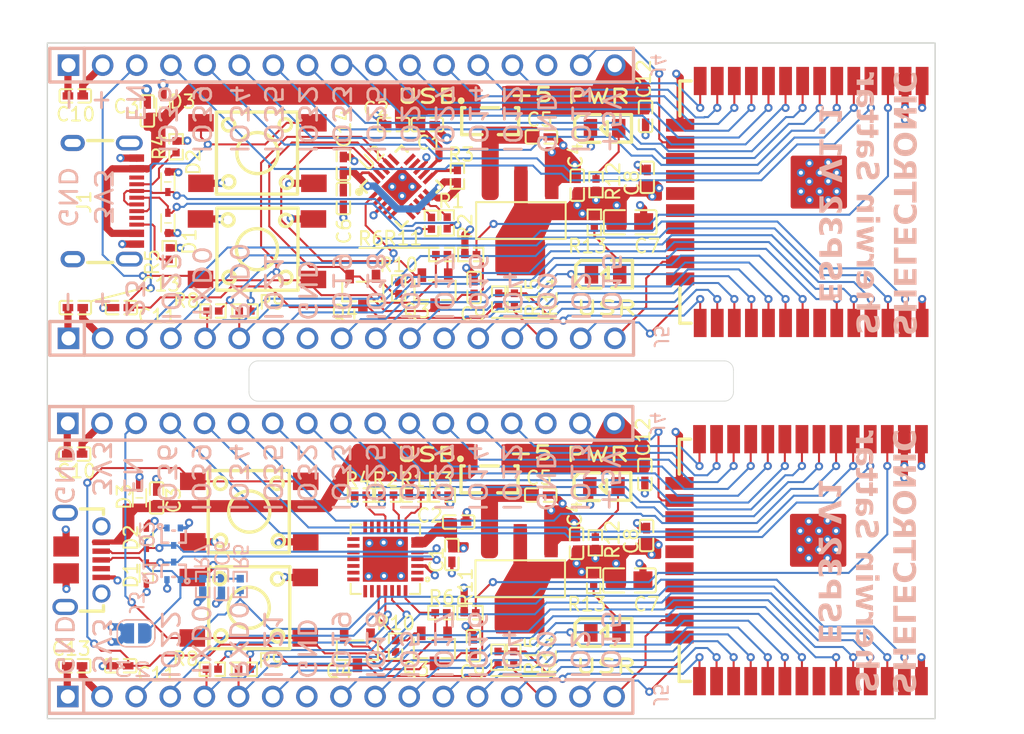
<source format=kicad_pcb>
(kicad_pcb (version 20221018) (generator pcbnew)
  (layers (0 "F.Cu" signal) (1 "In1.Cu" power) (2 "In2.Cu" power) (31 "B.Cu" signal) (34 "B.Paste" user) (35 "F.Paste" user) (36 "B.SilkS" user "B.Silkscreen") (37 "F.SilkS" user "F.Silkscreen") (38 "B.Mask" user) (39 "F.Mask" user) (44 "Edge.Cuts" user))
  (net 0 "")
  (net 1 "GND")
  (net 2 "+3V3")
  (net 3 "5V_BUS")
  (net 4 "+5V LDO in")
  (net 5 "Net-(J3-A)")
  (net 6 "EN")
  (net 7 "IO0_BTN")
  (net 8 "+5V")
  (net 9 "D+")
  (net 10 "D-")
  (net 12 "I36")
  (net 13 "I39")
  (net 14 "I34")
  (net 15 "I35")
  (net 16 "IO32")
  (net 17 "IO33")
  (net 18 "IO25")
  (net 19 "IO26")
  (net 20 "IO27")
  (net 21 "IO14")
  (net 22 "IO12")
  (net 23 "IO13")
  (net 24 "IO23")
  (net 25 "IO22")
  (net 26 "TXD0")
  (net 27 "RXD0")
  (net 28 "IO21")
  (net 29 "IO19")
  (net 30 "IO18")
  (net 31 "IO5")
  (net 32 "IO17")
  (net 33 "IO16")
  (net 34 "IO4")
  (net 35 "IO0_CON")
  (net 36 "IO2")
  (net 37 "IO15")
  (net 38 "Net-(LED1-A)")
  (net 39 "Net-(LED2-+)")
  (net 40 "Net-(Q3-B)")
  (net 41 "RTS")
  (net 42 "Net-(Q4-B)")
  (net 43 "DTR")
  (net 44 "Net-(U2-VBUS)")
  (net 45 "Net-(U2-RSTb)")
  (net 46 "Net-(U2-SUSPENDb)")
  (net 47 "RXD")
  (net 48 "TXD")
  (net 49 "Net-(U1-IO0)")
  (footprint "easyeda2kicad:HDR-SMD_3P-P1.27-V-M-LS4.2_X1311WVS-03J-C40D42R2" (layer "F.Cu") (at 96.4438 93.2174)
    (fp_text reference "J2" hide)
    (fp_text value "X1311WVS-03J-C40D42R2")
  )
  (footprint "easyeda2kicad:LED0805-R-RD" (layer "F.Cu") (at 105.029 104.5972)
    (fp_text reference "LED2" hide)
    (fp_text value "FC-2012HRK-620D")
  )
  (footprint "easyeda2kicad:C0402" (layer "F.Cu") (at 85.5218 98.9714 90)
    (fp_text reference "C6")
    (fp_text value "100nF")
  )
  (footprint "easyeda2kicad:R0402" (layer "F.Cu") (at 92.886 121.031)
    (fp_text reference "R3")
    (fp_text value "47.5k")
  )
  (footprint "easyeda2kicad:QFN-28_L5.0-W5.0-P0.50-TL-EP3.3" (layer "F.Cu") (at 88.646 125.8048 180)
    (fp_text reference "U2" hide)
    (fp_text value "CP2102N-A02-GQFN28R")
  )
  (footprint "easyeda2kicad:SOD-523_L1.2-W0.8-LS1.6-BI" (layer "F.Cu") (at 70.866 126.861 90)
    (fp_text reference "D1")
    (fp_text value "LESD5D5.0CT1G")
  )
  (footprint "easyeda2kicad:C0402" (layer "F.Cu") (at 91.7702 93.472 180)
    (fp_text reference "C1")
    (fp_text value "4.7uF")
  )
  (footprint "easyeda2kicad:KEY-SMD_4P-L6.0-W6.0-P4.50-LS9.0" (layer "F.Cu") (at 78.5204 122.2608)
    (fp_text reference "SW2" hide)
    (fp_text value "PTS645SH50SMTR92LFS")
  )
  (footprint "easyeda2kicad:R0402" (layer "F.Cu") (at 98.2472 106.4514 -90)
    (fp_text reference "R14")
    (fp_text value "27R")
  )
  (footprint "easyeda2kicad:C0402" (layer "F.Cu") (at 108.1278 97.3924 -90)
    (fp_text reference "C8")
    (fp_text value "100nF")
  )
  (footprint "easyeda2kicad:SOT-223-4_L6.5-W3.5-P2.30-LS7.0-BR" (layer "F.Cu") (at 98.7298 100.6094 90)
    (fp_text reference "U3" hide)
    (fp_text value "AMS1117-3.3_C347222")
  )
  (footprint "easyeda2kicad:R0402" (layer "F.Cu") (at 86.7918 121.031)
    (fp_text reference "R4")
    (fp_text value "10k")
  )
  (footprint "easyeda2kicad:C0402" (layer "F.Cu") (at 85.5218 96.4314 -90)
    (fp_text reference "C14")
    (fp_text value "100nF")
  )
  (footprint "easyeda2kicad:QFN-20_L4.0-W4.0-P0.50-BL-EP2.2" (layer "F.Cu") (at 89.852452 98.082052 -45)
    (fp_text reference "U2")
    (fp_text value "FT231XQ-R")
  )
  (footprint "easyeda2kicad:HDR-SMD_3P-P1.27-V-M-LS4.2_X1311WVS-03J-C40D42R2" (layer "F.Cu") (at 96.393 119.862)
    (fp_text reference "J2" hide)
    (fp_text value "X1311WVS-03J-C40D42R2")
  )
  (footprint "easyeda2kicad:R0402" (layer "F.Cu") (at 72.5678 103.0732 -90)
    (fp_text reference "R5")
    (fp_text value "5.1k")
  )
  (footprint "easyeda2kicad:SOD-523_L1.2-W0.8-LS1.6-BI" (layer "F.Cu") (at 72.1106 92.1766 -90)
    (fp_text reference "D3")
    (fp_text value "~")
  )
  (footprint "easyeda2kicad:R0402" (layer "F.Cu") (at 92.7836 129.7834)
    (fp_text reference "R6")
    (fp_text value "10k")
  )
  (footprint "easyeda2kicad:C0402" (layer "F.Cu") (at 107.95 119.507 90)
    (fp_text reference "C12")
    (fp_text value "100nF")
  )
  (footprint "easyeda2kicad:C0402" (layer "F.Cu") (at 65.532 133.731)
    (fp_text reference "C13")
    (fp_text value "100nF")
  )
  (footprint "easyeda2kicad:R0402" (layer "F.Cu") (at 104.267 124.587 -90)
    (fp_text reference "R12")
    (fp_text value "5.1k")
  )
  (footprint "easyeda2kicad:C0805" (layer "F.Cu") (at 106.8578 100.7364)
    (fp_text reference "C7")
    (fp_text value "22uF")
  )
  (footprint "easyeda2kicad:R0402" (layer "F.Cu") (at 98.1964 133.096 -90)
    (fp_text reference "R14")
    (fp_text value "22K")
  )
  (footprint "easyeda2kicad:R0402" (layer "F.Cu") (at 94.0036 97.3074 -90)
    (fp_text reference "R3")
    (fp_text value "0")
  )
  (footprint "easyeda2kicad:SOT-23-3_L2.9-W1.3-P1.90-LS2.4-BR" (layer "F.Cu") (at 86.5606 132.5774 90)
    (fp_text reference "Q4")
    (fp_text value "SS8050-G")
  )
  (footprint "easyeda2kicad:R0402" (layer "F.Cu") (at 94.9426 129.7834 180)
    (fp_text reference "R11")
    (fp_text value "10k")
  )
  (footprint "easyeda2kicad:SOD-523_L1.2-W0.8-LS1.6-BI" (layer "F.Cu") (at 72.4662 97.7392 -90)
    (fp_text reference "D2")
    (fp_text value "~")
  )
  (footprint "easyeda2kicad:C0402" (layer "F.Cu") (at 108.0008 92.8624 90)
    (fp_text reference "C12")
    (fp_text value "100nF")
  )
  (footprint "easyeda2kicad:C0402" (layer "F.Cu") (at 68.961 133.731)
    (fp_text reference "C11")
    (fp_text value "100nF")
  )
  (footprint "easyeda2kicad:WIFI-SMD_ESP32-WROOM-32E" (layer "F.Cu") (at 119.5748 99.2294 180)
    (fp_text reference "U1" hide)
    (fp_text value "ESP32-WROOM-32E(8MB)")
  )
  (footprint "easyeda2kicad:R0402" (layer "F.Cu") (at 75.77 133.985)
    (fp_text reference "R8")
    (fp_text value "0")
  )
  (footprint "easyeda2kicad:R0402" (layer "F.Cu") (at 92.075 100.8126 90)
    (fp_text reference "R1")
    (fp_text value "27R")
  )
  (footprint "easyeda2kicad:R0402" (layer "F.Cu") (at 104.14 127.381 90)
    (fp_text reference "R13")
    (fp_text value "560")
  )
  (footprint "easyeda2kicad:SOD-523_L1.2-W0.8-LS1.6-BI" (layer "F.Cu") (at 70.358 121.243 -90)
    (fp_text reference "D3")
    (fp_text value "LESD5D5.0CT1G")
  )
  (footprint "easyeda2kicad:SOT-23-3_L2.9-W1.3-P1.90-LS2.4-BR" (layer "F.Cu") (at 86.9696 105.8926 90)
    (fp_text reference "Q4")
    (fp_text value "SS8050-G")
  )
  (footprint "easyeda2kicad:C0402" (layer "F.Cu") (at 102.87 124.623 -90)
    (fp_text reference "C4")
    (fp_text value "10uF")
  )
  (footprint "easyeda2kicad:LED0805-R-RD" (layer "F.Cu") (at 104.9782 131.2418)
    (fp_text reference "LED2" hide)
    (fp_text value "FC-2012HRK-620D")
  )
  (footprint "easyeda2kicad:R0402" (layer "F.Cu") (at 78.2048 107.3404)
    (fp_text reference "R9")
    (fp_text value "0")
  )
  (footprint "easyeda2kicad:KEY-SMD_4P-L6.0-W6.0-P4.50-LS9.0" (layer "F.Cu") (at 79.0956 102.743 180)
    (fp_text reference "SW1" hide)
    (fp_text value "PTS645SH50SMTR92LFS")
  )
  (footprint "easyeda2kicad:KEY-SMD_4P-L6.0-W6.0-P4.50-LS9.0" (layer "F.Cu") (at 78.486 129.413 180)
    (fp_text reference "SW1" hide)
    (fp_text value "PTS645SH50SMTR92LFS")
  )
  (footprint "easyeda2kicad:C0805" (layer "F.Cu") (at 106.807 127.381)
    (fp_text reference "C7")
    (fp_text value "22uF")
  )
  (footprint "easyeda2kicad:R0402" (layer "F.Cu") (at 94.9934 103.1388 180)
    (fp_text reference "R11")
    (fp_text value "10k")
  )
  (footprint "easyeda2kicad:C0402" (layer "F.Cu") (at 95.1966 132.2384 -90)
    (fp_text reference "C9")
    (fp_text value "100nF")
  )
  (footprint "easyeda2kicad:R0402" (layer "F.Cu") (at 88.822 121.031)
    (fp_text reference "R2")
    (fp_text value "1k")
  )
  (footprint "easyeda2kicad:C0402" (layer "F.Cu") (at 70.9422 92.456 -90)
    (fp_text reference "C3")
    (fp_text value "100n")
  )
  (footprint "easyeda2kicad:SOT-223-4_L6.5-W3.5-P2.30-LS7.0-BR" (layer "F.Cu") (at 98.679 127.254 90)
    (fp_text reference "U3" hide)
    (fp_text value "AMS1117-3.3_C347222")
  )
  (footprint "easyeda2kicad:C0402" (layer "F.Cu") (at 71.628 121.243 -90)
    (fp_text reference "C3")
    (fp_text value "100n")
  )
  (footprint "easyeda2kicad:R0402" (layer "F.Cu") (at 90.854 121.031)
    (fp_text reference "R1")
    (fp_text value "22.1k")
  )
  (footprint "easyeda2kicad:C0402" (layer "F.Cu") (at 65.5828 91.3384)
    (fp_text reference "C10")
    (fp_text value "100nF")
  )
  (footprint "easyeda2kicad:R0402" (layer "F.Cu") (at 89.4054 132.2726 -90)
    (fp_text reference "R10")
    (fp_text value "10k")
  )
  (footprint "easyeda2kicad:MICRO-USB-SMD_105017-0001" (layer "F.Cu") (at 66.177 125.857 -90)
    (fp_text reference "J1" hide)
    (fp_text value "105017-0001")
  )
  (footprint "easyeda2kicad:USB-C-SMD_TYPE-C-6PIN-2MD-073" (layer "F.Cu") (at 67.7672 99.1616 -90)
    (fp_text reference "J1")
    (fp_text value "TYPE-C 16PIN 2MD(073)")
  )
  (footprint "easyeda2kicad:C0402" (layer "F.Cu") (at 65.532 117.983)
    (fp_text reference "C10")
    (fp_text value "100nF")
  )
  (footprint "easyeda2kicad:R0402" (layer "F.Cu") (at 97.0788 106.4514 -90)
    (fp_text reference "R15")
    (fp_text value "27R")
  )
  (footprint "easyeda2kicad:R0402" (layer "F.Cu") (at 89.6366 105.628 -90)
    (fp_text reference "R10")
    (fp_text value "10k")
  )
  (footprint "easyeda2kicad:C0402" (layer "F.Cu") (at 100.203 121.031 180)
    (fp_text reference "C5")
    (fp_text value "10uF")
  )
  (footprint "easyeda2kicad:R0402" (layer "F.Cu") (at 97.028 133.096 -90)
    (fp_text reference "R15")
    (fp_text value "22K")
  )
  (footprint "easyeda2kicad:R0402" (layer "F.Cu") (at 104.3178 97.9424 -90)
    (fp_text reference "R12")
    (fp_text value "5.1k")
  )
  (footprint "easyeda2kicad:C0402" (layer "F.Cu") (at 95.2474 105.5938 -90)
    (fp_text reference "C9")
    (fp_text value "100nF")
  )
  (footprint "easyeda2kicad:R0402" (layer "F.Cu") (at 75.8208 107.3404)
    (fp_text reference "R8")
    (fp_text value "0")
  )
  (footprint "easyeda2kicad:R0402" (layer "F.Cu") (at 93.2434 100.7872 90)
    (fp_text reference "R2")
    (fp_text value "27R")
  )
  (footprint "easyeda2kicad:SOD-523_L1.2-W0.8-LS1.6-BI" (layer "F.Cu") (at 70.866 124.218 -90)
    (fp_text reference "D2")
    (fp_text value "LESD5D5.0CT1G")
  )
  (footprint "easyeda2kicad:SOT-23-3_L2.9-W1.3-P1.90-LS2.4-BR" (layer "F.Cu") (at 92.3264 105.8058 90)
    (fp_text reference "Q3")
    (fp_text value "SS8050-G")
  )
  (footprint "easyeda2kicad:SOT-23-3_L2.9-W1.3-P1.90-LS2.4-BR" (layer "F.Cu") (at 92.2756 132.4504 90)
    (fp_text reference "Q3")
    (fp_text value "SS8050-G")
  )
  (footprint "easyeda2kicad:C0402" (layer "F.Cu") (at 89.2556 93.472)
    (fp_text reference "C2")
    (fp_text value "100nF")
  )
  (footprint "easyeda2kicad:C0402" (layer "F.Cu") (at 102.9208 97.9784 -90)
    (fp_text reference "C4")
    (fp_text value "10uF")
  )
  (footprint "easyeda2kicad:SOD-523_L1.2-W0.8-LS1.6-BI" (layer "F.Cu") (at 72.4662 100.7872 90)
    (fp_text reference "D1")
    (fp_text value "~")
  )
  (footprint "easyeda2kicad:C0402" (layer "F.Cu") (at 69.0118 107.0864)
    (fp_text reference "C11")
    (fp_text value "100nF")
  )
  (footprint "easyeda2kicad:C0402" (layer "F.Cu") (at 100.2538 94.3864 180)
    (fp_text reference "C5")
    (fp_text value "10uF")
  )
  (footprint "easyeda2kicad:LED0805-R-RD" (layer "F.Cu") (at 104.902 120.396)
    (fp_text reference "LED1" hide)
    (fp_text value "0805G (Green)")
  )
  (footprint "easyeda2kicad:R0402" (layer "F.Cu") (at 104.1908 100.7364 90)
    (fp_text reference "R13")
    (fp_text value "560")
  )
  (footprint "easyeda2kicad:LED0805-R-RD" (layer "F.Cu") (at 104.9528 93.7514)
    (fp_text reference "LED1" hide)
    (fp_text value "0805G (Green)")
  )
  (footprint "easyeda2kicad:WIFI-SMD_ESP32-WROOM-32E" (layer "F.Cu") (at 119.524 125.874 180)
    (fp_text reference "U1" hide)
    (fp_text value "ESP32-WROOM-32E(8MB)")
  )
  (footprint "easyeda2kicad:R0402" (layer "F.Cu") (at 78.154 133.985)
    (fp_text reference "R9")
    (fp_text value "0")
  )
  (footprint "easyeda2kicad:C0402" (layer "F.Cu") (at 65.5828 107.0864)
    (fp_text reference "C13")
    (fp_text value "100nF")
  )
  (footprint "easyeda2kicad:C0402" (layer "F.Cu") (at 93.5902 125.4506 -90)
    (fp_text reference "C1")
    (fp_text value "4.7uF")
  )
  (footprint "easyeda2kicad:KEY-SMD_4P-L6.0-W6.0-P4.50-LS9.0" (layer "F.Cu") (at 79.13 95.5908)
    (fp_text reference "SW2" hide)
    (fp_text value "PTS645SH50SMTR92LFS")
  )
  (footprint "easyeda2kicad:R0402" (layer "F.Cu") (at 92.8344 103.1388)
    (fp_text reference "R6")
    (fp_text value "10k")
  )
  (footprint "easyeda2kicad:R0402" (layer "F.Cu") (at 73.0758 95.123 -90)
    (fp_text reference "R4")
    (fp_text value "5.1k")
  )
  (footprint "easyeda2kicad:C0402" (layer "F.Cu") (at 94.0982 123.0376)
    (fp_text reference "C2")
    (fp_text value "100nF")
  )
  (footprint "easyeda2kicad:C0402" (layer "F.Cu") (at 108.077 124.037 -90)
    (fp_text reference "C8")
    (fp_text value "100nF")
  )
  (footprint "easyeda2kicad:HDR-TH_17P-P2.54-V-M" (layer "B.Cu") (at 85.3948 109.3724)
    (fp_text reference "J5")
    (fp_text value "X6511WV-17H-C30D60")
  )
  (footprint "easyeda2kicad:HDR-TH_17P-P2.54-V-M" (layer "B.Cu") (at 85.3948 89.0524)
    (fp_text reference "J4")
    (fp_text value "X6511WV-17H-C30D60")
  )
  (footprint "easyeda2kicad:HDR-TH_17P-P2.54-V-M" (layer "B.Cu") (at 85.344 115.697)
    (fp_text reference "J4")
    (fp_text value "X6511WV-17H-C30D60")
  )
  (footprint "easyeda2kicad:R0402" (layer "B.Cu") (at 77.851 127.684 90)
    (fp_text reference "R5")
    (fp_text value "1k")
  )
  (footprint "easyeda2kicad:C0402" (layer "B.Cu") (at 76.454 127.684 -90)
    (fp_text reference "C6")
    (fp_text value "100nF")
  )
  (footprint "easyeda2kicad:SOT-523-3_L1.6-W0.8-P1.00-LS1.6-BR" (layer "B.Cu") (at 72.898 124.128 90)
    (fp_text reference "Q2")
    (fp_text value "2N7002T-7-F")
  )
  (footprint "easyeda2kicad:HDR-TH_17P-P2.54-V-M" (layer "B.Cu") (at 85.344 136.017)
    (fp_text reference "J5")
    (fp_text value "X6511WV-17H-C30D60")
  )
  (footprint "easyeda2kicad:R0402" (layer "B.Cu") (at 75.057 127.684 90)
    (fp_text reference "R7")
    (fp_text value "10k")
  )
  (footprint "Jumper:SolderJumper-2_P1.3mm_Open_RoundedPad1.0x1.5mm" (layer "B.Cu") (at 70.104 131.318 180)
    (fp_text reference "J3")
    (fp_text value "SolderJumper_2_Open")
  )
  (footprint "easyeda2kicad:SOT-523-3_L1.6-W0.8-P1.00-LS1.6-BR" (layer "B.Cu") (at 72.898 126.668 -90)
    (fp_text reference "Q1")
    (fp_text value "2N7002T-7-F")
  )
  (gr_line (start 96.52 134.493) (end 101.219 134.493) (stroke (width 0.1524)) (layer "F.SilkS"))
  (gr_line (start 91.8944 102.6388) (end 86.7156 102.6414) (stroke (width 0.15)) (layer "F.SilkS"))
  (gr_line (start 66.708866 106.630334) (end 70.3326 105.7148) (stroke (width 0.15)) (layer "F.SilkS"))
  (gr_line (start 96.5708 107.8484) (end 101.2698 107.8484) (stroke (width 0.1524)) (layer "F.SilkS"))
  (gr_arc (start 114.54 113.36) (mid 114.339134 113.844934) (end 113.8542 114.0458) (stroke (width 0.05)) (layer "Edge.Cuts"))
  (gr_arc (start 113.8542 111.048799) (mid 114.339134 111.249665) (end 114.54 111.734599) (stroke (width 0.05)) (layer "Edge.Cuts"))
  (gr_line (start 79.1858 114.05) (end 113.8542 114.0458) (stroke (width 0.05)) (layer "Edge.Cuts"))
  (gr_arc (start 78.5 111.7346) (mid 78.700866 111.249666) (end 79.1858 111.0488) (stroke (width 0.05)) (layer "Edge.Cuts"))
  (gr_arc (start 79.1858 114.05) (mid 78.700866 113.849134) (end 78.5 113.3642) (stroke (width 0.05)) (layer "Edge.Cuts"))
  (gr_line (start 78.5 111.7346) (end 78.5 113.3642) (stroke (width 0.05)) (layer "Edge.Cuts"))
  (gr_line (start 113.8542 111.048799) (end 79.1858 111.0488) (stroke (width 0.05)) (layer "Edge.Cuts"))
  (gr_rect (start 63.5 87.4014) (end 129.54 137.668) (stroke (width 0.1)) (fill none) (layer "Edge.Cuts"))
  (gr_line (start 114.54 113.36) (end 114.54 111.734599) (stroke (width 0.05)) (layer "Edge.Cuts"))
  (gr_text "IO15" (at 104.6988 108.2294 270) (layer "B.SilkS") (effects (font (size 1.27 1.5) (thickness 0.2032)) (justify left bottom mirror)))
  (gr_text "IO0\n" (at 99.8728 108.2294 270) (layer "B.SilkS") (effects (font (size 1.27 1.5) (thickness 0.2032)) (justify left bottom mirror)))
  (gr_text "IO16" (at 94.742 134.874 270) (layer "B.SilkS") (effects (font (size 1.27 1.5) (thickness 0.2032)) (justify left bottom mirror)))
  (gr_text "TXD0" (at 74.168 134.7724 270) (layer "B.SilkS") (effects (font (size 1.27 1.5) (thickness 0.2032)) (justify left bottom mirror)))
  (gr_text "-\n" (at 64.4652 92.6846 270) (layer "B.SilkS") (effects (font (size 1.27 1.5) (thickness 0.2032)) (justify left bottom mirror)))
  (gr_text "IO35" (at 79.502 122.428 270) (layer "B.SilkS") (effects (font (size 1.27 1.5) (thickness 0.2032)) (justify left bottom mirror)))
  (gr_text "EN" (at 69.2912 93.4466 270) (layer "B.SilkS") (effects (font (size 1.27 1.5) (thickness 0.2032)) (justify left bottom mirror)))
  (gr_text "+5V\n" (at 104.648 122.428 -90) (layer "B.SilkS") (effects (font (size 1.27 1.5) (thickness 0.2032)) (justify left bottom mirror)))
  (gr_text "3V3" (at 66.9036 101.0412 270) (layer "B.SilkS") (effects (font (size 1.27 1.5) (thickness 0.2032)) (justify left bottom mirror)))
  (gr_text "IO22" (at 71.9328 108.2294 270) (layer "B.SilkS") (effects (font (size 1.27 1.5) (thickness 0.2032)) (justify left bottom mirror)))
  (gr_text "IO19" (at 84.6328 108.2294 270) (layer "B.SilkS") (effects (font (size 1.27 1.5) (thickness 0.2032)) (justify left bottom mirror)))
  (gr_text "IO32" (at 82.0928 95.7834 270) (layer "B.SilkS") (effects (font (size 1.27 1.5) (thickness 0.2032)) (justify left bottom mirror)))
  (gr_text "3V3" (at 66.7766 121.2596 270) (layer "B.SilkS") (effects (font (size 1.27 1.5) (thickness 0.2032)) (justify left bottom mirror)))
  (gr_text "IO16" (at 94.7928 108.2294 270) (layer "B.SilkS") (effects (font (size 1.27 1.5) (thickness 0.2032)) (justify left bottom mirror)))
  (gr_text "IO22" (at 71.882 134.874 270) (layer "B.SilkS") (effects (font (size 1.27 1.5) (thickness 0.2032)) (justify left bottom mirror)))
  (gr_text "GND" (at 82.0928 108.2294 270) (layer "B.SilkS") (effects (font (size 1.27 1.5) (thickness 0.2032)) (justify left bottom mirror)))
  (gr_text "RXD0\n" (at 76.962 134.874 270) (layer "B.SilkS") (effects (font (size 1.27 1.5) (thickness 0.2032)) (justify left bottom mirror)))
  (gr_text "IO14" (at 94.7928 95.7834 -90) (layer "B.SilkS") (effects (font (size 1.27 1.5) (thickness 0.2032)) (justify left bottom mirror)))
  (gr_text "IO39" (at 74.2188 95.7834 270) (layer "B.SilkS") (effects (font (size 1.27 1.5) (thickness 0.2032)) (justify left bottom mirror)))
  (gr_text "TXD0" (at 74.2188 108.1278 270) (layer "B.SilkS") (effects (font (size 1.27 1.5) (thickness 0.2032)) (justify left bottom mirror)))
  (gr_text "+" (at 66.9544 107.696 270) (layer "B.SilkS") (effects (font (size 1.27 1.5) (thickness 0.2032)) (justify left bottom mirror)))
  (gr_text "RXD0\n" (at 77.0128 108.2294 270) (layer "B.SilkS") (effects (font (size 1.27 1.5) (thickness 0.2032)) (justify left bottom mirror)))
  (gr_text "IO26" (at 89.7128 95.7834 270) (layer "B.SilkS") (effects (font (size 1.27 1.5) (thickness 0.2032)) (justify left bottom mirror)))
  (gr_text "GND" (at 99.8728 95.7834 -90) (layer "B.SilkS") (effects (font (size 1.27 1.5) (thickness 0.2032)) (justify left bottom mirror)))
  (gr_text "GND" (at 64.262 101.2952 270) (layer "B.SilkS") (effects (font (size 1.27 1.5) (thickness 0.2032)) (justify left bottom mirror)))
  (gr_text "IO12" (at 97.3328 95.7834 -90) (layer "B.SilkS") (effects (font (size 1.27 1.5) (thickness 0.2032)) (justify left bottom mirror)))
  (gr_text "IO17" (at 92.2528 108.2294 270) (layer "B.SilkS") (effects (font (size 1.27 1.5) (thickness 0.2032)) (justify left bottom mirror)))
  (gr_text "GND" (at 82.042 134.874 270) (layer "B.SilkS") (effects (font (size 1.27 1.5) (thickness 0.2032)) (justify left bottom mirror)))
  (gr_text "-\n" (at 64.389 107.7214 270) (layer "B.SilkS") (effects (font (size 1.27 1.5) (thickness 0.2032)) (justify left bottom mirror)))
  (gr_text "IO4" (at 97.282 134.874 270) (layer "B.SilkS") (effects (font (size 1.27 1.5) (thickness 0.2032)) (justify left bottom mirror)))
  (gr_text "IO33" (at 84.582 122.428 270) (layer "B.SilkS") (effects (font (size 1.27 1.5) (thickness 0.2032)) (justify left bottom mirror)))
  (gr_text "IO21" (at 79.5528 108.2294 270) (layer "B.SilkS") (effects (font (size 1.27 1.5) (thickness 0.2032)) (justify left bottom mirror)))
  (gr_text "GND" (at 99.822 122.428 -90) (layer "B.SilkS") (effects (font (size 1.27 1.5) (thickness 0.2032)) (justify left bottom mirror)))
  (gr_text "IO0\n" (at 99.822 134.874 270) (layer "B.SilkS") (effects (font (size 1.27 1.5) (thickness 0.2032)) (justify left bottom mirror)))
  (gr_text "GND" (at 64.008 121.92 270) (layer "B.SilkS") (effects (font (size 1.27 1.5) (thickness 0.2032)) (justify left bottom mirror)))
  (gr_text "IO5" (at 89.7128 108.2294 270) (layer "B.SilkS") (effects (font (size 1.27 1.5) (thickness 0.2032)) (justify left bottom mirror)))
  (gr_text "IO25" (at 87.1728 95.7834 270) (layer "B.SilkS") (effects (font (size 1.27 1.5) (thickness 0.2032)) (justify left bottom mirror)))
  (gr_text "23\n" (at 69.2404 107.95 270) (layer "B.SilkS") (effects (font (size 1.27 1.5) (thickness 0.2032)) (justify left bottom mirror)))
  (gr_text "IO2" (at 102.4128 108.2294 270) (layer "B.SilkS") (effects (font (size 1.27 1.5) (thickness 0.2032)) (justify left bottom mirror)))
  (gr_text "IO18" (at 87.1728 108.2294 270) (layer "B.SilkS") (effects (font (size 1.27 1.5) (thickness 0.2032)) (justify left bottom mirror)))
  (gr_text "23" (at 71.374 134.62) (layer "B.SilkS") (effects (font (size 1.016 1.5) (thickness 0.1524)) (justify left bottom mirror)))
  (gr_text "IO14" (at 94.742 122.428 -90) (layer "B.SilkS") (effects (font (size 1.27 1.5) (thickness 0.2032)) (justify left bottom mirror)))
  (gr_text "IO33" (at 84.6328 95.7834 270) (layer "B.SilkS") (effects (font (size 1.27 1.5) (thickness 0.2032)) (justify left bottom mirror)))
  (gr_text "IO19" (at 84.582 134.874 270) (layer "B.SilkS") (effects (font (size 1.27 1.5) (thickness 0.2032)) (justify left bottom mirror)))
  (gr_text "3V3" (at 66.7766 134.4422 270) (layer "B.SilkS") (effects (font (size 1.27 1.5) (thickness 0.2032)) (justify left bottom mirror)))
  (gr_text "EN" (at 69.088 121.158 270) (layer "B.SilkS") (effects (font (size 1.27 1.5) (thickness 0.2032)) (justify left bottom mirror)))
  (gr_text "IO36" (at 71.628 122.428 270) (layer "B.SilkS") (effects (font (size 1.27 1.5) (thickness 0.2032)) (justify left bottom mirror)))
  (gr_text "IO4" (at 97.3328 108.2294 270) (layer "B.SilkS") (effects (font (size 1.27 1.5) (thickness 0.2032)) (justify left bottom mirror)))
  (gr_text "IO26" (at 89.662 122.428 270) (layer "B.SilkS") (effects (font (size 1.27 1.5) (thickness 0.2032)) (justify left bottom mirror)))
  (gr_text "IO2" (at 102.362 134.874 270) (layer "B.SilkS") (effects (font (size 1.27 1.5) (thickness 0.2032)) (justify left bottom mirror)))
  (gr_text "+5V\n" (at 104.6988 95.7834 -90) (layer "B.SilkS") (effects (font (size 1.27 1.5) (thickness 0.2032)) (justify left bottom mirror)))
  (gr_text "SHELECTRONIC\nSherwin Sattar\nESP32 V1" (at 120.5992 125.984 270) (layer "B.SilkS") (effects (font (size 1.651 1.651) (thickness 0.3) bold) (justify bottom mirror)))
  (gr_text "IO32" (at 82.042 122.428 270) (layer "B.SilkS") (effects (font (size 1.27 1.5) (thickness 0.2032)) (justify left bottom mirror)))
  (gr_text "IO34" (at 77.0128 95.7834 270) (layer "B.SilkS") (effects (font (size 1.27 1.5) (thickness 0.2032)) (justify left bottom mirror)))
  (gr_text "IO35" (at 79.5528 95.7834 270) (layer "B.SilkS") (effects (font (size 1.27 1.5) (thickness 0.2032)) (justify left bottom mirror)))
  (gr_text "IO5" (at 89.662 134.874 270) (layer "B.SilkS") (effects (font (size 1.27 1.5) (thickness 0.2032)) (justify left bottom mirror)))
  (gr_text "IO27" (at 92.202 122.428 270) (layer "B.SilkS") (effects (font (size 1.27 1.5) (thickness 0.2032)) (justify left bottom mirror)))
  (gr_text "IO13\n" (at 102.362 122.428 -90) (layer "B.SilkS") (effects (font (size 1.27 1.5) (thickness 0.2032)) (justify left bottom mirror)))
  (gr_text "IO17" (at 92.202 134.874 270) (layer "B.SilkS") (effects (font (size 1.27 1.5) (thickness 0.2032)) (justify left bottom mirror)))
  (gr_text "IO34" (at 76.962 122.428 270) (layer "B.SilkS") (effects (font (size 1.27 1.5) (thickness 0.2032)) (justify left bottom mirror)))
  (gr_text "IO15" (at 104.648 134.874 270) (layer "B.SilkS") (effects (font (size 1.27 1.5) (thickness 0.2032)) (justify left bottom mirror)))
  (gr_text "IO25" (at 87.122 122.428 270) (layer "B.SilkS") (effects (font (size 1.27 1.5) (thickness 0.2032)) (justify left bottom mirror)))
  (gr_text "+" (at 66.8782 92.71 270) (layer "B.SilkS") (effects (font (size 1.27 1.5) (thickness 0.2032)) (justify left bottom mirror)))
  (gr_text "IO27" (at 92.2528 95.7834 270) (layer "B.SilkS") (effects (font (size 1.27 1.5) (thickness 0.2032)) (justify left bottom mirror)))
  (gr_text "IO12" (at 97.282 122.428 -90) (layer "B.SilkS") (effects (font (size 1.27 1.5) (thickness 0.2032)) (justify left bottom mirror)))
  (gr_text "IO18" (at 87.122 134.874 270) (layer "B.SilkS") (effects (font (size 1.27 1.5) (thickness 0.2032)) (justify left bottom mirror)))
  (gr_text "IO13\n" (at 102.4128 95.7834 -90) (layer "B.SilkS") (effects (font (size 1.27 1.5) (thickness 0.2032)) (justify left bottom mirror)))
  (gr_text "GND" (at 64.008 134.62 270) (layer "B.SilkS") (effects (font (size 1.27 1.5) (thickness 0.2032)) (justify left bottom mirror)))
  (gr_text "SHELECTRONIC\nSherwin Sattar\nESP32 V1.1" (at 120.65 99.3394 270) (layer "B.SilkS") (effects (font (size 1.651 1.651) (thickness 0.3) bold) (justify bottom mirror)))
  (gr_text "IO21" (at 79.502 134.874 270) (layer "B.SilkS") (effects (font (size 1.27 1.5) (thickness 0.2032)) (justify left bottom mirror)))
  (gr_text "IO39" (at 74.168 122.428 270) (layer "B.SilkS") (effects (font (size 1.27 1.5) (thickness 0.2032)) (justify left bottom mirror)))
  (gr_text "IO36" (at 71.6788 95.7834 270) (layer "B.SilkS") (effects (font (size 1.27 1.5) (thickness 0.2032)) (justify left bottom mirror)))
  (gr_text "USR" (at 107.4928 107.7214) (layer "F.SilkS") (effects (font (size 1.016 1.5) (thickness 0.2032) bold) (justify right bottom)))
  (gr_text "USB\n" (at 94.1578 91.9734) (layer "F.SilkS") (effects (font (size 1.016 1.5) (thickness 0.2032) bold) (justify right bottom)))
  (gr_text "+5\n" (at 101.219 118.491) (layer "F.SilkS") (effects (font (size 1.016 1.5) (thickness 0.2032) bold) (justify right bottom)))
  (gr_text "USR" (at 107.442 134.366) (layer "F.SilkS") (effects (font (size 1.016 1.5) (thickness 0.2032) bold) (justify right bottom)))
  (gr_text "+5\n" (at 101.2698 91.8464) (layer "F.SilkS") (effects (font (size 1.016 1.5) (thickness 0.2032) bold) (justify right bottom)))
  (gr_text "USB\n" (at 94.107 118.618) (layer "F.SilkS") (effects (font (size 1.016 1.5) (thickness 0.2032) bold) (justify right bottom)))
  (gr_text "PWR" (at 106.9848 91.9734) (layer "F.SilkS") (effects (font (size 1.016 1.5) (thickness 0.2032) bold) (justify right bottom)))
  (gr_text "PWR" (at 106.934 118.618) (layer "F.SilkS") (effects (font (size 1.016 1.5) (thickness 0.2032) bold) (justify right bottom)))
  (segment (start 71.4756 103.0478) (end 71.931 103.5032) (width 0.1524) (layer "F.Cu") (net 0))
  (segment (start 85.5218 98.4214) (end 85.5218 96.9814) (width 0.5334) (layer "F.Cu") (net 0))
  (segment (start 94.0036 97.7374) (end 93.042 97.7374) (width 0.5334) (layer "F.Cu") (net 0))
  (segment (start 71.322 97.9116) (end 71.8058 97.4278) (width 0.1524) (layer "F.Cu") (net 0))
  (segment (start 73.0014 95.553) (end 73.0758 95.553) (width 0.1524) (layer "F.Cu") (net 0))
  (segment (start 70.2796 97.9116) (end 71.322 97.9116) (width 0.1524) (layer "F.Cu") (net 0))
  (segment (start 70.2796 100.9116) (end 71.322 100.9116) (width 0.1524) (layer "F.Cu") (net 0))
  (segment (start 71.8058 96.7486) (end 73.0014 95.553) (width 0.1524) (layer "F.Cu") (net 0))
  (segment (start 93.042 97.7374) (end 92.6338 98.1456) (width 0.5334) (layer "F.Cu") (net 0))
  (segment (start 86.4362 97.155) (end 87.3252 98.044) (width 0.5334) (layer "F.Cu") (net 0))
  (segment (start 71.931 103.5032) (end 72.5678 103.5032) (width 0.1524) (layer "F.Cu") (net 0))
  (segment (start 92.007407 99.5299) (end 92.4161 99.5299) (width 0.1524) (layer "F.Cu") (net 0))
  (segment (start 92.161455 98.933) (end 91.889627 98.661172) (width 0.254) (layer "F.Cu") (net 0))
  (segment (start 94.0036 98.1982) (end 94.0036 97.7374) (width 0.5334) (layer "F.Cu") (net 0))
  (segment (start 86.9442 97.0534) (end 86.6394 97.3582) (width 0.2032) (layer "F.Cu") (net 0))
  (segment (start 92.075 100.3046) (end 92.075 100.3826) (width 0.1524) (layer "F.Cu") (net 0))
  (segment (start 87.409587 97.0534) (end 86.9442 97.0534) (width 0.2032) (layer "F.Cu") (net 0))
  (segment (start 71.322 100.9116) (end 71.4756 101.0652) (width 0.1524) (layer "F.Cu") (net 0))
  (segment (start 94.0036 96.8774) (end 92.515159 96.8774) (width 0.254) (layer "F.Cu") (net 0))
  (segment (start 87.837198 97.481011) (end 87.833009 97.4852) (width 0.2032) (layer "F.Cu") (net 0))
  (segment (start 92.5322 98.933) (end 93.2688 98.933) (width 0.5334) (layer "F.Cu") (net 0))
  (segment (start 71.8058 97.4278) (end 71.8058 96.7486) (width 0.1524) (layer "F.Cu") (net 0))
  (segment (start 91.1606 99.3902) (end 92.075 100.3046) (width 0.1524) (layer "F.Cu") (net 0))
  (segment (start 93.2688 98.933) (end 94.0036 98.1982) (width 0.5334) (layer "F.Cu") (net 0))
  (segment (start 86.6394 97.3582) (end 86.2626 96.9814) (width 0.2032) (layer "F.Cu") (net 0))
  (segment (start 85.5218 96.9814) (end 86.2626 96.9814) (width 0.5334) (layer "F.Cu") (net 0))
  (segment (start 91.514153 99.036646) (end 92.007407 99.5299) (width 0.1524) (layer "F.Cu") (net 0))
  (segment (start 86.2626 96.9814) (end 86.4362 97.155) (width 0.5334) (layer "F.Cu") (net 0))
  (segment (start 87.837198 97.481011) (end 87.409587 97.0534) (width 0.2032) (layer "F.Cu") (net 0))
  (segment (start 92.515159 96.8774) (end 91.889627 97.502932) (width 0.254) (layer "F.Cu") (net 0))
  (segment (start 71.4756 101.0652) (end 71.4756 103.0478) (width 0.1524) (layer "F.Cu") (net 0))
  (segment (start 92.5322 98.933) (end 92.161455 98.933) (width 0.254) (layer "F.Cu") (net 0))
  (segment (start 92.4161 99.5299) (end 93.2434 100.3572) (width 0.1524) (layer "F.Cu") (net 0))
  (via (at 92.6338 98.1456) (size 0.6096) (drill 0.3048) (layers "F.Cu" "B.Cu") (net 0))
  (via (at 87.3252 98.044) (size 0.6096) (drill 0.3048) (layers "F.Cu" "B.Cu") (net 0))
  (segment (start 91.0336 99.7458) (end 89.540196 99.7458) (width 0.5334) (layer "B.Cu") (net 0))
  (segment (start 89.540196 99.7458) (end 87.838396 98.044) (width 0.5334) (layer "B.Cu") (net 0))
  (segment (start 92.6338 98.1456) (end 91.0336 99.7458) (width 0.5334) (layer "B.Cu") (net 0))
  (segment (start 87.838396 98.044) (end 87.3252 98.044) (width 0.5334) (layer "B.Cu") (net 0))
  (segment (start 86.36 121.0328) (end 86.3618 121.031) (width 0.1524) (layer "F.Cu") (net 1))
  (segment (start 69.074345 102.3616) (end 70.3672 102.3616) (width 0.5334) (layer "F.Cu") (net 1))
  (segment (start 87.763361 100.171143) (end 87.763361 100.222039) (width 0.254) (layer "F.Cu") (net 1))
  (segment (start 128.524 134.874) (end 128.524 133.096) (width 0.5334) (layer "F.Cu") (net 1))
  (segment (start 95.2474 105.0438) (end 95.2474 104.70766) (width 0.5334) (layer "F.Cu") (net 1))
  (segment (start 95.1966 131.35226) (end 94.615 130.77066) (width 0.5334) (layer "F.Cu") (net 1))
  (segment (start 107.95 120.057) (end 107.95 120.904) (width 0.5334) (layer "F.Cu") (net 1))
  (segment (start 103.852 121.7087) (end 103.886 121.7427) (width 0.5334) (layer "F.Cu") (net 1))
  (segment (start 70.866 128.2192) (end 70.8914 128.2446) (width 0.1524) (layer "F.Cu") (net 1))
  (segment (start 108.1278 96.8424) (end 107.7903 96.8424) (width 0.5334) (layer "F.Cu") (net 1))
  (segment (start 128.524 116.874) (end 128.524 118.872) (width 0.5334) (layer "F.Cu") (net 1))
  (segment (start 64.897 127.9906) (end 64.9224 128.016) (width 0.1524) (layer "F.Cu") (net 1))
  (segment (start 100.979 124.424) (end 100.979 122.174) (width 0.5334) (layer "F.Cu") (net 1))
  (segment (start 91.026 126.3048) (end 91.6338 126.3048) (width 0.254) (layer "F.Cu") (net 1))
  (segment (start 64.982 135.975) (end 65.024 136.017) (width 0.1524) (layer "F.Cu") (net 1))
  (segment (start 103.852 120.396) (end 103.852 121.7087) (width 0.5334) (layer "F.Cu") (net 1))
  (segment (start 101.2449 94.3864) (end 101.8794 95.0209) (width 0.5334) (layer "F.Cu") (net 1))
  (segment (start 64.982 133.731) (end 64.982 135.975) (width 0.5334) (layer "F.Cu") (net 1))
  (segment (start 64.897 123.6218) (end 64.8716 123.5964) (width 0.1524) (layer "F.Cu") (net 1))
  (segment (start 110.5748 89.9754) (end 110.2868 89.6874) (width 0.5334) (layer "F.Cu") (net 1))
  (segment (start 70.866 127.611) (end 70.866 128.2192) (width 0.2032) (layer "F.Cu") (net 1))
  (segment (start 70.8914 90.8812) (end 70.9422 90.932) (width 0.5334) (layer "F.Cu") (net 1))
  (segment (start 86.0262 95.8814) (end 86.3346 96.1898) (width 0.5334) (layer "F.Cu") (net 1))
  (segment (start 68.496301 127.157) (end 68.720301 127.381) (width 0.3048) (layer "F.Cu") (net 1))
  (segment (start 128.5748 90.2294) (end 128.5748 92.2274) (width 0.5334) (layer "F.Cu") (net 1))
  (segment (start 71.628 120.693) (end 71.628 119.8626) (width 0.5334) (layer "F.Cu") (net 1))
  (segment (start 93.316 121.555) (end 93.316 121.031) (width 0.5334) (layer "F.Cu") (net 1))
  (segment (start 65.0328 109.3304) (end 65.0748 109.3724) (width 0.1524) (layer "F.Cu") (net 1))
  (segment (start 100.753 121.031) (end 101.1941 121.031) (width 0.5334) (layer "F.Cu") (net 1))
  (segment (start 64.897 126.857) (end 64.897 127.9906) (width 0.5334) (layer "F.Cu") (net 1))
  (segment (start 73.3806 102.6432) (end 72.5678 102.6432) (width 0.5334) (layer "F.Cu") (net 1))
  (segment (start 73.8868 94.693) (end 73.914 94.6658) (width 0.5334) (layer "F.Cu") (net 1))
  (segment (start 93.427 121.666) (end 93.316 121.555) (width 0.5334) (layer "F.Cu") (net 1))
  (segment (start 67.6402 133.731) (end 67.6148 133.7564) (width 0.1524) (layer "F.Cu") (net 1))
  (segment (start 74.286 127.163) (end 74.9189 127.163) (width 0.5334) (layer "F.Cu") (net 1))
  (segment (start 80.703579 124.613351) (end 80.80613 124.5108) (width 0.5334) (layer "F.Cu") (net 1))
  (segment (start 107.5436 126.111) (end 107.807 126.3744) (width 0.5334) (layer "F.Cu") (net 1))
  (segment (start 65.0328 89.0944) (end 65.0748 89.0524) (width 0.1524) (layer "F.Cu") (net 1))
  (segment (start 64.982 117.983) (end 64.982 115.739) (width 0.5334) (layer "F.Cu") (net 1))
  (segment (start 74.8956 100.493) (end 76.3122 100.493) (width 0.5334) (layer "F.Cu") (net 1))
  (segment (start 81.6462 100.493) (end 81.6102 100.457) (width 0.5334) (layer "F.Cu") (net 1))
  (segment (start 70.1472 95.9616) (end 70.3672 95.9616) (width 0.5334) (layer "F.Cu") (net 1))
  (segment (start 73.1774 101.5372) (end 72.4662 101.5372) (width 0.5334) (layer "F.Cu") (net 1))
  (segment (start 76.4032 97.8408) (end 76.4286 97.8154) (width 0.5334) (layer "F.Cu") (net 1))
  (segment (start 87.9475 92.7613) (end 88.6582 93.472) (width 0.5334) (layer "F.Cu") (net 1))
  (segment (start 107.8578 99.7298) (end 107.8578 100.7364) (width 0.5334) (layer "F.Cu") (net 1))
  (segment (start 88.6582 93.472) (end 88.7056 93.472) (width 0.5334) (layer "F.Cu") (net 1))
  (segment (start 108.0008 93.4124) (end 108.0008 94.2594) (width 0.5334) (layer "F.Cu") (net 1))
  (segment (start 64.982 115.739) (end 65.024 115.697) (width 0.1524) (layer "F.Cu") (net 1))
  (segment (start 107.807 127.381) (end 107.7816 127.4064) (width 0.5334) (layer "F.Cu") (net 1))
  (segment (start 91.696296 96.238208) (end 91.1606 96.773904) (width 0.254) (layer "F.Cu") (net 1))
  (segment (start 94.6482 123.0376) (end 94.6482 122.3694) (width 0.5334) (layer "F.Cu") (net 1))
  (segment (start 83.2956 100.493) (end 81.6462 100.493) (width 0.5334) (layer "F.Cu") (net 1))
  (segment (start 76.3122 100.493) (end 76.327 100.5078) (width 0.5334) (layer "F.Cu") (net 1))
  (segment (start 73.2536 97.028) (end 73.2148 96.9892) (width 0.5334) (layer "F.Cu") (net 1))
  (segment (start 110.524 120.164) (end 110.524 116.62) (width 0.5334) (layer "F.Cu") (net 1))
  (segment (start 103.9028 93.7514) (end 103.9028 95.0641) (width 0.5334) (layer "F.Cu") (net 1))
  (segment (start 82.686 127.163) (end 81.189 127.163) (width 0.5334) (layer "F.Cu") (net 1))
  (segment (start 103.886 121.7427) (end 103.886 121.6273) (width 0.1524) (layer "F.Cu") (net 1))
  (segment (start 91.6338 126.3048) (end 92.329 127) (width 0.254) (layer "F.Cu") (net 1))
  (segment (start 102.87 124.073) (end 102.87 123.2911) (width 0.5334) (layer "F.Cu") (net 1))
  (segment (start 70.358 120.493) (end 70.358 119.6848) (width 0.5334) (layer "F.Cu") (net 1))
  (segment (start 74.9189 127.163) (end 75.8444 126.2375) (width 0.5334) (layer "F.Cu") (net 1))
  (segment (start 95.2474 104.70766) (end 94.6658 104.12606) (width 0.5334) (layer "F.Cu") (net 1))
  (segment (start 68.411 133.731) (end 67.6402 133.731) (width 0.5334) (layer "F.Cu") (net 1))
  (segment (start 95.1966 131.6884) (end 95.1966 131.35226) (width 0.5334) (layer "F.Cu") (net 1))
  (segment (start 91.696296 95.902726) (end 91.696296 96.238208) (width 0.254) (layer "F.Cu") (net 1))
  (segment (start 72.1106 91.4266) (end 72.1106 90.5002) (width 0.5334) (layer "F.Cu") (net 1))
  (segment (start 67.691 107.0864) (end 67.6656 107.1118) (width 0.1524) (layer "F.Cu") (net 1))
  (segment (start 88.544304 99.3902) (end 87.763361 100.171143) (width 0.254) (layer "F.Cu") (net 1))
  (segment (start 81.534 97.8408) (end 81.4832 97.8916) (width 0.5334) (layer "F.Cu") (net 1))
  (segment (start 68.9356 95.9612) (end 70.1468 95.9612) (width 0.5334) (layer "F.Cu") (net 1))
  (segment (start 101.1941 121.031) (end 101.8286 121.6655) (width 0.5334) (layer "F.Cu") (net 1))
  (segment (start 65.0328 107.0864) (end 65.0328 109.3304) (width 0.5334) (layer "F.Cu") (net 1))
  (segment (start 70.9422 90.932) (end 70.9422 91.906) (width 0.5334) (layer "F.Cu") (net 1))
  (segment (start 107.7903 96.8424) (end 107.4166 96.4687) (width 0.5334) (layer "F.Cu") (net 1))
  (segment (start 74.93 97.8408) (end 76.4032 97.8408) (width 0.5334) (layer "F.Cu") (net 1))
  (segment (start 103.9368 94.9827) (end 103.9028 94.9487) (width 0.1524) (layer "F.Cu") (net 1))
  (segment (start 71.482335 122.957447) (end 71.047753 122.957447) (width 0.2032) (layer "F.Cu") (net 1))
  (segment (start 86.36 121.666) (end 86.36 121.0328) (width 0.5334) (layer "F.Cu") (net 1))
  (segment (start 94.6482 122.3694) (end 94.7166 122.301) (width 0.5334) (layer "F.Cu") (net 1))
  (segment (start 71.628 119.8626) (end 71.6026 119.8372) (width 0.1524) (layer "F.Cu") (net 1))
  (segment (start 83.33 97.8408) (end 81.534 97.8408) (width 0.5334) (layer "F.Cu") (net 1))
  (segment (start 64.897 124.857) (end 64.897 123.6218) (width 0.5334) (layer "F.Cu") (net 1))
  (segment (start 68.4618 107.0864) (end 67.691 107.0864) (width 0.5334) (layer "F.Cu") (net 1))
  (segment (start 108.077 123.487) (end 107.7395 123.487) (width 0.5334) (layer "F.Cu") (net 1))
  (segment (start 70.866 123.1392) (end 70.866 123.468) (width 0.2032) (layer "F.Cu") (net 1))
  (segment (start 110.5748 93.5194) (end 110.5748 89.9754) (width 0.5334) (layer "F.Cu") (net 1))
  (segment (start 128.5748 108.2294) (end 128.5748 106.4514) (width 0.5334) (layer "F.Cu") (net 1))
  (segment (start 102.9208 96.6465) (end 102.743 96.4687) (width 0.5334) (layer "F.Cu") (net 1))
  (segment (start 103.9368 95.0981) (end 103.9368 94.9827) (width 0.1524) (layer "F.Cu") (net 1))
  (segment (start 93.472 121.666) (end 93.427 121.666) (width 0.1524) (layer "F.Cu") (net 1))
  (segment (start 80.80613 124.5108) (end 82.7204 124.5108) (width 0.5334) (layer "F.Cu") (net 1))
  (segment (start 73.0758 94.693) (end 73.8868 94.693) (width 0.5334) (layer "F.Cu") (net 1))
  (segment (start 92.3202 93.630682) (end 92.3202 93.472) (width 0.5334) (layer "F.Cu") (net 1))
  (segment (start 107.7395 123.487) (end 107.3658 123.1133) (width 0.5334) (layer "F.Cu") (net 1))
  (segment (start 67.507 127.157) (end 68.496301 127.157) (width 0.3048) (layer "F.Cu") (net 1))
  (segment (start 93.5902 126.8476) (end 93.5902 126.0006) (width 0.254) (layer "F.Cu") (net 1))
  (segment (start 100.8038 94.3864) (end 101.2449 94.3864) (width 0.5334) (layer "F.Cu") (net 1))
  (segment (start 110.524 116.62) (end 110.236 116.332) (width 0.5334) (layer "F.Cu") (net 1))
  (segment (start 93.220991 94.531473) (end 92.3202 93.630682) (width 0.5334) (layer "F.Cu") (net 1))
  (segment (start 74.3204 124.5108) (end 75.946 124.5108) (width 0.5334) (layer "F.Cu") (net 1))
  (segment (start 107.807 126.3744) (end 107.807 127.381) (width 0.5334) (layer "F.Cu") (net 1))
  (segment (start 102.87 123.2911) (end 102.6922 123.1133) (width 0.5334) (layer "F.Cu") (net 1))
  (segment (start 103.9028 95.0641) (end 103.9368 95.0981) (width 0.5334) (layer "F.Cu") (net 1))
  (segment (start 102.9208 97.4284) (end 102.9208 96.6465) (width 0.5334) (layer "F.Cu") (net 1))
  (segment (start 101.0298 97.7794) (end 101.0298 95.5294) (width 0.5334) (layer "F.Cu") (net 1))
  (segment (start 65.0328 91.3384) (end 65.0328 89.0944) (width 0.5334) (layer "F.Cu") (net 1))
  (segment (start 85.5218 99.5214) (end 85.5218 100.4062) (width 0.5334) (layer "F.Cu") (net 1))
  (segment (start 70.1468 95.9612) (end 70.1472 95.9616) (width 0.5334) (layer "F.Cu") (net 1))
  (segment (start 107.5944 99.4664) (end 107.8578 99.7298) (width 0.5334) (layer "F.Cu") (net 1))
  (segment (start 71.047753 122.957447) (end 70.866 123.1392) (width 0.2032) (layer "F.Cu") (net 1))
  (segment (start 81.189 127.163) (end 81.153 127.127) (width 0.1524) (layer "F.Cu") (net 1))
  (segment (start 103.886 121.6273) (end 103.852 121.5933) (width 0.1524) (layer "F.Cu") (net 1))
  (segment (start 107.8578 100.7364) (end 107.8324 100.7618) (width 0.5334) (layer "F.Cu") (net 1))
  (segment (start 73.2148 96.9892) (end 72.4662 96.9892) (width 0.5334) (layer "F.Cu") (net 1))
  (segment (start 85.5218 95.8814) (end 86.0262 95.8814) (width 0.5334) (layer "F.Cu") (net 1))
  (via (at 103.886 121.7427) (size 0.6096) (drill 0.3048) (layers "F.Cu" "B.Cu") (net 1))
  (via (at 122.2248 98.4504) (size 0.6096) (drill 0.3048) (layers "F.Cu" "B.Cu") (net 1))
  (via (at 101.8286 121.6655) (size 0.6096) (drill 0.3048) (layers "F.Cu" "B.Cu") (net 1))
  (via (at 102.743 96.4687) (size 0.6096) (drill 0.3048) (layers "F.Cu" "B.Cu") (net 1))
  (via (at 67.6148 133.7564) (size 0.6096) (drill 0.3048) (layers "F.Cu" "B.Cu") (net 1))
  (via (at 81.4832 97.8916) (size 0.6096) (drill 0.3048) (layers "F.Cu" "B.Cu") (net 1))
  (via (at 110.236 116.332) (size 0.6096) (drill 0.3048) (layers "F.Cu" "B.Cu") (net 1))
  (via (at 94.7166 122.301) (size 0.6096) (drill 0.3048) (layers "F.Cu" "B.Cu") (net 1))
  (via (at 119.507 123.698) (size 0.6096) (drill 0.3048) (layers "F.Cu" "B.Cu") (net 1))
  (via (at 122.174 125.095) (size 0.6096) (drill 0.3048) (layers "F.Cu" "B.Cu") (net 1))
  (via (at 120.142 125.73) (size 0.6096) (drill 0.3048) (layers "F.Cu" "B.Cu") (net 1))
  (via (at 71.6026 119.8372) (size 0.6096) (drill 0.3048) (layers "F.Cu" "B.Cu") (net 1))
  (via (at 76.327 100.5078) (size 0.6096) (drill 0.3048) (layers "F.Cu" "B.Cu") (net 1))
  (via (at 81.6102 100.457) (size 0.6096) (drill 0.3048) (layers "F.Cu" "B.Cu") (net 1))
  (via (at 70.358 119.6848) (size 0.6096) (drill 0.3048) (layers "F.Cu" "B.Cu") (net 1))
  (via (at 94.6658 104.12606) (size 0.6096) (drill 0.3048) (layers "F.Cu" "B.Cu") (net 1))
  (via (at 128.5748 92.2274) (size 0.6096) (drill 0.3048) (layers "F.Cu" "B.Cu") (net 1))
  (via (at 72.4154 127.9906) (size 0.6096) (drill 0.3048) (layers "F.Cu" "B.Cu") (net 1))
  (via (at 128.524 133.096) (size 0.6096) (drill 0.3048) (layers "F.Cu" "B.Cu") (net 1))
  (via (at 121.539 122.936) (size 0.6096) (drill 0.3048) (layers "F.Cu" "B.Cu") (net 1))
  (via (at 93.220991 94.531473) (size 0.8) (drill 0.4) (layers "F.Cu" "B.Cu") (net 1))
  (via (at 121.539 125.73) (size 0.6096) (drill 0.3048) (layers "F.Cu" "B.Cu") (net 1))
  (via (at 89.916 97.3836) (size 0.6096) (drill 0.3048) (layers "F.Cu" "B.Cu") (net 1))
  (via (at 122.174 123.698) (size 0.6096) (drill 0.3048) (layers "F.Cu" "B.Cu") (net 1))
  (via (at 107.95 120.904) (size 0.6096) (drill 0.3048) (layers "F.Cu" "B.Cu") (net 1))
  (via (at 74.041 123.0884) (size 0.6096) (drill 0.3048) (layers "F.Cu" "B.Cu") (net 1))
  (via (at 128.5748 106.4514) (size 0.6096) (drill 0.3048) (layers "F.Cu" "B.Cu") (net 1))
  (via (at 64.9224 128.016) (size 0.6096) (drill 0.3048) (layers "F.Cu" "B.Cu") (net 1))
  (via (at 120.1928 99.0854) (size 0.6096) (drill 0.3048) (layers "F.Cu" "B.Cu") (net 1))
  (via (at 68.9356 95.9612) (size 0.6096) (drill 0.3048) (layers "F.Cu" "B.Cu") (net 1))
  (via (at 107.5944 99.4664) (size 0.6096) (drill 0.3048) (layers "F.Cu" "B.Cu") (net 1))
  (via (at 121.5898 99.0854) (size 0.6096) (drill 0.3048) (layers "F.Cu" "B.Cu") (net 1))
  (via (at 108.0008 94.2594) (size 0.6096) (drill 0.3048) (layers "F.Cu" "B.Cu") (net 1))
  (via (at 122.2248 97.0534) (size 0.6096) (drill 0.3048) (layers "F.Cu" "B.Cu") (net 1))
  (via (at 73.914 94.6658) (size 0.6096) (drill 0.3048) (layers "F.Cu" "B.Cu") (net 1))
  (via (at 120.180264 97.71281) (size 0.6096) (drill 0.3048) (layers "F.Cu" "B.Cu") (net 1))
  (via (at 107.5436 126.111) (size 0.6096) (drill 0.3048) (layers "F.Cu" "B.Cu") (net 1))
  (via (at 89.8906 98.7806) (size 0.6096) (drill 0.3048) (layers "F.Cu" "B.Cu") (net 1))
  (via (at 73.1774 101.5372) (size 0.6096) (drill 0.3048) (layers "F.Cu" "B.Cu") (net 1))
  (via (at 70.8914 128.2446) (size 0.6096) (drill 0.3048) (layers "F.Cu" "B.Cu") (net 1))
  (via (at 93.5902 126.8476) (size 0.6096) (drill 0.3048) (layers "F.Cu" "B.Cu") (net 1))
  (via (at 87.4522 124.6124) (size 0.6096) (drill 0.3048) (layers "F.Cu" "B.Cu") (net 1))
  (via (at 86.36 121.666) (size 0.6096) (drill 0.3048) (layers "F.Cu" "B.Cu") (net 1))
  (via (at 68.720301 127.381) (size 0.6096) (drill 0.3048) (layers "F.Cu" "B.Cu") (net 1))
  (via (at 121.539 124.333) (size 0.6096) (drill 0.3048) (layers "F.Cu" "B.Cu") (net 1))
  (via (at 87.763361 100.222039) (size 0.6096) (drill 0.3048) (layers "F.Cu" "B.Cu") (net 1))
  (via (at 102.6922 123.1133) (size 0.6096) (drill 0.3048) (layers "F.Cu" "B.Cu") (net 1))
  (via (at 72.1106 90.5002) (size 0.8) (drill 0.4) (layers "F.Cu" "B.Cu") (net 1))
  (via (at 75.8444 126.2375) (size 0.6096) (drill 0.3048) (layers "F.Cu" "B.Cu") (net 1))
  (via (at 87.4014 127.0762) (size 0.6096) (drill 0.3048) (layers "F.Cu" "B.Cu") (net 1))
  (via (at 90.6526 98.0948) (size 0.6096) (drill 0.3048) (layers "F.Cu" "B.Cu") (net 1))
  (via (at 101.8794 95.0209) (size 0.6096) (drill 0.3048) (layers "F.Cu" "B.Cu") (net 1))
  (via (at 100.979 122.174) (size 0.6096) (drill 0.3048) (layers "F.Cu" "B.Cu") (net 1))
  (via (at 71.482335 122.957447) (size 0.6096) (drill 0.3048) (layers "F.Cu" "B.Cu") (net 1))
  (via (at 110.2868 89.6874) (size 0.6096) (drill 0.3048) (layers "F.Cu" "B.Cu") (net 1))
  (via (at 119.507 125.095) (size 0.6096) (drill 0.3048) (layers "F.Cu" "B.Cu") (net 1))
  (via (at 88.5444 127.0508) (size 0.6096) (drill 0.3048) (layers "F.Cu" "B.Cu") (net 1))
  (via (at 91.696296 95.902726) (size 0.6096) (drill 0.3048) (layers "F.Cu" "B.Cu") (net 1))
  (via (at 74.676 129.0066) (size 0.6096) (drill 0.3048) (layers "F.Cu" "B.Cu") (net 1))
  (via (at 76.4286 97.8154) (size 0.6096) (drill 0.3048) (layers "F.Cu" "B.Cu") (net 1))
  (via (at 119.5578 98.4504) (size 0.6096) (drill 0.3048) (layers "F.Cu" "B.Cu") (net 1))
  (via (at 120.904 123.698) (size 0.6096) (drill 0.3048) (layers "F.Cu" "B.Cu") (net 1))
  (via (at 103.9368 95.0981) (size 0.6096) (drill 0.3048) (layers "F.Cu" "B.Cu") (net 1))
  (via (at 120.904 125.095) (size 0.6096) (drill 0.3048) (layers "F.Cu" "B.Cu") (net 1))
  (via (at 128.524 118.872) (size 0.6096) (drill 0.3048) (layers "F.Cu" "B.Cu") (net 1))
  (via (at 120.142 122.9868) (size 0.6096) (drill 0.3048) (layers "F.Cu" "B.Cu") (net 1))
  (via (at 73.3806 102.6432) (size 0.6096) (drill 0.3048) (layers "F.Cu" "B.Cu") (net 1))
  (via (at 73.2536 97.028) (size 0.6096) (drill 0.3048) (layers "F.Cu" "B.Cu") (net 1))
  (via (at 89.154 98.0948) (size 0.6096) (drill 0.3048) (layers "F.Cu" "B.Cu") (net 1))
  (via (at 107.3658 123.1133) (size 0.6096) (drill 0.3048) (layers "F.Cu" "B.Cu") (net 1))
  (via (at 93.472 121.666) (size 0.6096) (drill 0.3048) (layers "F.Cu" "B.Cu") (net 1))
  (via (at 87.9475 92.7613) (size 0.6096) (drill 0.3048) (layers "F.Cu" "B.Cu") (net 1))
  (via (at 69.074345 102.3616) (size 0.6096) (drill 0.3048) (layers "F.Cu" "B.Cu") (net 1))
  (via (at 70.8914 90.8812) (size 0.8) (drill 0.4) (layers "F.Cu" "B.Cu") (net 1))
  (via (at 80.703579 124.613351) (size 0.6096) (drill 0.3048) (layers "F.Cu" "B.Cu") (net 1))
  (via (at 121.5898 96.2914) (size 0.6096) (drill 0.3048) (layers "F.Cu" "B.Cu") (net 1))
  (via (at 75.946 124.5108) (size 0.6096) (drill 0.3048) (layers "F.Cu" "B.Cu") (net 1))
  (via (at 119.5578 97.0534) (size 0.6096) (drill 0.3048) (layers "F.Cu" "B.Cu") (net 1))
  (via (at 85.5218 100.4062) (size 0.6096) (drill 0.3048) (layers "F.Cu" "B.Cu") (net 1))
  (via (at 89.8144 127.0508) (size 0.6096) (drill 0.3048) (layers "F.Cu" "B.Cu") (net 1))
  (via (at 121.5898 97.6884) (size 0.6096) (drill 0.3048) (layers "F.Cu" "B.Cu") (net 1))
  (via (at 120.9548 97.0534) (size 0.6096) (drill 0.3048) (layers "F.Cu" "B.Cu") (net 1))
  (via (at 120.1928 96.3422) (size 0.6096) (drill 0.3048) (layers "F.Cu" "B.Cu") (net 1))
  (via (at 67.6656 107.1118) (size 0.6096) (drill 0.3048) (layers "F.Cu" "B.Cu") (net 1))
  (via (at 89.7382 124.587) (size 0.6096) (drill 0.3048) (layers "F.Cu" "B.Cu") (net 1))
  (via (at 101.0298 95.5294) (size 0.6096) (drill 0.3048) (layers "F.Cu" "B.Cu") (net 1))
  (via (at 64.8716 123.5964) (size 0.6096) (drill 0.3048) (layers "F.Cu" "B.Cu") (net 1))
  (via (at 81.153 127.127) (size 0.6096) (drill 0.3048) (layers "F.Cu" "B.Cu") (net 1))
  (via (at 120.129464 124.35741) (size 0.6096) (drill 0.3048) (layers "F.Cu" "B.Cu") (net 1))
  (via (at 86.3346 96.1898) (size 0.6096) (drill 0.3048) (layers "F.Cu" "B.Cu") (net 1))
  (via (at 92.329 127) (size 0.6096) (drill 0.3048) (layers "F.Cu" "B.Cu") (net 1))
  (via (at 120.9548 98.4504) (size 0.6096) (drill 0.3048) (layers "F.Cu" "B.Cu") (net 1))
  (via (at 107.4166 96.4687) (size 0.6096) (drill 0.3048) (layers "F.Cu" "B.Cu") (net 1))
  (via (at 88.519 124.5616) (size 0.6096) (drill 0.3048) (layers "F.Cu" "B.Cu") (net 1))
  (via (at 76.0476 129.1082) (size 0.6096) (drill 0.3048) (layers "F.Cu" "B.Cu") (net 1))
  (via (at 94.615 130.77066) (size 0.6096) (drill 0.3048) (layers "F.Cu" "B.Cu") (net 1))
  (segment (start 73.8292 123.478) (end 74.041 123.2662) (width 0.254) (layer "B.Cu") (net 1))
  (segment (start 74.041 123.2662) (end 74.041 123.0884) (width 0.254) (layer "B.Cu") (net 1))
  (segment (start 72.398 127.318) (end 72.398 127.9732) (width 0.254) (layer "B.Cu") (net 1))
  (segment (start 75.057 128.114) (end 75.057 128.6256) (width 0.5334) (layer "B.Cu") (net 1))
  (segment (start 76.454 128.7018) (end 76.0476 129.1082) (width 0.5334) (layer "B.Cu") (net 1))
  (segment (start 75.057 128.6256) (end 74.676 129.0066) (width 0.5334) (layer "B.Cu") (net 1))
  (segment (start 76.454 128.234) (end 76.454 128.7018) (width 0.5334) (layer "B.Cu") (net 1))
  (segment (start 72.398 127.9732) (end 72.4154 127.9906) (width 0.254) (layer "B.Cu") (net 1))
  (segment (start 73.398 123.478) (end 73.8292 123.478) (width 0.254) (layer "B.Cu") (net 1))
  (segment (start 92.7862 123.0376) (end 93.5482 123.0376) (width 0.1524) (layer "F.Cu") (net 2))
  (segment (start 102.9208 99.4664) (end 102.9208 98.5284) (width 0.5334) (layer "F.Cu") (net 2))
  (segment (start 94.5634 101.6521) (end 94.5634 103.1388) (width 0.5334) (layer "F.Cu") (net 2))
  (segment (start 109.017298 98.1959) (end 108.763798 97.9424) (width 0.5334) (layer "F.Cu") (net 2))
  (segment (start 93.5902 124.5274) (end 93.5902 124.9006) (width 0.1524) (layer "F.Cu") (net 2))
  (segment (start 127.254 116.874) (end 127.254 118.872) (width 0.5334) (layer "F.Cu") (net 2))
  (segment (start 105.8578 100.7364) (end 105.8578 99.4824) (width 0.5334) (layer "F.Cu") (net 2))
  (segment (start 91.519 124.3048) (end 92.7862 123.0376) (width 0.1524) (layer "F.Cu") (net 2))
  (segment (start 108.97084 124.735089) (end 108.822751 124.587) (width 0.5334) (layer "F.Cu") (net 2))
  (segment (start 91.0304 124.8092) (end 91.5924 124.8092) (width 0.1524) (layer "F.Cu") (net 2))
  (segment (start 108.449571 125.466606) (end 108.077 125.094035) (width 0.5334) (layer "F.Cu") (net 2))
  (segment (start 91.026 124.3048) (end 91.519 124.3048) (width 0.1524) (layer "F.Cu") (net 2))
  (segment (start 91.5924 124.8092) (end 92.3988 124.0028) (width 0.1524) (layer "F.Cu") (net 2))
  (segment (start 127.3048 90.2294) (end 127.3048 92.2274) (width 0.5334) (layer "F.Cu") (net 2))
  (segment (start 93.0656 124.0028) (end 93.5902 124.5274) (width 0.1524) (layer "F.Cu") (net 2))
  (segment (start 108.763798 97.9424) (end 108.1278 97.9424) (width 0.5334) (layer "F.Cu") (net 2))
  (segment (start 66.082 117.983) (end 66.082 117.179) (width 0.5334) (layer "F.Cu") (net 2))
  (segment (start 66.1328 107.8904) (end 67.6148 109.3724) (width 0.5334) (layer "F.Cu") (net 2))
  (segment (start 103.5068 100.3064) (end 103.3018 100.1014) (width 0.5334) (layer "F.Cu") (net 2))
  (segment (start 103.456 126.951) (end 103.251 126.746) (width 0.5334) (layer "F.Cu") (net 2))
  (segment (start 88.392 121.666) (end 88.392 121.031) (width 0.5334) (layer "F.Cu") (net 2))
  (segment (start 91.026 124.8048) (end 91.0304 124.8092) (width 0.1524) (layer "F.Cu") (net 2))
  (segment (start 92.3988 124.0028) (end 93.0656 124.0028) (width 0.1524) (layer "F.Cu") (net 2))
  (segment (start 66.082 133.731) (end 66.082 134.535) (width 0.5334) (layer "F.Cu") (net 2))
  (segment (start 66.1328 107.0864) (end 66.1328 107.8904) (width 0.5334) (layer "F.Cu") (net 2))
  (segment (start 108.822751 124.587) (end 108.077 124.587) (width 0.5334) (layer "F.Cu") (net 2))
  (segment (start 102.87 126.111) (end 102.87 125.173) (width 0.5334) (layer "F.Cu") (net 2))
  (segment (start 105.807 127.381) (end 105.807 126.127) (width 0.5334) (layer "F.Cu") (net 2))
  (segment (start 94.5126 127.9395) (end 94.488 127.9149) (width 0.5334) (layer "F.Cu") (net 2))
  (segment (start 104.3178 99.0854) (end 104.3178 98.3724) (width 0.5334) (layer "F.Cu") (net 2))
  (segment (start 104.14 126.951) (end 103.456 126.951) (width 0.5334) (layer "F.Cu") (net 2))
  (segment (start 66.082 134.535) (end 67.564 136.017) (width 0.5334) (layer "F.Cu") (net 2))
  (segment (start 127.254 118.872) (end 127.254 119.761) (width 0.5334) (layer "F.Cu") (net 2))
  (segment (start 104.267 125.73) (end 104.267 125.017) (width 0.5334) (layer "F.Cu") (net 2))
  (segment (start 108.1278 98.449435) (end 108.1278 97.9424) (width 0.5334) (layer "F.Cu") (net 2))
  (segment (start 66.1328 90.5344) (end 67.6148 89.0524) (width 0.5334) (layer "F.Cu") (net 2))
  (segment (start 104.1908 100.3064) (end 103.5068 100.3064) (width 0.5334) (layer "F.Cu") (net 2))
  (segment (start 94.3703 124.9006) (end 93.5902 124.9006) (width 0.1524) (layer "F.Cu") (net 2))
  (segment (start 94.5126 129.7834) (end 94.5126 127.9395) (width 0.5334) (layer "F.Cu") (net 2))
  (segment (start 127.3048 92.2274) (end 127.3048 93.1164) (width 0.5334) (layer "F.Cu") (net 2))
  (segment (start 66.082 117.179) (end 67.564 115.697) (width 0.5334) (layer "F.Cu") (net 2))
  (segment (start 94.9452 101.2703) (end 94.5634 101.6521) (width 0.5334) (layer "F.Cu") (net 2))
  (segment (start 108.500371 98.822006) (end 108.1278 98.449435) (width 0.5334) (layer "F.Cu") (net 2))
  (segment (start 108.077 125.094035) (end 108.077 124.587) (width 0.5334) (layer "F.Cu") (net 2))
  (segment (start 66.1328 91.3384) (end 66.1328 90.5344) (width 0.5334) (layer "F.Cu") (net 2))
  (segment (start 94.4626 124.9929) (end 94.3703 124.9006) (width 0.1524) (layer "F.Cu") (net 2))
  (via (at 104.267 125.73) (size 0.6096) (drill 0.3048) (layers "F.Cu" "B.Cu") (net 2))
  (via (at 105.8578 99.4824) (size 0.6096) (drill 0.3048) (layers "F.Cu" "B.Cu") (net 2))
  (via (at 109.017298 98.1959) (size 0.6096) (drill 0.3048) (layers "F.Cu" "B.Cu") (net 2))
  (via (at 127.254 119.761) (size 0.6096) (drill 0.3048) (layers "F.Cu" "B.Cu") (net 2))
  (via (at 108.449571 125.466606) (size 0.6096) (drill 0.3048) (layers "F.Cu" "B.Cu") (net 2))
  (via (at 105.807 126.127) (size 0.6096) (drill 0.3048) (layers "F.Cu" "B.Cu") (net 2))
  (via (at 88.392 121.666) (size 0.6096) (drill 0.3048) (layers "F.Cu" "B.Cu") (net 2))
  (via (at 103.251 126.746) (size 0.6096) (drill 0.3048) (layers "F.Cu" "B.Cu") (net 2))
  (via (at 127.254 118.872) (size 0.6096) (drill 0.3048) (layers "F.Cu" "B.Cu") (net 2))
  (via (at 102.87 126.111) (size 0.6096) (drill 0.3048) (layers "F.Cu" "B.Cu") (net 2))
  (via (at 102.9208 99.4664) (size 0.6096) (drill 0.3048) (layers "F.Cu" "B.Cu") (net 2))
  (via (at 104.3178 99.0854) (size 0.6096) (drill 0.3048) (layers "F.Cu" "B.Cu") (net 2))
  (via (at 108.500371 98.822006) (size 0.6096) (drill 0.3048) (layers "F.Cu" "B.Cu") (net 2))
  (via (at 103.3018 100.1014) (size 0.6096) (drill 0.3048) (layers "F.Cu" "B.Cu") (net 2))
  (via (at 94.9452 101.2703) (size 0.6096) (drill 0.3048) (layers "F.Cu" "B.Cu") (net 2))
  (via (at 108.97084 124.735089) (size 0.6096) (drill 0.3048) (layers "F.Cu" "B.Cu") (net 2))
  (via (at 94.488 127.9149) (size 0.6096) (drill 0.3048) (layers "F.Cu" "B.Cu") (net 2))
  (via (at 94.4626 124.9929) (size 0.6096) (drill 0.3048) (layers "F.Cu" "B.Cu") (net 2))
  (via (at 127.3048 92.2274) (size 0.6096) (drill 0.3048) (layers "F.Cu" "B.Cu") (net 2))
  (via (at 68.2752 130.8354) (size 0.6096) (drill 0.3048) (layers "F.Cu" "B.Cu") (net 2))
  (via (at 127.3048 93.1164) (size 0.6096) (drill 0.3048) (layers "F.Cu" "B.Cu") (net 2))
  (via (at 68.2752 131.953) (size 0.6096) (drill 0.3048) (layers "F.Cu" "B.Cu") (net 2))
  (segment (start 68.2752 131.953) (end 68.819 131.953) (width 0.5334) (layer "B.Cu") (net 2))
  (segment (start 68.2752 130.8354) (end 68.3006 130.8354) (width 0.1524) (layer "B.Cu") (net 2))
  (segment (start 68.9714 130.8354) (end 69.454 131.318) (width 0.5334) (layer "B.Cu") (net 2))
  (segment (start 68.2752 130.8354) (end 68.9714 130.8354) (width 0.5334) (layer "B.Cu") (net 2))
  (segment (start 68.819 131.953) (end 69.454 131.318) (width 0.5334) (layer "B.Cu") (net 2))
  (segment (start 67.9196 101.1682) (end 68.313 101.5616) (width 0.5334) (layer "F.Cu") (net 3))
  (segment (start 68.313 101.5616) (end 70.3672 101.5616) (width 0.5334) (layer "F.Cu") (net 3))
  (segment (start 92.6338 96.007811) (end 92.6338 95.1738) (width 0.5334) (layer "F.Cu") (net 3))
  (segment (start 70.3672 96.7616) (end 68.3384 96.7616) (width 0.5334) (layer "F.Cu") (net 3))
  (segment (start 91.2202 93.7602) (end 91.2202 93.472) (width 0.5334) (layer "F.Cu") (net 3))
  (segment (start 68.3384 96.7616) (end 67.9196 97.1804) (width 0.5334) (layer "F.Cu") (net 3))
  (segment (start 92.6338 95.1738) (end 91.2202 93.7602) (width 0.5334) (layer "F.Cu") (net 3))
  (segment (start 67.9196 97.1804) (end 67.9196 101.1682) (width 0.5334) (layer "F.Cu") (net 3))
  (segment (start 91.514153 97.127458) (end 92.6338 96.007811) (width 0.254) (layer "F.Cu") (net 3))
  (segment (start 75.177 127.134) (end 75.057 127.254) (width 0.1524) (layer "B.Cu") (net 5))
  (segment (start 70.7644 124.46) (end 71.7464 123.478) (width 0.1524) (layer "B.Cu") (net 5))
  (segment (start 73.398 128.674) (end 73.398 127.318) (width 0.1524) (layer "B.Cu") (net 5))
  (segment (start 76.574 127.254) (end 76.454 127.134) (width 0.1524) (layer "B.Cu") (net 5))
  (segment (start 71.7464 123.478) (end 72.398 123.478) (width 0.1524) (layer "B.Cu") (net 5))
  (segment (start 73.398 127.318) (end 72.762 126.682) (width 0.1524) (layer "B.Cu") (net 5))
  (segment (start 70.754 131.318) (end 73.398 128.674) (width 0.1524) (layer "B.Cu") (net 5))
  (segment (start 73.462 127.254) (end 73.398 127.318) (width 0.1524) (layer "B.Cu") (net 5))
  (segment (start 76.454 127.134) (end 75.177 127.134) (width 0.1524) (layer "B.Cu") (net 5))
  (segment (start 71.2338 126.682) (end 70.7644 126.2126) (width 0.1524) (layer "B.Cu") (net 5))
  (segment (start 72.762 126.682) (end 71.2338 126.682) (width 0.1524) (layer "B.Cu") (net 5))
  (segment (start 75.057 127.254) (end 73.462 127.254) (width 0.1524) (layer "B.Cu") (net 5))
  (segment (start 70.7644 126.2126) (end 70.7644 124.46) (width 0.1524) (layer "B.Cu") (net 5))
  (segment (start 77.851 127.254) (end 76.574 127.254) (width 0.1524) (layer "B.Cu") (net 5))
  (segment (start 95.4814 106.1438) (end 95.2474 106.1438) (width 0.1524) (layer "F.Cu") (net 6))
  (segment (start 95.3726 128.7044) (end 96.569 127.508) (width 0.1524) (layer "F.Cu") (net 6))
  (segment (start 95.3726 129.7834) (end 95.8476 130.2584) (width 0.1524) (layer "F.Cu") (net 6))
  (segment (start 95.8984 103.6138) (end 95.8984 105.7268) (width 0.1524) (layer "F.Cu") (net 6))
  (segment (start 70.612038 104.7242) (end 74.6268 104.7242) (width 0.1524) (layer "F.Cu") (net 6))
  (segment (start 95.4234 102.0598) (end 96.6198 100.8634) (width 0.1524) (layer "F.Cu") (net 6))
  (segment (start 95.3726 129.7834) (end 95.3726 128.7044) (width 0.1524) (layer "F.Cu") (net 6))
  (segment (start 94.3384 106.1438) (end 93.5739 106.9083) (width 0.1524) (layer "F.Cu") (net 6))
  (segment (start 93.5739 106.9083) (end 92.3468 106.9083) (width 0.1524) (layer "F.Cu") (net 6))
  (segment (start 82.9966 131.663) (end 82.686 131.663) (width 0.1524) (layer "F.Cu") (net 6))
  (segment (start 74.957 105.0544) (end 82.7008 105.0544) (width 0.1524) (layer "F.Cu") (net 6))
  (segment (start 95.4234 103.1388) (end 95.4234 102.0598) (width 0.1524) (layer "F.Cu") (net 6))
  (segment (start 83.8798 106.1614) (end 82.7368 105.0184) (width 0.1524) (layer "F.Cu") (net 6))
  (segment (start 82.686 131.663) (end 74.286 131.663) (width 0.1524) (layer "F.Cu") (net 6))
  (segment (start 93.5231 133.5529) (end 92.296 133.5529) (width 0.1524) (layer "F.Cu") (net 6))
  (segment (start 91.5927 133.5529) (end 91.1606 133.985) (width 0.1524) (layer "F.Cu") (net 6))
  (segment (start 88.6206 107.3404) (end 87.4416 106.1614) (width 0.1524) (layer "F.Cu") (net 6))
  (segment (start 91.1606 133.985) (end 88.34842 133.985) (width 0.1524) (layer "F.Cu") (net 6))
  (segment (start 126.0348 90.2294) (end 126.0348 92.2274) (width 0.1524) (layer "F.Cu") (net 6))
  (segment (start 70.610544 104.722706) (end 70.612038 104.7242) (width 0.1524) (layer "F.Cu") (net 6))
  (segment (start 87.4416 106.1614) (end 83.8798 106.1614) (width 0.1524) (layer "F.Cu") (net 6))
  (segment (start 91.9147 107.3404) (end 88.6206 107.3404) (width 0.1524) (layer "F.Cu") (net 6))
  (segment (start 95.6338 132.7884) (end 95.1966 132.7884) (width 0.1524) (layer "F.Cu") (net 6))
  (segment (start 84.1396 132.806) (end 82.9966 131.663) (width 0.1524) (layer "F.Cu") (net 6))
  (segment (start 95.2474 106.1438) (end 94.3384 106.1438) (width 0.1524) (layer "F.Cu") (net 6))
  (segment (start 92.296 133.5529) (end 91.5927 133.5529) (width 0.1524) (layer "F.Cu") (net 6))
  (segment (start 96.569 127.508) (end 96.647 127.508) (width 0.1524) (layer "F.Cu") (net 6))
  (segment (start 82.7474 105.029) (end 82.7368 105.0184) (width 0.1524) (layer "F.Cu") (net 6))
  (segment (start 74.6268 104.7242) (end 74.8956 104.993) (width 0.1524) (layer "F.Cu") (net 6))
  (segment (start 95.8984 105.7268) (end 95.4814 106.1438) (width 0.1524) (layer "F.Cu") (net 6))
  (segment (start 95.4234 103.1388) (end 95.8984 103.6138) (width 0.1524) (layer "F.Cu") (net 6))
  (segment (start 74.8956 104.993) (end 74.957 105.0544) (width 0.1524) (layer "F.Cu") (net 6))
  (segment (start 74.286 131.663) (end 72.4302 131.663) (width 0.1524) (layer "F.Cu") (net 6))
  (segment (start 95.8476 132.5746) (end 95.6338 132.7884) (width 0.1524) (layer "F.Cu") (net 6))
  (segment (start 92.3468 106.9083) (end 91.9147 107.3404) (width 0.1524) (layer "F.Cu") (net 6))
  (segment (start 125.984 116.874) (end 125.984 118.872) (width 0.1524) (layer "F.Cu") (net 6))
  (segment (start 87.16942 132.806) (end 84.1396 132.806) (width 0.1524) (layer "F.Cu") (net 6))
  (segment (start 82.7008 105.0544) (end 82.7368 105.0184) (width 0.1524) (layer "F.Cu") (net 6))
  (segment (start 72.4302 131.663) (end 69.7738 129.0066) (width 0.1524) (layer "F.Cu") (net 6))
  (segment (start 95.1966 132.7884) (end 94.2876 132.7884) (width 0.1524) (layer "F.Cu") (net 6))
  (segment (start 88.34842 133.985) (end 87.16942 132.806) (width 0.1524) (layer "F.Cu") (net 6))
  (segment (start 82.6966 131.6736) (end 82.686 131.663) (width 0.1524) (layer "F.Cu") (net 6))
  (segment (start 95.8476 130.2584) (end 95.8476 132.5746) (width 0.1524) (layer "F.Cu") (net 6))
  (segment (start 94.2876 132.7884) (end 93.5231 133.5529) (width 0.1524) (layer "F.Cu") (net 6))
  (segment (start 96.6198 100.8634) (end 96.6978 100.8634) (width 0.1524) (layer "F.Cu") (net 6))
  (via (at 96.647 127.508) (size 0.6096) (drill 0.3048) (layers "F.Cu" "B.Cu") (net 6))
  (via (at 96.6978 100.8634) (size 0.6096) (drill 0.3048) (layers "F.Cu" "B.Cu") (net 6))
  (via (at 69.7738 129.0066) (size 0.6096) (drill 0.3048) (layers "F.Cu" "B.Cu") (net 6))
  (via (at 70.610544 104.722706) (size 0.6096) (drill 0.3048) (layers "F.Cu" "B.Cu") (net 6))
  (via (at 126.0348 92.2274) (size 0.6096) (drill 0.3048) (layers "F.Cu" "B.Cu") (net 6))
  (via (at 125.984 118.872) (size 0.6096) (drill 0.3048) (layers "F.Cu" "B.Cu") (net 6))
  (segment (start 69.188106 104.722706) (end 67.6148 103.1494) (width 0.1524) (layer "B.Cu") (net 6))
  (segment (start 69.7738 129.0066) (end 69.304001 128.536801) (width 0.1524) (layer "B.Cu") (net 6))
  (segment (start 67.6148 103.1494) (end 67.6148 91.5924) (width 0.1524) (layer "B.Cu") (net 6))
  (segment (start 108.984174 100.177606) (end 123.164594 100.177606) (width 0.1524) (layer "B.Cu") (net 6))
  (segment (start 96.6978 100.8634) (end 108.29838 100.8634) (width 0.1524) (layer "B.Cu") (net 6))
  (segment (start 108.24758 127.508) (end 108.933374 126.822206) (width 0.1524) (layer "B.Cu") (net 6))
  (segment (start 123.164594 100.177606) (end 126.0348 97.3074) (width 0.1524) (layer "B.Cu") (net 6))
  (segment (start 69.304001 116.496999) (end 70.104 115.697) (width 0.1524) (layer "B.Cu") (net 6))
  (segment (start 125.984 123.952) (end 125.984 118.872) (width 0.1524) (layer "B.Cu") (net 6))
  (segment (start 108.933374 126.822206) (end 123.113794 126.822206) (width 0.1524) (layer "B.Cu") (net 6))
  (segment (start 67.6148 91.5924) (end 70.1548 89.0524) (width 0.1524) (layer "B.Cu") (net 6))
  (segment (start 70.610544 104.722706) (end 69.188106 104.722706) (width 0.1524) (layer "B.Cu") (net 6))
  (segment (start 96.647 127.508) (end 108.24758 127.508) (width 0.1524) (layer "B.Cu") (net 6))
  (segment (start 123.113794 126.822206) (end 125.984 123.952) (width 0.1524) (layer "B.Cu") (net 6))
  (segment (start 126.0348 97.3074) (end 126.0348 92.2274) (width 0.1524) (layer "B.Cu") (net 6))
  (segment (start 108.29838 100.8634) (end 108.984174 100.177606) (width 0.1524) (layer "B.Cu") (net 6))
  (segment (start 69.304001 128.536801) (end 69.304001 116.496999) (width 0.1524) (layer "B.Cu") (net 6))
  (segment (start 97.0788 106.8814) (end 96.9028 106.8814) (width 0.1524) (layer "F.Cu") (net 7))
  (segment (start 67.564 119.0244) (end 66.4718 120.1166) (width 0.1524) (layer "F.Cu") (net 7))
  (segment (start 79.7052 94.9452) (end 81.3096 93.3408) (width 0.1524) (layer "F.Cu") (net 7))
  (segment (start 95.9358 107.8484) (end 88.1888 107.8484) (width 0.1524) (layer "F.Cu") (net 7))
  (segment (start 87.3397 133.6947) (end 86.5634 133.6947) (width 0.1524) (layer "F.Cu") (net 7))
  (segment (start 75.565 132.969) (end 71.882 132.969) (width 0.1524) (layer "F.Cu") (net 7))
  (segment (start 86.5634 133.6947) (end 81.4977 133.6947) (width 0.1524) (layer "F.Cu") (net 7))
  (segment (start 75.438 94.9452) (end 75.438 94.9198) (width 0.1524) (layer "F.Cu") (net 7))
  (segment (start 97.028 133.526) (end 97.028 133.5278) (width 0.1524) (layer "F.Cu") (net 7))
  (segment (start 96.0628 134.493) (end 88.138 134.493) (width 0.1524) (layer "F.Cu") (net 7))
  (segment (start 81.4977 133.6947) (end 79.9592 132.1562) (width 0.1524) (layer "F.Cu") (net 7))
  (segment (start 71.12 133.731) (end 69.511 133.731) (width 0.1524) (layer "F.Cu") (net 7))
  (segment (start 71.9328 106.3244) (end 71.1708 107.0864) (width 0.1524) (layer "F.Cu") (net 7))
  (segment (start 74.3204 120.0108) (end 73.334 119.0244) (width 0.1524) (layer "F.Cu") (net 7))
  (segment (start 97.028 133.5278) (end 96.0628 134.493) (width 0.1524) (layer "F.Cu") (net 7))
  (segment (start 71.1708 107.0864) (end 69.5618 107.0864) (width 0.1524) (layer "F.Cu") (net 7))
  (segment (start 69.511 133.1888) (end 69.511 133.731) (width 0.1524) (layer "F.Cu") (net 7))
  (segment (start 77.216 105.5116) (end 76.4032 106.3244) (width 0.1524) (layer "F.Cu") (net 7))
  (segment (start 66.9798 132.08) (end 67.5132 132.6134) (width 0.1524) (layer "F.Cu") (net 7))
  (segment (start 69.5618 106.6126) (end 70.5395 105.6349) (width 0.1524) (layer "F.Cu") (net 7))
  (segment (start 67.5132 132.6134) (end 68.9356 132.6134) (width 0.1524) (layer "F.Cu") (net 7))
  (segment (start 74.93 94.4118) (end 74.93 93.3408) (width 0.1524) (layer "F.Cu") (net 7))
  (segment (start 73.334 119.0244) (end 67.564 119.0244) (width 0.1524) (layer "F.Cu") (net 7))
  (segment (start 96.9028 106.8814) (end 95.9358 107.8484) (width 0.1524) (layer "F.Cu") (net 7))
  (segment (start 70.5395 105.6349) (end 71.194244 105.6349) (width 0.1524) (layer "F.Cu") (net 7))
  (segment (start 76.4032 106.3244) (end 71.9328 106.3244) (width 0.1524) (layer "F.Cu") (net 7))
  (segment (start 68.9356 132.6134) (end 69.511 133.1888) (width 0.1524) (layer "F.Cu") (net 7))
  (segment (start 69.5618 107.0864) (end 69.5618 106.6126) (width 0.1524) (layer "F.Cu") (net 7))
  (segment (start 82.7204 120.0108) (end 74.3204 120.0108) (width 0.1524) (layer "F.Cu") (net 7))
  (segment (start 81.5485 107.0501) (end 80.01 105.5116) (width 0.1524) (layer "F.Cu") (net 7))
  (segment (start 80.01 105.5116) (end 77.216 105.5116) (width 0.1524) (layer "F.Cu") (net 7))
  (segment (start 75.438 94.9198) (end 74.93 94.4118) (width 0.1524) (layer "F.Cu") (net 7))
  (segment (start 88.138 134.493) (end 87.3397 133.6947) (width 0.1524) (layer "F.Cu") (net 7))
  (segment (start 81.3096 93.3408) (end 83.33 93.3408) (width 0.1524) (layer "F.Cu") (net 7))
  (segment (start 88.1888 107.8484) (end 87.3905 107.0501) (width 0.1524) (layer "F.Cu") (net 7))
  (segment (start 87.3905 107.0501) (end 81.5485 107.0501) (width 0.1524) (layer "F.Cu") (net 7))
  (segment (start 76.3778 132.1562) (end 75.565 132.969) (width 0.1524) (layer "F.Cu") (net 7))
  (segment (start 75.438 94.9452) (end 79.7052 94.9452) (width 0.1524) (layer "F.Cu") (net 7))
  (segment (start 79.9592 132.1562) (end 76.3778 132.1562) (width 0.1524) (layer "F.Cu") (net 7))
  (segment (start 71.882 132.969) (end 71.12 133.731) (width 0.1524) (layer "F.Cu") (net 7))
  (via (at 66.4718 120.1166) (size 0.6096) (drill 0.3048) (layers "F.Cu" "B.Cu") (net 7))
  (via (at 66.9798 132.08) (size 0.6096) (drill 0.3048) (layers "F.Cu" "B.Cu") (net 7))
  (via (at 75.438 94.9452) (size 0.6096) (drill 0.3048) (layers "F.Cu" "B.Cu") (net 7))
  (via (at 71.194244 105.6349) (size 0.6096) (drill 0.3048) (layers "F.Cu" "B.Cu") (net 7))
  (segment (start 74.0124 96.3708) (end 75.438 94.9452) (width 0.1524) (layer "B.Cu") (net 7))
  (segment (start 71.387341 96.3708) (end 74.0124 96.3708) (width 0.1524) (layer "B.Cu") (net 7))
  (segment (start 71.194244 105.6349) (end 71.194244 96.563897) (width 0.1524) (layer "B.Cu") (net 7))
  (segment (start 66.4718 120.1166) (end 66.4718 131.572) (width 0.1524) (layer "B.Cu") (net 7))
  (segment (start 66.4718 131.572) (end 66.9798 132.08) (width 0.1524) (layer "B.Cu") (net 7))
  (segment (start 71.194244 96.563897) (end 71.387341 96.3708) (width 0.1524) (layer "B.Cu") (net 7))
  (segment (start 71.8439 126.111) (end 70.866 126.111) (width 0.1524) (layer "F.Cu") (net 9))
  (segment (start 91.264501 101.2426) (end 91.1352 101.371901) (width 0.1524) (layer "F.Cu") (net 9))
  (segment (start 71.8352 98.9116) (end 72.4662 99.5426) (width 0.1524) (layer "F.Cu") (net 9))
  (segment (start 72.759 100.0372) (end 72.4662 100.0372) (width 0.1524) (layer "F.Cu") (net 9))
  (segment (start 92.075 101.2426) (end 91.264501 101.2426) (width 0.1524) (layer "F.Cu") (net 9))
  (segment (start 71.12 98.9116) (end 71.8352 98.9116) (width 0.1524) (layer "F.Cu") (net 9))
  (segment (start 68.3514 125.7046) (end 70.3326 125.7046) (width 0.1524) (layer "F.Cu") (net 9))
  (segment (start 68.199 125.857) (end 68.3514 125.7046) (width 0.1524) (layer "F.Cu") (net 9))
  (segment (start 70.1472 99.9116) (end 70.906 99.9116) (width 0.1524) (layer "F.Cu") (net 9))
  (segment (start 70.3326 125.7046) (end 70.739 126.111) (width 0.1524) (layer "F.Cu") (net 9))
  (segment (start 70.739 126.111) (end 70.866 126.111) (width 0.1524) (layer "F.Cu") (net 9))
  (segment (start 91.026 125.8048) (end 92.404797 125.8048) (width 0.1524) (layer "F.Cu") (net 9))
  (segment (start 70.906 99.9116) (end 71.12 99.6976) (width 0.1524) (layer "F.Cu") (net 9))
  (segment (start 67.507 125.857) (end 68.199 125.857) (width 0.1524) (layer "F.Cu") (net 9))
  (segment (start 92.404797 125.8048) (end 92.456 125.856003) (width 0.1524) (layer "F.Cu") (net 9))
  (segment (start 70.2796 98.9116) (end 71.12 98.9116) (width 0.1524) (layer "F.Cu") (net 9))
  (segment (start 72.4662 99.5426) (end 72.4662 100.0372) (width 0.1524) (layer "F.Cu") (net 9))
  (segment (start 73.1266 99.6696) (end 72.759 100.0372) (width 0.1524) (layer "F.Cu") (net 9))
  (segment (start 71.9074 126.0475) (end 71.8439 126.111) (width 0.1524) (layer "F.Cu") (net 9))
  (segment (start 73.1266 99.5934) (end 73.1266 99.6696) (width 0.1524) (layer "F.Cu") (net 9))
  (segment (start 71.12 99.6976) (end 71.12 98.9116) (width 0.1524) (layer "F.Cu") (net 9))
  (via (at 73.1266 99.5934) (size 0.6096) (drill 0.3048) (layers "F.Cu" "B.Cu") (net 9))
  (via (at 91.1352 101.371901) (size 0.6096) (drill 0.3048) (layers "F.Cu" "B.Cu") (net 9))
  (via (at 92.456 125.856003) (size 0.6096) (drill 0.3048) (layers "F.Cu" "B.Cu") (net 9))
  (via (at 71.9074 126.0475) (size 0.6096) (drill 0.3048) (layers "F.Cu" "B.Cu") (net 9))
  (segment (start 73.6092 125.603) (end 92.202997 125.603) (width 0.1524) (layer "B.Cu") (net 9))
  (segment (start 91.018831 101.48827) (end 90.94213 101.48827) (width 0.1524) (layer "B.Cu") (net 9))
  (segment (start 73.66 99.5934) (end 73.1266 99.5934) (width 0.1524) (layer "B.Cu") (net 9))
  (segment (start 71.9074 126.0475) (end 72.8685 126.0475) (width 0.1524) (layer "B.Cu") (net 9))
  (segment (start 72.898 126.018) (end 73.1942 126.018) (width 0.1524) (layer "B.Cu") (net 9))
  (segment (start 91.1352 101.371901) (end 89.738701 101.371901) (width 0.1524) (layer "B.Cu") (net 9))
  (segment (start 72.8685 126.0475) (end 72.898 126.018) (width 0.1524) (layer "B.Cu") (net 9))
  (segment (start 91.1352 101.371901) (end 91.018831 101.48827) (width 0.1524) (layer "B.Cu") (net 9))
  (segment (start 73.1942 126.018) (end 73.6092 125.603) (width 0.1524) (layer "B.Cu") (net 9))
  (segment (start 89.738701 101.371901) (end 87.7316 99.3648) (width 0.1524) (layer "B.Cu") (net 9))
  (segment (start 71.9369 126.018) (end 71.9074 126.0475) (width 0.1524) (layer "B.Cu") (net 9))
  (segment (start 92.202997 125.603) (end 92.456 125.856003) (width 0.1524) (layer "B.Cu") (net 9))
  (segment (start 73.8886 99.3648) (end 73.66 99.5934) (width 0.1524) (layer "B.Cu") (net 9))
  (segment (start 87.7316 99.3648) (end 73.8886 99.3648) (width 0.1524) (layer "B.Cu") (net 9))
  (segment (start 67.507 125.207) (end 68.184 125.207) (width 0.1524) (layer "F.Cu") (net 10))
  (segment (start 68.326 125.349) (end 70.3326 125.349) (width 0.1524) (layer "F.Cu") (net 10))
  (segment (start 69.215 99.1244) (end 69.215 98.6028) (width 0.1524) (layer "F.Cu") (net 10))
  (segment (start 70.3326 125.349) (end 70.7136 124.968) (width 0.1524) (layer "F.Cu") (net 10))
  (segment (start 69.5022 99.4116) (end 69.215 99.1244) (width 0.1524) (layer "F.Cu") (net 10))
  (segment (start 69.4062 98.4116) (end 71.1696 98.4116) (width 0.1524) (layer "F.Cu") (net 10))
  (segment (start 72.8606 98.4892) (end 72.4662 98.4892) (width 0.1524) (layer "F.Cu") (net 10))
  (segment (start 92.109177 125.3048) (end 92.421077 124.9929) (width 0.1524) (layer "F.Cu") (net 10))
  (segment (start 72.3994 98.556) (end 72.4662 98.4892) (width 0.1524) (layer "F.Cu") (net 10))
  (segment (start 70.7136 124.968) (end 70.866 124.968) (width 0.1524) (layer "F.Cu") (net 10))
  (segment (start 93.521 100.9396) (end 93.2434 101.2172) (width 0.1524) (layer "F.Cu") (net 10))
  (segment (start 91.026 125.3048) (end 92.109177 125.3048) (width 0.1524) (layer "F.Cu") (net 10))
  (segment (start 73.1266 98.7552) (end 72.8606 98.4892) (width 0.1524) (layer "F.Cu") (net 10))
  (segment (start 69.215 98.6028) (end 69.4062 98.4116) (width 0.1524) (layer "F.Cu") (net 10))
  (segment (start 70.5196 99.4116) (end 69.5022 99.4116) (width 0.1524) (layer "F.Cu") (net 10))
  (segment (start 71.1696 98.4116) (end 71.314 98.556) (width 0.1524) (layer "F.Cu") (net 10))
  (segment (start 68.184 125.207) (end 68.326 125.349) (width 0.1524) (layer "F.Cu") (net 10))
  (segment (start 92.421077 124.9929) (end 92.456 124.9929) (width 0.1524) (layer "F.Cu") (net 10))
  (segment (start 94.0054 100.9396) (end 93.521 100.9396) (width 0.1524) (layer "F.Cu") (net 10))
  (segment (start 70.866 124.968) (end 71.8312 124.968) (width 0.1524) (layer "F.Cu") (net 10))
  (segment (start 71.314 98.556) (end 72.3994 98.556) (width 0.1524) (layer "F.Cu") (net 10))
  (via (at 71.8312 124.968) (size 0.6096) (drill 0.3048) (layers "F.Cu" "B.Cu") (net 10))
  (via (at 94.0054 100.9396) (size 0.6096) (drill 0.3048) (layers "F.Cu" "B.Cu") (net 10))
  (via (at 73.1266 98.7552) (size 0.6096) (drill 0.3048) (layers "F.Cu" "B.Cu") (net 10))
  (via (at 92.456 124.9929) (size 0.6096) (drill 0.3048) (layers "F.Cu" "B.Cu") (net 10))
  (segment (start 73.1266 98.7552) (end 73.66 98.7552) (width 0.1524) (layer "B.Cu") (net 10))
  (segment (start 73.6346 125.2474) (end 92.2015 125.2474) (width 0.1524) (layer "B.Cu") (net 10))
  (segment (start 72.898 124.778) (end 72.0212 124.778) (width 0.1524) (layer "B.Cu") (net 10))
  (segment (start 92.2015 125.2474) (end 92.456 124.9929) (width 0.1524) (layer "B.Cu") (net 10))
  (segment (start 87.878894 99.0092) (end 89.885995 101.016301) (width 0.1524) (layer "B.Cu") (net 10))
  (segment (start 72.898 124.778) (end 73.1652 124.778) (width 0.1524) (layer "B.Cu") (net 10))
  (segment (start 73.914 99.0092) (end 87.878894 99.0092) (width 0.1524) (layer "B.Cu") (net 10))
  (segment (start 90.664616 101.016301) (end 90.893216 100.787701) (width 0.1524) (layer "B.Cu") (net 10))
  (segment (start 72.0212 124.778) (end 71.8312 124.968) (width 0.1524) (layer "B.Cu") (net 10))
  (segment (start 73.66 98.7552) (end 73.914 99.0092) (width 0.1524) (layer "B.Cu") (net 10))
  (segment (start 93.853501 100.787701) (end 94.0054 100.9396) (width 0.1524) (layer "B.Cu") (net 10))
  (segment (start 89.885995 101.016301) (end 90.664616 101.016301) (width 0.1524) (layer "B.Cu") (net 10))
  (segment (start 73.1652 124.778) (end 73.6346 125.2474) (width 0.1524) (layer "B.Cu") (net 10))
  (segment (start 90.893216 100.787701) (end 93.853501 100.787701) (width 0.1524) (layer "B.Cu") (net 10))
  (segment (start 92.4311 124.968) (end 92.456 124.9929) (width 0.1524) (layer "B.Cu") (net 10))
  (segment (start 124.714 116.874) (end 124.714 118.872) (width 0.1524) (layer "F.Cu") (net 12))
  (segment (start 124.7648 90.2294) (end 124.7648 92.2274) (width 0.1524) (layer "F.Cu") (net 12))
  (via (at 124.714 118.872) (size 0.6096) (drill 0.3048) (layers "F.Cu" "B.Cu") (net 12))
  (via (at 124.7648 92.2274) (size 0.6096) (drill 0.3048) (layers "F.Cu" "B.Cu") (net 12))
  (segment (start 121.9962 121.5898) (end 119.2383 121.5898) (width 0.1524) (layer "B.Cu") (net 12))
  (segment (start 102.260838 124.1547) (end 101.981938 123.8758) (width 0.1524) (layer "B.Cu") (net 12))
  (segment (start 93.101052 96.774) (end 80.4164 96.774) (width 0.1524) (layer "B.Cu") (net 12))
  (segment (start 101.981938 123.8758) (end 80.8228 123.8758) (width 0.1524) (layer "B.Cu") (net 12))
  (segment (start 100.2284 97.1296) (end 99.6188 96.52) (width 0.1524) (layer "B.Cu") (net 12))
  (segment (start 80.4164 96.774) (end 72.6948 89.0524) (width 0.1524) (layer "B.Cu") (net 12))
  (segment (start 119.2383 121.5898) (end 116.6734 124.1547) (width 0.1524) (layer "B.Cu") (net 12))
  (segment (start 102.235 97.6122) (end 101.7524 97.1296) (width 0.1524) (layer "B.Cu") (net 12))
  (segment (start 124.7648 92.2274) (end 122.047 94.9452) (width 0.1524) (layer "B.Cu") (net 12))
  (segment (start 124.714 118.872) (end 121.9962 121.5898) (width 0.1524) (layer "B.Cu") (net 12))
  (segment (start 99.6188 96.52) (end 93.355052 96.52) (width 0.1524) (layer "B.Cu") (net 12))
  (segment (start 116.6221 97.6122) (end 102.235 97.6122) (width 0.1524) (layer "B.Cu") (net 12))
  (segment (start 116.6734 124.1547) (end 102.260838 124.1547) (width 0.1524) (layer "B.Cu") (net 12))
  (segment (start 119.2891 94.9452) (end 116.6221 97.6122) (width 0.1524) (layer "B.Cu") (net 12))
  (segment (start 101.7524 97.1296) (end 100.2284 97.1296) (width 0.1524) (layer "B.Cu") (net 12))
  (segment (start 122.047 94.9452) (end 119.2891 94.9452) (width 0.1524) (layer "B.Cu") (net 12))
  (segment (start 93.355052 96.52) (end 93.101052 96.774) (width 0.1524) (layer "B.Cu") (net 12))
  (segment (start 80.8228 123.8758) (end 72.644 115.697) (width 0.1524) (layer "B.Cu") (net 12))
  (segment (start 123.4948 90.2294) (end 123.4948 92.2274) (width 0.1524) (layer "F.Cu") (net 13))
  (segment (start 123.444 116.874) (end 123.444 118.872) (width 0.1524) (layer "F.Cu") (net 13))
  (via (at 123.4948 92.2274) (size 0.6096) (drill 0.3048) (layers "F.Cu" "B.Cu") (net 13))
  (via (at 123.444 118.872) (size 0.6096) (drill 0.3048) (layers "F.Cu" "B.Cu") (net 13))
  (segment (start 121.2342 121.0818) (end 119.02788 121.0818) (width 0.1524) (layer "B.Cu") (net 13))
  (segment (start 121.285 94.4372) (end 119.07868 94.4372) (width 0.1524) (layer "B.Cu") (net 13))
  (segment (start 123.444 118.872) (end 121.2342 121.0818) (width 0.1524) (layer "B.Cu") (net 13))
  (segment (start 82.931 123.444) (end 75.184 115.697) (width 0.1524) (layer "B.Cu") (net 13))
  (segment (start 102.124874 123.444) (end 82.931 123.444) (width 0.1524) (layer "B.Cu") (net 13))
  (segment (start 119.07868 94.4372) (end 116.41218 97.1037) (width 0.1524) (layer "B.Cu") (net 13))
  (segment (start 116.36138 123.7483) (end 102.429174 123.7483) (width 0.1524) (layer "B.Cu") (net 13))
  (segment (start 101.918474 96.5422) (end 100.479368 96.5422) (width 0.1524) (layer "B.Cu") (net 13))
  (segment (start 123.4948 92.2274) (end 121.285 94.4372) (width 0.1524) (layer "B.Cu") (net 13))
  (segment (start 102.429174 123.7483) (end 102.124874 123.444) (width 0.1524) (layer "B.Cu") (net 13))
  (segment (start 100.479368 96.5422) (end 99.923768 95.9866) (width 0.1524) (layer "B.Cu") (net 13))
  (segment (start 119.02788 121.0818) (end 116.36138 123.7483) (width 0.1524) (layer "B.Cu") (net 13))
  (segment (start 92.620754 95.9866) (end 91.60028 94.966126) (width 0.1524) (layer "B.Cu") (net 13))
  (segment (start 99.923768 95.9866) (end 92.620754 95.9866) (width 0.1524) (layer "B.Cu") (net 13))
  (segment (start 81.148526 94.966126) (end 75.2348 89.0524) (width 0.1524) (layer "B.Cu") (net 13))
  (segment (start 116.41218 97.1037) (end 102.479974 97.1037) (width 0.1524) (layer "B.Cu") (net 13))
  (segment (start 91.60028 94.966126) (end 81.148526 94.966126) (width 0.1524) (layer "B.Cu") (net 13))
  (segment (start 102.479974 97.1037) (end 101.918474 96.5422) (width 0.1524) (layer "B.Cu") (net 13))
  (segment (start 122.174 116.874) (end 122.174 118.872) (width 0.1524) (layer "F.Cu") (net 14))
  (segment (start 122.2248 90.2294) (end 122.2248 92.2274) (width 0.1524) (layer "F.Cu") (net 14))
  (via (at 122.2248 92.2274) (size 0.6096) (drill 0.3048) (layers "F.Cu" "B.Cu") (net 14))
  (via (at 122.174 118.872) (size 0.6096) (drill 0.3048) (layers "F.Cu" "B.Cu") (net 14))
  (segment (start 118.86826 93.9292) (end 116.328264 96.469196) (width 0.1524) (layer "B.Cu") (net 14))
  (segment (start 122.174 118.872) (end 120.4722 120.5738) (width 0.1524) (layer "B.Cu") (net 14))
  (segment (start 100.4316 94.3864) (end 99.4664 95.3516) (width 0.1524) (layer "B.Cu") (net 14))
  (segment (start 116.328264 96.469196) (end 109.169196 96.469196) (width 0.1524) (layer "B.Cu") (net 14))
  (segment (start 101.186368 122.9365) (end 84.9635 122.9365) (width 0.1524) (layer "B.Cu") (net 14))
  (segment (start 84.9635 122.9365) (end 77.724 115.697) (width 0.1524) (layer "B.Cu") (net 14))
  (segment (start 108.70314 122.5804) (end 107.802768 122.5804) (width 0.1524) (layer "B.Cu") (net 14))
  (segment (start 105.5624 94.3864) (end 100.4316 94.3864) (width 0.1524) (layer "B.Cu") (net 14))
  (segment (start 108.4829 95.7829) (end 106.9589 95.7829) (width 0.1524) (layer "B.Cu") (net 14))
  (segment (start 106.9589 95.7829) (end 105.5624 94.3864) (width 0.1524) (layer "B.Cu") (net 14))
  (segment (start 92.837 95.3516) (end 91.948 94.4626) (width 0.1524) (layer "B.Cu") (net 14))
  (segment (start 120.4722 120.5738) (end 118.81746 120.5738) (width 0.1524) (layer "B.Cu") (net 14))
  (segment (start 118.81746 120.5738) (end 116.277464 123.113796) (width 0.1524) (layer "B.Cu") (net 14))
  (segment (start 120.523 93.9292) (end 118.86826 93.9292) (width 0.1524) (layer "B.Cu") (net 14))
  (segment (start 91.948 94.4626) (end 83.185 94.4626) (width 0.1524) (layer "B.Cu") (net 14))
  (segment (start 116.277464 123.113796) (end 109.236533 123.113793) (width 0.1524) (layer "B.Cu") (net 14))
  (segment (start 101.695368 122.4275) (end 101.186368 122.9365) (width 0.1524) (layer "B.Cu") (net 14))
  (segment (start 83.185 94.4626) (end 77.7748 89.0524) (width 0.1524) (layer "B.Cu") (net 14))
  (segment (start 109.236533 123.113793) (end 108.70314 122.5804) (width 0.1524) (layer "B.Cu") (net 14))
  (segment (start 107.802768 122.5804) (end 107.649868 122.4275) (width 0.1524) (layer "B.Cu") (net 14))
  (segment (start 107.649868 122.4275) (end 101.695368 122.4275) (width 0.1524) (layer "B.Cu") (net 14))
  (segment (start 99.4664 95.3516) (end 92.837 95.3516) (width 0.1524) (layer "B.Cu") (net 14))
  (segment (start 122.2248 92.2274) (end 120.523 93.9292) (width 0.1524) (layer "B.Cu") (net 14))
  (segment (start 109.169196 96.469196) (end 108.4829 95.7829) (width 0.1524) (layer "B.Cu") (net 14))
  (segment (start 120.9548 90.2294) (end 120.9548 92.2528) (width 0.1524) (layer "F.Cu") (net 15))
  (segment (start 120.904 116.874) (end 120.904 118.8974) (width 0.1524) (layer "F.Cu") (net 15))
  (via (at 120.904 118.8974) (size 0.6096) (drill 0.3048) (layers "F.Cu" "B.Cu") (net 15))
  (via (at 120.9548 92.2528) (size 0.6096) (drill 0.3048) (layers "F.Cu" "B.Cu") (net 15))
  (segment (start 120.904 118.8974) (end 119.7356 120.0658) (width 0.1524) (layer "B.Cu") (net 15))
  (segment (start 118.607039 120.065801) (end 116.06704 122.6058) (width 0.1524) (layer "B.Cu") (net 15))
  (segment (start 119.7864 93.4212) (end 118.657839 93.421201) (width 0.1524) (layer "B.Cu") (net 15))
  (segment (start 85.09 93.8276) (end 80.3148 89.0524) (width 0.1524) (layer "B.Cu") (net 15))
  (segment (start 85.598 121.031) (end 80.264 115.697) (width 0.1524) (layer "B.Cu") (net 15))
  (segment (start 120.9548 92.2528) (end 119.7864 93.4212) (width 0.1524) (layer "B.Cu") (net 15))
  (segment (start 116.06704 122.6058) (end 109.303276 122.6058) (width 0.1524) (layer "B.Cu") (net 15))
  (segment (start 108.642876 121.9454) (end 107.3404 121.9454) (width 0.1524) (layer "B.Cu") (net 15))
  (segment (start 106.426 121.031) (end 85.598 121.031) (width 0.1524) (layer "B.Cu") (net 15))
  (segment (start 109.354076 95.9612) (end 108.693676 95.3008) (width 0.1524) (layer "B.Cu") (net 15))
  (segment (start 116.11784 95.9612) (end 109.354076 95.9612) (width 0.1524) (layer "B.Cu") (net 15))
  (segment (start 107.3912 95.3008) (end 105.918 93.8276) (width 0.1524) (layer "B.Cu") (net 15))
  (segment (start 118.657839 93.421201) (end 116.11784 95.9612) (width 0.1524) (layer "B.Cu") (net 15))
  (segment (start 108.693676 95.3008) (end 107.3912 95.3008) (width 0.1524) (layer "B.Cu") (net 15))
  (segment (start 109.303276 122.6058) (end 108.642876 121.9454) (width 0.1524) (layer "B.Cu") (net 15))
  (segment (start 105.918 93.8276) (end 85.09 93.8276) (width 0.1524) (layer "B.Cu") (net 15))
  (segment (start 107.3404 121.9454) (end 106.426 121.031) (width 0.1524) (layer "B.Cu") (net 15))
  (segment (start 119.7356 120.0658) (end 118.607039 120.065801) (width 0.1524) (layer "B.Cu") (net 15))
  (segment (start 119.6848 90.2294) (end 119.6848 92.2274) (width 0.1524) (layer "F.Cu") (net 16))
  (segment (start 119.634 116.874) (end 119.634 118.872) (width 0.1524) (layer "F.Cu") (net 16))
  (via (at 119.634 118.872) (size 0.6096) (drill 0.3048) (layers "F.Cu" "B.Cu") (net 16))
  (via (at 119.6848 92.2274) (size 0.6096) (drill 0.3048) (layers "F.Cu" "B.Cu") (net 16))
  (segment (start 118.39662 119.5578) (end 115.856624 122.097796) (width 0.1524) (layer "B.Cu") (net 16))
  (segment (start 87.540999 120.433999) (end 82.804 115.697) (width 0.1524) (layer "B.Cu") (net 16))
  (segment (start 115.856624 122.097796) (end 109.657375 122.097795) (width 0.1524) (layer "B.Cu") (net 16))
  (segment (start 115.907424 95.453196) (end 109.708175 95.453195) (width 0.1524) (layer "B.Cu") (net 16))
  (segment (start 109.657375 122.097795) (end 109.09858 121.539) (width 0.1524) (layer "B.Cu") (net 16))
  (segment (start 106.116532 93.345) (end 87.1474 93.345) (width 0.1524) (layer "B.Cu") (net 16))
  (segment (start 119.6848 92.2274) (end 118.999 92.9132) (width 0.1524) (layer "B.Cu") (net 16))
  (segment (start 87.1474 93.345) (end 82.8548 89.0524) (width 0.1524) (layer "B.Cu") (net 16))
  (segment (start 118.9482 119.5578) (end 118.39662 119.5578) (width 0.1524) (layer "B.Cu") (net 16))
  (segment (start 109.09858 121.539) (end 107.615132 121.539) (width 0.1524) (layer "B.Cu") (net 16))
  (segment (start 109.14938 94.8944) (end 107.665932 94.8944) (width 0.1524) (layer "B.Cu") (net 16))
  (segment (start 118.999 92.9132) (end 118.44742 92.9132) (width 0.1524) (layer "B.Cu") (net 16))
  (segment (start 118.44742 92.9132) (end 115.907424 95.453196) (width 0.1524) (layer "B.Cu") (net 16))
  (segment (start 106.510131 120.433999) (end 87.540999 120.433999) (width 0.1524) (layer "B.Cu") (net 16))
  (segment (start 119.634 118.872) (end 118.9482 119.5578) (width 0.1524) (layer "B.Cu") (net 16))
  (segment (start 109.708175 95.453195) (end 109.14938 94.8944) (width 0.1524) (layer "B.Cu") (net 16))
  (segment (start 107.665932 94.8944) (end 106.116532 93.345) (width 0.1524) (layer "B.Cu") (net 16))
  (segment (start 107.615132 121.539) (end 106.510131 120.433999) (width 0.1524) (layer "B.Cu") (net 16))
  (segment (start 118.4148 90.2294) (end 118.4148 92.2274) (width 0.1524) (layer "F.Cu") (net 17))
  (segment (start 118.364 116.874) (end 118.364 118.872) (width 0.1524) (layer "F.Cu") (net 17))
  (via (at 118.4148 92.2274) (size 0.6096) (drill 0.3048) (layers "F.Cu" "B.Cu") (net 17))
  (via (at 118.364 118.872) (size 0.6096) (drill 0.3048) (layers "F.Cu" "B.Cu") (net 17))
  (segment (start 115.443004 94.945196) (end 109.918596 94.945196) (width 0.1524) (layer "B.Cu") (net 17))
  (segment (start 108.204 119.926) (end 89.573 119.926) (width 0.1524) (layer "B.Cu") (net 17))
  (segment (start 118.4148 92.2274) (end 118.1608 92.2274) (width 0.1524) (layer "B.Cu") (net 17))
  (segment (start 107.785 92.8116) (end 89.9668 92.8116) (width 0.1524) (layer "B.Cu") (net 17))
  (segment (start 115.646204 121.589796) (end 109.867796 121.589796) (width 0.1524) (layer "B.Cu") (net 17))
  (segment (start 89.9668 92.8116) (end 86.2076 89.0524) (width 0.1524) (layer "B.Cu") (net 17))
  (segment (start 118.1608 92.2274) (end 115.443004 94.945196) (width 0.1524) (layer "B.Cu") (net 17))
  (segment (start 86.2076 89.0524) (end 85.3948 89.0524) (width 0.1524) (layer "B.Cu") (net 17))
  (segment (start 109.867796 121.589796) (end 108.204 119.926) (width 0.1524) (layer "B.Cu") (net 17))
  (segment (start 109.918596 94.945196) (end 107.785 92.8116) (width 0.1524) (layer "B.Cu") (net 17))
  (segment (start 118.364 118.872) (end 115.646204 121.589796) (width 0.1524) (layer "B.Cu") (net 17))
  (segment (start 89.573 119.926) (end 85.344 115.697) (width 0.1524) (layer "B.Cu") (net 17))
  (segment (start 117.094 116.874) (end 117.094 118.872) (width 0.1524) (layer "F.Cu") (net 18))
  (segment (start 117.1448 90.2294) (end 117.1448 92.2274) (width 0.1524) (layer "F.Cu") (net 18))
  (via (at 117.094 118.872) (size 0.6096) (drill 0.3048) (layers "F.Cu" "B.Cu") (net 18))
  (via (at 117.1448 92.2274) (size 0.6096) (drill 0.3048) (layers "F.Cu" "B.Cu") (net 18))
  (segment (start 108.3184 92.329) (end 91.6686 92.329) (width 0.1524) (layer "B.Cu") (net 18))
  (segment (start 108.712 119.418) (end 91.605 119.418) (width 0.1524) (layer "B.Cu") (net 18))
  (segment (start 110.375797 121.081797) (end 108.712 119.418) (width 0.1524) (layer "B.Cu") (net 18))
  (segment (start 117.1448 92.2274) (end 114.935003 94.437197) (width 0.1524) (layer "B.Cu") (net 18))
  (segment (start 110.426597 94.437197) (end 108.3184 92.329) (width 0.1524) (layer "B.Cu") (net 18))
  (segment (start 114.884203 121.081797) (end 110.375797 121.081797) (width 0.1524) (layer "B.Cu") (net 18))
  (segment (start 114.935003 94.437197) (end 110.426597 94.437197) (width 0.1524) (layer "B.Cu") (net 18))
  (segment (start 91.6686 92.329) (end 88.392 89.0524) (width 0.1524) (layer "B.Cu") (net 18))
  (segment (start 117.094 118.872) (end 114.884203 121.081797) (width 0.1524) (layer "B.Cu") (net 18))
  (segment (start 91.605 119.418) (end 87.884 115.697) (width 0.1524) (layer "B.Cu") (net 18))
  (segment (start 88.392 89.0524) (end 87.9348 89.0524) (width 0.1524) (layer "B.Cu") (net 18))
  (segment (start 115.824 116.874) (end 115.824 118.872) (width 0.1524) (layer "F.Cu") (net 19))
  (segment (start 115.8748 90.2294) (end 115.8748 92.2274) (width 0.1524) (layer "F.Cu") (net 19))
  (via (at 115.824 118.872) (size 0.6096) (drill 0.3048) (layers "F.Cu" "B.Cu") (net 19))
  (via (at 115.8748 92.2274) (size 0.6096) (drill 0.3048) (layers "F.Cu" "B.Cu") (net 19))
  (segment (start 110.934598 93.929198) (end 108.8518 91.8464) (width 0.1524) (layer "B.Cu") (net 19))
  (segment (start 114.122201 120.573799) (end 110.883798 120.573798) (width 0.1524) (layer "B.Cu") (net 19))
  (segment (start 110.883798 120.573798) (end 109.22 118.91) (width 0.1524) (layer "B.Cu") (net 19))
  (segment (start 93.2688 91.8464) (end 90.4748 89.0524) (width 0.1524) (layer "B.Cu") (net 19))
  (segment (start 108.8518 91.8464) (end 93.2688 91.8464) (width 0.1524) (layer "B.Cu") (net 19))
  (segment (start 115.8748 92.2274) (end 114.173001 93.929199) (width 0.1524) (layer "B.Cu") (net 19))
  (segment (start 109.22 118.91) (end 93.637 118.91) (width 0.1524) (layer "B.Cu") (net 19))
  (segment (start 93.637 118.91) (end 90.424 115.697) (width 0.1524) (layer "B.Cu") (net 19))
  (segment (start 115.824 118.872) (end 114.122201 120.573799) (width 0.1524) (layer "B.Cu") (net 19))
  (segment (start 114.173001 93.929199) (end 110.934598 93.929198) (width 0.1524) (layer "B.Cu") (net 19))
  (segment (start 114.6048 90.2294) (end 114.6048 92.2274) (width 0.1524) (layer "F.Cu") (net 20))
  (segment (start 114.554 116.874) (end 114.554 118.872) (width 0.1524) (layer "F.Cu") (net 20))
  (via (at 114.6048 92.2274) (size 0.6096) (drill 0.3048) (layers "F.Cu" "B.Cu") (net 20))
  (via (at 114.554 118.872) (size 0.6096) (drill 0.3048) (layers "F.Cu" "B.Cu") (net 20))
  (segment (start 109.728 118.402) (end 95.668999 118.401999) (width 0.1524) (layer "B.Cu") (net 20))
  (segment (start 111.391799 120.065799) (end 109.728 118.402) (width 0.1524) (layer "B.Cu") (net 20))
  (segment (start 114.6048 92.2274) (end 113.411001 93.421199) (width 0.1524) (layer "B.Cu") (net 20))
  (segment (start 109.3852 91.3638) (end 95.3262 91.3638) (width 0.1524) (layer "B.Cu") (net 20))
  (segment (start 95.3262 91.3638) (end 93.0148 89.0524) (width 0.1524) (layer "B.Cu") (net 20))
  (segment (start 114.554 118.872) (end 113.360201 120.065799) (width 0.1524) (layer "B.Cu") (net 20))
  (segment (start 113.411001 93.421199) (end 111.442599 93.421199) (width 0.1524) (layer "B.Cu") (net 20))
  (segment (start 95.668999 118.401999) (end 92.964 115.697) (width 0.1524) (layer "B.Cu") (net 20))
  (segment (start 111.442599 93.421199) (end 109.3852 91.3638) (width 0.1524) (layer "B.Cu") (net 20))
  (segment (start 113.360201 120.065799) (end 111.391799 120.065799) (width 0.1524) (layer "B.Cu") (net 20))
  (segment (start 113.3348 90.2294) (end 113.3348 92.2274) (width 0.1524) (layer "F.Cu") (net 21))
  (segment (start 113.284 116.874) (end 113.284 118.872) (width 0.1524) (layer "F.Cu") (net 21))
  (via (at 113.3348 92.2274) (size 0.6096) (drill 0.3048) (layers "F.Cu" "B.Cu") (net 21))
  (via (at 113.284 118.872) (size 0.6096) (drill 0.3048) (layers "F.Cu" "B.Cu") (net 21))
  (segment (start 113.3348 92.2274) (end 112.649 92.9132) (width 0.1524) (layer "B.Cu") (net 21))
  (segment (start 111.722 92.9386) (end 109.6646 90.8812) (width 0.1524) (layer "B.Cu") (net 21))
  (segment (start 111.6458 119.5578) (end 109.982 117.894) (width 0.1524) (layer "B.Cu") (net 21))
  (segment (start 97.701 117.894) (end 95.504 115.697) (width 0.1524) (layer "B.Cu") (net 21))
  (segment (start 112.384789 92.9132) (end 112.359389 92.9386) (width 0.1524) (layer "B.Cu") (net 21))
  (segment (start 112.359389 92.9386) (end 111.722 92.9386) (width 0.1524) (layer "B.Cu") (net 21))
  (segment (start 109.982 117.894) (end 97.701 117.894) (width 0.1524) (layer "B.Cu") (net 21))
  (segment (start 109.6646 90.8812) (end 97.3836 90.8812) (width 0.1524) (layer "B.Cu") (net 21))
  (segment (start 113.284 118.872) (end 112.5982 119.5578) (width 0.1524) (layer "B.Cu") (net 21))
  (segment (start 97.3836 90.8812) (end 95.5548 89.0524) (width 0.1524) (layer "B.Cu") (net 21))
  (segment (start 112.649 92.9132) (end 112.384789 92.9132) (width 0.1524) (layer "B.Cu") (net 21))
  (segment (start 112.5982 119.5578) (end 111.6458 119.5578) (width 0.1524) (layer "B.Cu") (net 21))
  (segment (start 112.014 116.874) (end 112.014 118.872) (width 0.1524) (layer "F.Cu") (net 22))
  (segment (start 112.0648 90.2294) (end 112.0648 92.2274) (width 0.1524) (layer "F.Cu") (net 22))
  (via (at 112.0648 92.2274) (size 0.6096) (drill 0.3048) (layers "F.Cu" "B.Cu") (net 22))
  (via (at 112.014 118.872) (size 0.6096) (drill 0.3048) (layers "F.Cu" "B.Cu") (net 22))
  (segment (start 112.014 118.872) (end 110.528 117.386) (width 0.1524) (layer "B.Cu") (net 22))
  (segment (start 110.528 117.386) (end 99.733 117.386) (width 0.1524) (layer "B.Cu") (net 22))
  (segment (start 99.733 117.386) (end 98.044 115.697) (width 0.1524) (layer "B.Cu") (net 22))
  (segment (start 110.236 90.3986) (end 99.441 90.3986) (width 0.1524) (layer "B.Cu") (net 22))
  (segment (start 99.441 90.3986) (end 98.0948 89.0524) (width 0.1524) (layer "B.Cu") (net 22))
  (segment (start 112.0648 92.2274) (end 110.236 90.3986) (width 0.1524) (layer "B.Cu") (net 22))
  (segment (start 109.2708 94.7894) (end 109.0168 94.5354) (width 0.1524) (layer "F.Cu") (net 23))
  (segment (start 109.22 121.434) (end 108.966 121.18) (width 0.1524) (layer "F.Cu") (net 23))
  (segment (start 110.524 121.434) (end 109.22 121.434) (width 0.1524) (layer "F.Cu") (net 23))
  (segment (start 109.0168 94.5354) (end 109.0168 89.6874) (width 0.1524) (layer "F.Cu") (net 23))
  (segment (start 110.5748 94.7894) (end 109.2708 94.7894) (width 0.1524) (layer "F.Cu") (net 23))
  (segment (start 108.966 121.18) (end 108.966 116.332) (width 0.1524) (layer "F.Cu") (net 23))
  (via (at 109.0168 89.6874) (size 0.6096) (drill 0.3048) (layers "F.Cu" "B.Cu") (net 23))
  (via (at 108.966 116.332) (size 0.6096) (drill 0.3048) (layers "F.Cu" "B.Cu") (net 23))
  (segment (start 108.966 116.332) (end 108.42 116.878) (width 0.1524) (layer "B.Cu") (net 23))
  (segment (start 104.305 116.878) (end 103.124 115.697) (width 0.1524) (layer "B.Cu") (net 23))
  (segment (start 104.3178 87.9094) (end 103.1748 89.0524) (width 0.1524) (layer "B.Cu") (net 23))
  (segment (start 107.2388 87.9094) (end 104.3178 87.9094) (width 0.1524) (layer "B.Cu") (net 23))
  (segment (start 109.0168 89.6874) (end 107.2388 87.9094) (width 0.1524) (layer "B.Cu") (net 23))
  (segment (start 108.42 116.878) (end 104.305 116.878) (width 0.1524) (layer "B.Cu") (net 23))
  (segment (start 127.3048 108.2294) (end 127.3048 106.4514) (width 0.1524) (layer "F.Cu") (net 24))
  (segment (start 127.254 134.874) (end 127.254 133.096) (width 0.1524) (layer "F.Cu") (net 24))
  (via (at 127.3048 106.4514) (size 0.6096) (drill 0.3048) (layers "F.Cu" "B.Cu") (net 24))
  (via (at 127.254 133.096) (size 0.6096) (drill 0.3048) (layers "F.Cu" "B.Cu") (net 24))
  (segment (start 88.366599 101.955601) (end 87.7062 102.616) (width 0.1524) (layer "B.Cu") (net 24))
  (segment (start 77.851 128.778) (end 77.851 128.114) (width 0.1524) (layer "B.Cu") (net 24))
  (segment (start 76.2 129.921) (end 76.708 129.921) (width 0.1524) (layer "B.Cu") (net 24))
  (segment (start 99.568 128.6002) (end 88.315799 128.600201) (width 0.1524) (layer "B.Cu") (net 24))
  (segment (start 117.757886 127.330206) (end 109.143794 127.330206) (width 0.1524) (layer "B.Cu") (net 24))
  (segment (start 117.808686 100.685606) (end 109.194594 100.685606) (width 0.1524) (layer "B.Cu") (net 24))
  (segment (start 88.315799 128.600201) (end 85.9282 130.9878) (width 0.1524) (layer "B.Cu") (net 24))
  (segment (start 121.28848 104.1654) (end 117.808686 100.685606) (width 0.1524) (layer "B.Cu") (net 24))
  (segment (start 125.0188 104.1654) (end 121.28848 104.1654) (width 0.1524) (layer "B.Cu") (net 24))
  (segment (start 127.254 133.096) (end 124.968 130.81) (width 0.1524) (layer "B.Cu") (net 24))
  (segment (start 76.708 129.921) (end 77.851 128.778) (width 0.1524) (layer "B.Cu") (net 24))
  (segment (start 124.968 130.81) (end 121.23768 130.81) (width 0.1524) (layer "B.Cu") (net 24))
  (segment (start 76.9112 102.616) (end 70.1548 109.3724) (width 0.1524) (layer "B.Cu") (net 24))
  (segment (start 100.203 101.3714) (end 99.6188 101.9556) (width 0.1524) (layer "B.Cu") (net 24))
  (segment (start 108.458 128.016) (end 100.1522 128.016) (width 0.1524) (layer "B.Cu") (net 24))
  (segment (start 109.194594 100.685606) (end 108.5088 101.3714) (width 0.1524) (layer "B.Cu") (net 24))
  (segment (start 70.104 136.017) (end 76.2 129.921) (width 0.1524) (layer "B.Cu") (net 24))
  (segment (start 109.143794 127.330206) (end 108.458 128.016) (width 0.1524) (layer "B.Cu") (net 24))
  (segment (start 127.3048 106.4514) (end 125.0188 104.1654) (width 0.1524) (layer "B.Cu") (net 24))
  (segment (start 99.6188 101.9556) (end 88.366599 101.955601) (width 0.1524) (layer "B.Cu") (net 24))
  (segment (start 80.0608 130.9878) (end 77.851 128.778) (width 0.1524) (layer "B.Cu") (net 24))
  (segment (start 108.5088 101.3714) (end 100.203 101.3714) (width 0.1524) (layer "B.Cu") (net 24))
  (segment (start 85.9282 130.9878) (end 80.0608 130.9878) (width 0.1524) (layer "B.Cu") (net 24))
  (segment (start 87.7062 102.616) (end 76.9112 102.616) (width 0.1524) (layer "B.Cu") (net 24))
  (segment (start 100.1522 128.016) (end 99.568 128.6002) (width 0.1524) (layer "B.Cu") (net 24))
  (segment (start 121.23768 130.81) (end 117.757886 127.330206) (width 0.1524) (layer "B.Cu") (net 24))
  (segment (start 126.0348 108.2294) (end 126.0348 106.4514) (width 0.1524) (layer "F.Cu") (net 25))
  (segment (start 125.984 134.874) (end 125.984 133.096) (width 0.1524) (layer "F.Cu") (net 25))
  (via (at 126.0348 106.4514) (size 0.6096) (drill 0.3048) (layers "F.Cu" "B.Cu") (net 25))
  (via (at 125.984 133.096) (size 0.6096) (drill 0.3048) (layers "F.Cu" "B.Cu") (net 25))
  (segment (start 100.42438 128.524) (end 99.84018 129.1082) (width 0.1524) (layer "B.Cu") (net 25))
  (segment (start 99.89098 102.4636) (end 88.717212 102.4636) (width 0.1524) (layer "B.Cu") (net 25))
  (segment (start 121.02726 131.318) (end 117.547466 127.838206) (width 0.1524) (layer "B.Cu") (net 25))
  (segment (start 87.980612 103.2002) (end 78.481332 103.2002) (width 0.1524) (layer "B.Cu") (net 25))
  (segment (start 126.0348 106.4514) (end 124.2568 104.6734) (width 0.1524) (layer "B.Cu") (net 25))
  (segment (start 88.717212 102.4636) (end 87.980612 103.2002) (width 0.1524) (layer "B.Cu") (net 25))
  (segment (start 124.206 131.318) (end 121.02726 131.318) (width 0.1524) (layer "B.Cu") (net 25))
  (segment (start 124.2568 104.6734) (end 121.07806 104.6734) (width 0.1524) (layer "B.Cu") (net 25))
  (segment (start 76.779532 131.4958) (end 72.644 135.631332) (width 0.1524) (layer "B.Cu") (net 25))
  (segment (start 125.984 133.096) (end 124.206 131.318) (width 0.1524) (layer "B.Cu") (net 25))
  (segment (start 121.07806 104.6734) (end 117.598266 101.193606) (width 0.1524) (layer "B.Cu") (net 25))
  (segment (start 72.6948 108.986732) (end 72.6948 109.3724) (width 0.1524) (layer "B.Cu") (net 25))
  (segment (start 72.644 135.631332) (end 72.644 136.017) (width 0.1524) (layer "B.Cu") (net 25))
  (segment (start 109.651794 127.838206) (end 108.966 128.524) (width 0.1524) (layer "B.Cu") (net 25))
  (segment (start 78.481332 103.2002) (end 72.6948 108.986732) (width 0.1524) (layer "B.Cu") (net 25))
  (segment (start 99.84018 129.1082) (end 88.666412 129.1082) (width 0.1524) (layer "B.Cu") (net 25))
  (segment (start 109.702594 101.193606) (end 109.0168 101.8794) (width 0.1524) (layer "B.Cu") (net 25))
  (segment (start 86.278812 131.4958) (end 76.779532 131.4958) (width 0.1524) (layer "B.Cu") (net 25))
  (segment (start 117.547466 127.838206) (end 109.651794 127.838206) (width 0.1524) (layer "B.Cu") (net 25))
  (segment (start 108.966 128.524) (end 100.42438 128.524) (width 0.1524) (layer "B.Cu") (net 25))
  (segment (start 117.598266 101.193606) (end 109.702594 101.193606) (width 0.1524) (layer "B.Cu") (net 25))
  (segment (start 109.0168 101.8794) (end 100.47518 101.8794) (width 0.1524) (layer "B.Cu") (net 25))
  (segment (start 88.666412 129.1082) (end 86.278812 131.4958) (width 0.1524) (layer "B.Cu") (net 25))
  (segment (start 100.47518 101.8794) (end 99.89098 102.4636) (width 0.1524) (layer "B.Cu") (net 25))
  (segment (start 75.3908 107.3404) (end 75.3908 109.2164) (width 0.1524) (layer "F.Cu") (net 26))
  (segment (start 75.3908 109.2164) (end 75.2348 109.3724) (width 0.1524) (layer "F.Cu") (net 26))
  (segment (start 75.34 133.985) (end 75.34 135.861) (width 0.1524) (layer "F.Cu") (net 26))
  (segment (start 124.714 134.874) (end 124.714 133.096) (width 0.1524) (layer "F.Cu") (net 26))
  (segment (start 124.7648 108.2294) (end 124.7648 106.4514) (width 0.1524) (layer "F.Cu") (net 26))
  (segment (start 75.34 135.861) (end 75.184 136.017) (width 0.1524) (layer "F.Cu") (net 26))
  (via (at 124.714 133.096) (size 0.6096) (drill 0.3048) (layers "F.Cu" "B.Cu") (net 26))
  (via (at 124.7648 106.4514) (size 0.6096) (drill 0.3048) (layers "F.Cu" "B.Cu") (net 26))
  (segment (start 76.5302 134.6708) (end 75.184 136.017) (width 0.1524) (layer "B.Cu") (net 26))
  (segment (start 91.266868 103.251) (end 88.091868 106.426) (width 0.1524) (layer "B.Cu") (net 26))
  (segment (start 109.19834 129.032) (end 100.634797 129.032003) (width 0.1524) (layer "B.Cu") (net 26))
  (segment (start 123.4948 105.1814) (end 120.86764 105.1814) (width 0.1524) (layer "B.Cu") (net 26))
  (segment (start 120.86764 105.1814) (end 117.387846 101.701606) (width 0.1524) (layer "B.Cu") (net 26))
  (segment (start 88.091868 106.426) (end 79.756 106.426) (width 0.1524) (layer "B.Cu") (net 26))
  (segment (start 88.041068 133.0706) (end 79.7052 133.0706) (width 0.1524) (layer "B.Cu") (net 26))
  (segment (start 78.105 134.6708) (end 76.5302 134.6708) (width 0.1524) (layer "B.Cu") (net 26))
  (segment (start 78.1558 108.0262) (end 76.581 108.0262) (width 0.1524) (layer "B.Cu") (net 26))
  (segment (start 100.685597 102.387403) (end 99.822 103.251) (width 0.1524) (layer "B.Cu") (net 26))
  (segment (start 124.714 133.096) (end 123.444 131.826) (width 0.1524) (layer "B.Cu") (net 26))
  (segment (start 109.934934 101.701606) (end 109.24914 102.3874) (width 0.1524) (layer "B.Cu") (net 26))
  (segment (start 91.216068 129.8956) (end 88.041068 133.0706) (width 0.1524) (layer "B.Cu") (net 26))
  (segment (start 120.81684 131.826) (end 117.337046 128.346206) (width 0.1524) (layer "B.Cu") (net 26))
  (segment (start 76.581 108.0262) (end 75.2348 109.3724) (width 0.1524) (layer "B.Cu") (net 26))
  (segment (start 109.24914 102.3874) (end 100.685597 102.387403) (width 0.1524) (layer "B.Cu") (net 26))
  (segment (start 100.634797 129.032003) (end 99.7712 129.8956) (width 0.1524) (layer "B.Cu") (net 26))
  (segment (start 99.7712 129.8956) (end 91.216068 129.8956) (width 0.1524) (layer "B.Cu") (net 26))
  (segment (start 79.756 106.426) (end 78.1558 108.0262) (width 0.1524) (layer "B.Cu") (net 26))
  (segment (start 109.884134 128.346206) (end 109.19834 129.032) (width 0.1524) (layer "B.Cu") (net 26))
  (segment (start 79.7052 133.0706) (end 78.105 134.6708) (width 0.1524) (layer "B.Cu") (net 26))
  (segment (start 123.444 131.826) (end 120.81684 131.826) (width 0.1524) (layer "B.Cu") (net 26))
  (segment (start 117.387846 101.701606) (end 109.934934 101.701606) (width 0.1524) (layer "B.Cu") (net 26))
  (segment (start 124.7648 106.4514) (end 123.4948 105.1814) (width 0.1524) (layer "B.Cu") (net 26))
  (segment (start 99.822 103.251) (end 91.266868 103.251) (width 0.1524) (layer "B.Cu") (net 26))
  (segment (start 117.337046 128.346206) (end 109.884134 128.346206) (width 0.1524) (layer "B.Cu") (net 26))
  (segment (start 123.4948 108.2294) (end 123.4948 106.4514) (width 0.1524) (layer "F.Cu") (net 27))
  (segment (start 77.7748 107.3404) (end 77.7748 109.3724) (width 0.1524) (layer "F.Cu") (net 27))
  (segment (start 123.444 134.874) (end 123.444 133.096) (width 0.1524) (layer "F.Cu") (net 27))
  (segment (start 77.724 133.985) (end 77.724 136.017) (width 0.1524) (layer "F.Cu") (net 27))
  (via (at 123.444 133.096) (size 0.6096) (drill 0.3048) (layers "F.Cu" "B.Cu") (net 27))
  (via (at 123.4948 106.4514) (size 0.6096) (drill 0.3048) (layers "F.Cu" "B.Cu") (net 27))
  (segment (start 109.45956 102.8954) (end 100.961518 102.895402) (width 0.1524) (layer "B.Cu") (net 27))
  (segment (start 90.289779 131.455961) (end 88.16714 133.5786) (width 0.1524) (layer "B.Cu") (net 27))
  (segment (start 100.961518 102.895402) (end 99.34314 104.51378) (width 0.1524) (layer "B.Cu") (net 27))
  (segment (start 109.40876 129.54) (end 100.910718 129.540002) (width 0.1524) (layer "B.Cu") (net 27))
  (segment (start 117.126625 128.854205) (end 110.094555 128.854205) (width 0.1524) (layer "B.Cu") (net 27))
  (segment (start 123.444 133.096) (end 122.682 132.334) (width 0.1524) (layer "B.Cu") (net 27))
  (segment (start 122.7328 105.6894) (end 120.65722 105.6894) (width 0.1524) (layer "B.Cu") (net 27))
  (segment (start 110.145355 102.209605) (end 109.45956 102.8954) (width 0.1524) (layer "B.Cu") (net 27))
  (segment (start 80.2132 106.934) (end 77.7748 109.3724) (width 0.1524) (layer "B.Cu") (net 27))
  (segment (start 120.65722 105.6894) (end 117.177425 102.209605) (width 0.1524) (layer "B.Cu") (net 27))
  (segment (start 90.340579 104.811361) (end 88.21794 106.934) (width 0.1524) (layer "B.Cu") (net 27))
  (segment (start 117.177425 102.209605) (end 110.145355 102.209605) (width 0.1524) (layer "B.Cu") (net 27))
  (segment (start 110.094555 128.854205) (end 109.40876 129.54) (width 0.1524) (layer "B.Cu") (net 27))
  (segment (start 123.4948 106.4514) (end 122.7328 105.6894) (width 0.1524) (layer "B.Cu") (net 27))
  (segment (start 120.60642 132.334) (end 117.126625 128.854205) (width 0.1524) (layer "B.Cu") (net 27))
  (segment (start 95.699978 104.513782) (end 95.4024 104.81136) (width 0.1524) (layer "B.Cu") (net 27))
  (segment (start 99.34314 104.51378) (end 95.699978 104.513782) (width 0.1524) (layer "B.Cu") (net 27))
  (segment (start 95.3516 131.45596) (end 90.289779 131.455961) (width 0.1524) (layer "B.Cu") (net 27))
  (segment (start 122.682 132.334) (end 120.60642 132.334) (width 0.1524) (layer "B.Cu") (net 27))
  (segment (start 95.649178 131.158382) (end 95.3516 131.45596) (width 0.1524) (layer "B.Cu") (net 27))
  (segment (start 100.910718 129.540002) (end 99.29234 131.15838) (width 0.1524) (layer "B.Cu") (net 27))
  (segment (start 95.4024 104.81136) (end 90.340579 104.811361) (width 0.1524) (layer "B.Cu") (net 27))
  (segment (start 88.21794 106.934) (end 80.2132 106.934) (width 0.1524) (layer "B.Cu") (net 27))
  (segment (start 88.16714 133.5786) (end 80.1624 133.5786) (width 0.1524) (layer "B.Cu") (net 27))
  (segment (start 99.29234 131.15838) (end 95.649178 131.158382) (width 0.1524) (layer "B.Cu") (net 27))
  (segment (start 80.1624 133.5786) (end 77.724 136.017) (width 0.1524) (layer "B.Cu") (net 27))
  (segment (start 122.174 134.874) (end 122.174 133.096) (width 0.1524) (layer "F.Cu") (net 28))
  (segment (start 122.2248 108.2294) (end 122.2248 106.4514) (width 0.1524) (layer "F.Cu") (net 28))
  (via (at 122.2248 106.4514) (size 0.6096) (drill 0.3048) (layers "F.Cu" "B.Cu") (net 28))
  (via (at 122.174 133.096) (size 0.6096) (drill 0.3048) (layers "F.Cu" "B.Cu") (net 28))
  (segment (start 110.355776 102.717604) (end 109.66998 103.4034) (width 0.1524) (layer "B.Cu") (net 28))
  (segment (start 116.967004 102.717604) (end 110.355776 102.717604) (width 0.1524) (layer "B.Cu") (net 28))
  (segment (start 95.96307 105.31936) (end 90.551 105.31936) (width 0.1524) (layer "B.Cu") (net 28))
  (segment (start 109.66998 103.4034) (end 101.171939 103.403401) (width 0.1524) (layer "B.Cu") (net 28))
  (segment (start 90.551 105.31936) (end 88.42836 107.442) (width 0.1524) (layer "B.Cu") (net 28))
  (segment (start 99.50276 131.66638) (end 96.209849 131.666381) (width 0.1524) (layer "B.Cu") (net 28))
  (segment (start 88.37756 134.0866) (end 82.1944 134.0866) (width 0.1524) (layer "B.Cu") (net 28))
  (segment (start 120.7008 106.4514) (end 116.967004 102.717604) (width 0.1524) (layer "B.Cu") (net 28))
  (segment (start 82.2452 107.442) (end 80.3148 109.3724) (width 0.1524) (layer "B.Cu") (net 28))
  (segment (start 82.1944 134.0866) (end 80.264 136.017) (width 0.1524) (layer "B.Cu") (net 28))
  (segment (start 120.65 133.096) (end 116.916204 129.362204) (width 0.1524) (layer "B.Cu") (net 28))
  (segment (start 116.916204 129.362204) (end 110.304976 129.362204) (width 0.1524) (layer "B.Cu") (net 28))
  (segment (start 88.42836 107.442) (end 82.2452 107.442) (width 0.1524) (layer "B.Cu") (net 28))
  (segment (start 101.121139 130.048001) (end 99.50276 131.66638) (width 0.1524) (layer "B.Cu") (net 28))
  (segment (start 122.2248 106.4514) (end 120.7008 106.4514) (width 0.1524) (layer "B.Cu") (net 28))
  (segment (start 90.5002 131.96396) (end 88.37756 134.0866) (width 0.1524) (layer "B.Cu") (net 28))
  (segment (start 110.304976 129.362204) (end 109.61918 130.048) (width 0.1524) (layer "B.Cu") (net 28))
  (segment (start 122.174 133.096) (end 120.65 133.096) (width 0.1524) (layer "B.Cu") (net 28))
  (segment (start 99.55356 105.02178) (end 96.260649 105.021781) (width 0.1524) (layer "B.Cu") (net 28))
  (segment (start 96.260649 105.021781) (end 95.96307 105.31936) (width 0.1524) (layer "B.Cu") (net 28))
  (segment (start 95.91227 131.96396) (end 90.5002 131.96396) (width 0.1524) (layer "B.Cu") (net 28))
  (segment (start 96.209849 131.666381) (end 95.91227 131.96396) (width 0.1524) (layer "B.Cu") (net 28))
  (segment (start 101.171939 103.403401) (end 99.55356 105.02178) (width 0.1524) (layer "B.Cu") (net 28))
  (segment (start 109.61918 130.048) (end 101.121139 130.048001) (width 0.1524) (layer "B.Cu") (net 28))
  (segment (start 119.634 134.874) (end 119.634 133.096) (width 0.1524) (layer "F.Cu") (net 29))
  (segment (start 119.6848 108.2294) (end 119.6848 106.4514) (width 0.1524) (layer "F.Cu") (net 29))
  (via (at 119.634 133.096) (size 0.6096) (drill 0.3048) (layers "F.Cu" "B.Cu") (net 29))
  (via (at 119.6848 106.4514) (size 0.6096) (drill 0.3048) (layers "F.Cu" "B.Cu") (net 29))
  (segment (start 119.634 133.096) (end 116.408202 129.870202) (width 0.1524) (layer "B.Cu") (net 29))
  (segment (start 119.6848 106.4514) (end 116.459002 103.225602) (width 0.1524) (layer "B.Cu") (net 29))
  (segment (start 110.566198 129.870202) (end 109.8804 130.556) (width 0.1524) (layer "B.Cu") (net 29))
  (segment (start 88.58798 134.5946) (end 86.7664 134.5946) (width 0.1524) (layer "B.Cu") (net 29))
  (segment (start 116.408202 129.870202) (end 110.566198 129.870202) (width 0.1524) (layer "B.Cu") (net 29))
  (segment (start 86.7664 134.5946) (end 85.344 136.017) (width 0.1524) (layer "B.Cu") (net 29))
  (segment (start 88.63878 107.95) (end 86.8172 107.95) (width 0.1524) (layer "B.Cu") (net 29))
  (segment (start 101.38236 103.9114) (end 99.76398 105.52978) (width 0.1524) (layer "B.Cu") (net 29))
  (segment (start 96.001067 132.593583) (end 90.588997 132.593583) (width 0.1524) (layer "B.Cu") (net 29))
  (segment (start 86.8172 107.95) (end 85.3948 109.3724) (width 0.1524) (layer "B.Cu") (net 29))
  (segment (start 96.42027 132.17438) (end 96.001067 132.593583) (width 0.1524) (layer "B.Cu") (net 29))
  (segment (start 109.8804 130.556) (end 101.33156 130.556) (width 0.1524) (layer "B.Cu") (net 29))
  (segment (start 101.33156 130.556) (end 99.71318 132.17438) (width 0.1524) (layer "B.Cu") (net 29))
  (segment (start 90.588997 132.593583) (end 88.58798 134.5946) (width 0.1524) (layer "B.Cu") (net 29))
  (segment (start 99.71318 132.17438) (end 96.42027 132.17438) (width 0.1524) (layer "B.Cu") (net 29))
  (segment (start 116.459002 103.225602) (end 110.616998 103.225602) (width 0.1524) (layer "B.Cu") (net 29))
  (segment (start 90.639797 105.948983) (end 88.63878 107.95) (width 0.1524) (layer "B.Cu") (net 29))
  (segment (start 110.616998 103.225602) (end 109.9312 103.9114) (width 0.1524) (layer "B.Cu") (net 29))
  (segment (start 96.051867 105.948983) (end 90.639797 105.948983) (width 0.1524) (layer "B.Cu") (net 29))
  (segment (start 96.47107 105.52978) (end 96.051867 105.948983) (width 0.1524) (layer "B.Cu") (net 29))
  (segment (start 109.9312 103.9114) (end 101.38236 103.9114) (width 0.1524) (layer "B.Cu") (net 29))
  (segment (start 99.76398 105.52978) (end 96.47107 105.52978) (width 0.1524) (layer "B.Cu") (net 29))
  (segment (start 118.4148 108.2294) (end 118.4148 106.4514) (width 0.1524) (layer "F.Cu") (net 30))
  (segment (start 103.9282 131.2418) (end 102.4128 131.2418) (width 0.1524) (layer "F.Cu") (net 30))
  (segment (start 118.364 134.874) (end 118.364 133.096) (width 0.1524) (layer "F.Cu") (net 30))
  (segment (start 103.979 104.5972) (end 102.4636 104.5972) (width 0.1524) (layer "F.Cu") (net 30))
  (via (at 118.4148 106.4514) (size 0.6096) (drill 0.3048) (layers "F.Cu" "B.Cu") (net 30))
  (via (at 102.4636 104.5972) (size 0.6096) (drill 0.3048) (layers "F.Cu" "B.Cu") (net 30))
  (via (at 118.364 133.096) (size 0.6096) (drill 0.3048) (layers "F.Cu" "B.Cu") (net 30))
  (via (at 102.4128 131.2418) (size 0.6096) (drill 0.3048) (layers "F.Cu" "B.Cu") (net 30))
  (segment (start 118.4148 106.4514) (end 115.697002 103.733602) (width 0.1524) (layer "B.Cu") (net 30))
  (segment (start 110.024652 131.2418) (end 101.36418 131.2418) (width 0.1524) (layer "B.Cu") (net 30))
  (segment (start 110.075452 104.5972) (end 101.41498 104.5972) (width 0.1524) (layer "B.Cu") (net 30))
  (segment (start 115.646202 130.378202) (end 110.888248 130.378204) (width 0.1524) (layer "B.Cu") (net 30))
  (segment (start 101.36418 131.2418) (end 99.801979 132.804001) (width 0.1524) (layer "B.Cu") (net 30))
  (segment (start 96.559867 106.159403) (end 96.038335 106.680935) (width 0.1524) (layer "B.Cu") (net 30))
  (segment (start 99.852779 106.159401) (end 96.559867 106.159403) (width 0.1524) (layer "B.Cu") (net 30))
  (segment (start 96.509067 132.804003) (end 95.987535 133.325535) (width 0.1524) (layer "B.Cu") (net 30))
  (segment (start 96.038335 106.680935) (end 90.626265 106.680935) (width 0.1524) (layer "B.Cu") (net 30))
  (segment (start 99.801979 132.804001) (end 96.509067 132.804003) (width 0.1524) (layer "B.Cu") (net 30))
  (segment (start 110.888248 130.378204) (end 110.024652 131.2418) (width 0.1524) (layer "B.Cu") (net 30))
  (segment (start 110.939048 103.733604) (end 110.075452 104.5972) (width 0.1524) (layer "B.Cu") (net 30))
  (segment (start 118.364 133.096) (end 115.646202 130.378202) (width 0.1524) (layer "B.Cu") (net 30))
  (segment (start 95.987535 133.325535) (end 90.575465 133.325535) (width 0.1524) (layer "B.Cu") (net 30))
  (segment (start 90.575465 133.325535) (end 87.884 136.017) (width 0.1524) (layer "B.Cu") (net 30))
  (segment (start 115.697002 103.733602) (end 110.939048 103.733604) (width 0.1524) (layer "B.Cu") (net 30))
  (segment (start 101.41498 104.5972) (end 99.852779 106.159401) (width 0.1524) (layer "B.Cu") (net 30))
  (segment (start 90.626265 106.680935) (end 87.9348 109.3724) (width 0.1524) (layer "B.Cu") (net 30))
  (segment (start 117.1448 108.2294) (end 117.1448 106.4514) (width 0.1524) (layer "F.Cu") (net 31))
  (segment (start 117.094 134.874) (end 117.094 133.096) (width 0.1524) (layer "F.Cu") (net 31))
  (via (at 117.1448 106.4514) (size 0.6096) (drill 0.3048) (layers "F.Cu" "B.Cu") (net 31))
  (via (at 117.094 133.096) (size 0.6096) (drill 0.3048) (layers "F.Cu" "B.Cu") (net 31))
  (segment (start 100.012399 133.312001) (end 96.719488 133.312002) (width 0.1524) (layer "B.Cu") (net 31))
  (segment (start 101.1682 132.1562) (end 100.012399 133.312001) (width 0.1524) (layer "B.Cu") (net 31))
  (segment (start 109.828672 132.1562) (end 101.1682 132.1562) (width 0.1524) (layer "B.Cu") (net 31))
  (segment (start 92.54851 133.89249) (end 90.424 136.017) (width 0.1524) (layer "B.Cu") (net 31))
  (segment (start 117.1448 106.4514) (end 114.935002 104.241602) (width 0.1524) (layer "B.Cu") (net 31))
  (segment (start 96.1898 107.24789) (end 92.59931 107.24789) (width 0.1524) (layer "B.Cu") (net 31))
  (segment (start 92.59931 107.24789) (end 90.4748 109.3724) (width 0.1524) (layer "B.Cu") (net 31))
  (segment (start 117.094 133.096) (end 114.884202 130.886202) (width 0.1524) (layer "B.Cu") (net 31))
  (segment (start 109.879472 105.5116) (end 101.219 105.5116) (width 0.1524) (layer "B.Cu") (net 31))
  (segment (start 111.149469 104.241603) (end 109.879472 105.5116) (width 0.1524) (layer "B.Cu") (net 31))
  (segment (start 96.139 133.89249) (end 92.54851 133.89249) (width 0.1524) (layer "B.Cu") (net 31))
  (segment (start 114.884202 130.886202) (end 111.098669 130.886203) (width 0.1524) (layer "B.Cu") (net 31))
  (segment (start 96.719488 133.312002) (end 96.139 133.89249) (width 0.1524) (layer "B.Cu") (net 31))
  (segment (start 96.770288 106.667402) (end 96.1898 107.24789) (width 0.1524) (layer "B.Cu") (net 31))
  (segment (start 100.063199 106.667401) (end 96.770288 106.667402) (width 0.1524) (layer "B.Cu") (net 31))
  (segment (start 111.098669 130.886203) (end 109.828672 132.1562) (width 0.1524) (layer "B.Cu") (net 31))
  (segment (start 114.935002 104.241602) (end 111.149469 104.241603) (width 0.1524) (layer "B.Cu") (net 31))
  (segment (start 101.219 105.5116) (end 100.063199 106.667401) (width 0.1524) (layer "B.Cu") (net 31))
  (segment (start 115.824 134.874) (end 115.824 133.096) (width 0.1524) (layer "F.Cu") (net 32))
  (segment (start 115.8748 108.2294) (end 115.8748 106.4514) (width 0.1524) (layer "F.Cu") (net 32))
  (via (at 115.824 133.096) (size 0.6096) (drill 0.3048) (layers "F.Cu" "B.Cu") (net 32))
  (via (at 115.8748 106.4514) (size 0.6096) (drill 0.3048) (layers "F.Cu" "B.Cu") (net 32))
  (segment (start 110.089892 106.0196) (end 101.504692 106.0196) (width 0.1524) (layer "B.Cu") (net 32))
  (segment (start 96.982579 133.820001) (end 96.40209 134.40049) (width 0.1524) (layer "B.Cu") (net 32))
  (segment (start 115.824 133.096) (end 114.122201 131.394201) (width 0.1524) (layer "B.Cu") (net 32))
  (segment (start 114.173001 104.749601) (end 111.35989 104.749602) (width 0.1524) (layer "B.Cu") (net 32))
  (segment (start 97.033379 107.175401) (end 96.45289 107.75589) (width 0.1524) (layer "B.Cu") (net 32))
  (segment (start 114.122201 131.394201) (end 111.30909 131.394202) (width 0.1524) (layer "B.Cu") (net 32))
  (segment (start 111.35989 104.749602) (end 110.089892 106.0196) (width 0.1524) (layer "B.Cu") (net 32))
  (segment (start 100.348892 107.1754) (end 97.033379 107.175401) (width 0.1524) (layer "B.Cu") (net 32))
  (segment (start 101.453892 132.6642) (end 100.298092 133.82) (width 0.1524) (layer "B.Cu") (net 32))
  (segment (start 94.58051 134.40049) (end 92.964 136.017) (width 0.1524) (layer "B.Cu") (net 32))
  (segment (start 100.298092 133.82) (end 96.982579 133.820001) (width 0.1524) (layer "B.Cu") (net 32))
  (segment (start 111.30909 131.394202) (end 110.039092 132.6642) (width 0.1524) (layer "B.Cu") (net 32))
  (segment (start 96.40209 134.40049) (end 94.58051 134.40049) (width 0.1524) (layer "B.Cu") (net 32))
  (segment (start 110.039092 132.6642) (end 101.453892 132.6642) (width 0.1524) (layer "B.Cu") (net 32))
  (segment (start 94.63131 107.75589) (end 93.0148 109.3724) (width 0.1524) (layer "B.Cu") (net 32))
  (segment (start 96.45289 107.75589) (end 94.63131 107.75589) (width 0.1524) (layer "B.Cu") (net 32))
  (segment (start 101.504692 106.0196) (end 100.348892 107.1754) (width 0.1524) (layer "B.Cu") (net 32))
  (segment (start 115.8748 106.4514) (end 114.173001 104.749601) (width 0.1524) (layer "B.Cu") (net 32))
  (segment (start 114.554 134.874) (end 114.554 133.096) (width 0.1524) (layer "F.Cu") (net 33))
  (segment (start 114.6048 108.2294) (end 114.6048 106.4514) (width 0.1524) (layer "F.Cu") (net 33))
  (via (at 114.6048 106.4514) (size 0.6096) (drill 0.3048) (layers "F.Cu" "B.Cu") (net 33))
  (via (at 114.554 133.096) (size 0.6096) (drill 0.3048) (layers "F.Cu" "B.Cu") (net 33))
  (segment (start 100.508512 134.328) (end 97.193 134.328) (width 0.1524) (layer "B.Cu") (net 33))
  (segment (start 97.2438 107.6834) (end 95.5548 109.3724) (width 0.1524) (layer "B.Cu") (net 33))
  (segment (start 110.160511 106.667401) (end 101.57531 106.667402) (width 0.1524) (layer "B.Cu") (net 33))
  (segment (start 114.554 133.096) (end 113.360201 131.902201) (width 0.1524) (layer "B.Cu") (net 33))
  (segment (start 111.519511 131.902201) (end 110.109711 133.312001) (width 0.1524) (layer "B.Cu") (net 33))
  (segment (start 110.109711 133.312001) (end 101.52451 133.312002) (width 0.1524) (layer "B.Cu") (net 33))
  (segment (start 114.6048 106.4514) (end 113.411001 105.257601) (width 0.1524) (layer "B.Cu") (net 33))
  (segment (start 113.411001 105.257601) (end 111.570311 105.257601) (width 0.1524) (layer "B.Cu") (net 33))
  (segment (start 111.570311 105.257601) (end 110.160511 106.667401) (width 0.1524) (layer "B.Cu") (net 33))
  (segment (start 97.193 134.328) (end 95.504 136.017) (width 0.1524) (layer "B.Cu") (net 33))
  (segment (start 100.559312 107.6834) (end 97.2438 107.6834) (width 0.1524) (layer "B.Cu") (net 33))
  (segment (start 101.57531 106.667402) (end 100.559312 107.6834) (width 0.1524) (layer "B.Cu") (net 33))
  (segment (start 101.52451 133.312002) (end 100.508512 134.328) (width 0.1524) (layer "B.Cu") (net 33))
  (segment (start 113.360201 131.902201) (end 111.519511 131.902201) (width 0.1524) (layer "B.Cu") (net 33))
  (segment (start 113.284 134.874) (end 113.284 133.096) (width 0.1524) (layer "F.Cu") (net 34))
  (segment (start 113.3348 108.2294) (end 113.3348 106.4514) (width 0.1524) (layer "F.Cu") (net 34))
  (via (at 113.3348 106.4514) (size 0.6096) (drill 0.3048) (layers "F.Cu" "B.Cu") (net 34))
  (via (at 113.284 133.096) (size 0.6096) (drill 0.3048) (layers "F.Cu" "B.Cu") (net 34))
  (segment (start 113.284 133.096) (end 112.5982 132.4102) (width 0.1524) (layer "B.Cu") (net 34))
  (segment (start 100.7872 108.173932) (end 100.7872 108.1914) (width 0.1524) (layer "B.Cu") (net 34))
  (segment (start 111.780732 105.7656) (end 110.370931 107.175401) (width 0.1524) (layer "B.Cu") (net 34))
  (segment (start 113.3348 106.4514) (end 112.649 105.7656) (width 0.1524) (layer "B.Cu") (net 34))
  (segment (start 112.649 105.7656) (end 111.780732 105.7656) (width 0.1524) (layer "B.Cu") (net 34))
  (segment (start 112.5982 132.4102) (end 111.729932 132.4102) (width 0.1524) (layer "B.Cu") (net 34))
  (segment (start 100.7364 134.836) (end 99.225 134.836) (width 0.1524) (layer "B.Cu") (net 34))
  (segment (start 101.734931 133.820001) (end 100.7364 134.818532) (width 0.1524) (layer "B.Cu") (net 34))
  (segment (start 100.7872 108.1914) (end 99.2758 108.1914) (width 0.1524) (layer "B.Cu") (net 34))
  (segment (start 101.785731 107.175401) (end 100.7872 108.173932) (width 0.1524) (layer "B.Cu") (net 34))
  (segment (start 110.320131 133.820001) (end 101.734931 133.820001) (width 0.1524) (layer "B.Cu") (net 34))
  (segment (start 110.370931 107.175401) (end 101.785731 107.175401) (width 0.1524) (layer "B.Cu") (net 34))
  (segment (start 99.225 134.836) (end 98.044 136.017) (width 0.1524) (layer "B.Cu") (net 34))
  (segment (start 111.729932 132.4102) (end 110.320131 133.820001) (width 0.1524) (layer "B.Cu") (net 34))
  (segment (start 99.2758 108.1914) (end 98.0948 109.3724) (width 0.1524) (layer "B.Cu") (net 34))
  (segment (start 100.7364 134.818532) (end 100.7364 134.836) (width 0.1524) (layer "B.Cu") (net 34))
  (segment (start 100.1776 136.017) (end 100.584 136.017) (width 0.1524) (layer "F.Cu") (net 35))
  (segment (start 98.2218 107.3658) (end 100.2284 109.3724) (width 0.1524) (layer "F.Cu") (net 35))
  (segment (start 98.2218 106.8814) (end 98.2218 107.3658) (width 0.1524) (layer "F.Cu") (net 35))
  (segment (start 98.171 134.0104) (end 100.1776 136.017) (width 0.1524) (layer "F.Cu") (net 35))
  (segment (start 98.171 133.526) (end 98.171 134.0104) (width 0.1524) (layer "F.Cu") (net 35))
  (segment (start 100.2284 109.3724) (end 100.6348 109.3724) (width 0.1524) (layer "F.Cu") (net 35))
  (segment (start 110.524 131.594) (end 110.524 133.4176) (width 0.1524) (layer "F.Cu") (net 36))
  (segment (start 110.5748 104.9494) (end 110.5748 106.773) (width 0.1524) (layer "F.Cu") (net 36))
  (segment (start 110.524 133.4176) (end 108.2802 135.6614) (width 0.1524) (layer "F.Cu") (net 36))
  (segment (start 110.5748 106.773) (end 108.331 109.0168) (width 0.1524) (layer "F.Cu") (net 36))
  (via (at 108.2802 135.6614) (size 0.6096) (drill 0.3048) (layers "F.Cu" "B.Cu") (net 36))
  (via (at 108.331 109.0168) (size 0.6096) (drill 0.3048) (layers "F.Cu" "B.Cu") (net 36))
  (segment (start 104.305 134.836) (end 103.124 136.017) (width 0.1524) (layer "B.Cu") (net 36))
  (segment (start 104.3558 108.1914) (end 103.1748 109.3724) (width 0.1524) (layer "B.Cu") (net 36))
  (segment (start 107.4548 134.836) (end 104.305 134.836) (width 0.1524) (layer "B.Cu") (net 36))
  (segment (start 108.331 109.0168) (end 107.5056 108.1914) (width 0.1524) (layer "B.Cu") (net 36))
  (segment (start 107.5056 108.1914) (end 104.3558 108.1914) (width 0.1524) (layer "B.Cu") (net 36))
  (segment (start 108.2802 135.6614) (end 107.4548 134.836) (width 0.1524) (layer "B.Cu") (net 36))
  (segment (start 110.524 130.324) (end 109.22 130.324) (width 0.1524) (layer "F.Cu") (net 37))
  (segment (start 108.0516 107.0356) (end 105.7148 109.3724) (width 0.1524) (layer "F.Cu") (net 37))
  (segment (start 109.22 130.324) (end 108.0008 131.5432) (width 0.1524) (layer "F.Cu") (net 37))
  (segment (start 108.0516 104.8986) (end 108.0516 107.0356) (width 0.1524) (layer "F.Cu") (net 37))
  (segment (start 109.2708 103.6794) (end 108.0516 104.8986) (width 0.1524) (layer "F.Cu") (net 37))
  (segment (start 108.0008 131.5432) (end 108.0008 133.6802) (width 0.1524) (layer "F.Cu") (net 37))
  (segment (start 108.0008 133.6802) (end 105.664 136.017) (width 0.1524) (layer "F.Cu") (net 37))
  (segment (start 110.5748 103.6794) (end 109.2708 103.6794) (width 0.1524) (layer "F.Cu") (net 37))
  (segment (start 104.267 124.157) (end 104.267 123.825) (width 0.1524) (layer "F.Cu") (net 38))
  (segment (start 106.0028 95.4954) (end 106.0028 93.7514) (width 0.1524) (layer "F.Cu") (net 38))
  (segment (start 105.952 122.14) (end 105.952 120.396) (width 0.1524) (layer "F.Cu") (net 38))
  (segment (start 104.3178 97.1804) (end 106.0028 95.4954) (width 0.1524) (layer "F.Cu") (net 38))
  (segment (start 104.267 123.825) (end 105.952 122.14) (width 0.1524) (layer "F.Cu") (net 38))
  (segment (start 104.3178 97.5124) (end 104.3178 97.1804) (width 0.1524) (layer "F.Cu") (net 38))
  (segment (start 104.1908 101.1664) (end 104.1908 101.7524) (width 0.1524) (layer "F.Cu") (net 39))
  (segment (start 106.0282 130.2852) (end 106.0282 131.2418) (width 0.1524) (layer "F.Cu") (net 39))
  (segment (start 104.1908 101.7524) (end 106.079 103.6406) (width 0.1524) (layer "F.Cu") (net 39))
  (segment (start 104.14 128.397) (end 106.0282 130.2852) (width 0.1524) (layer "F.Cu") (net 39))
  (segment (start 104.14 127.811) (end 104.14 128.397) (width 0.1524) (layer "F.Cu") (net 39))
  (segment (start 106.079 103.6406) (end 106.079 104.5972) (width 0.1524) (layer "F.Cu") (net 39))
  (segment (start 93.2644 104.5882) (end 93.3242 104.648) (width 0.1524) (layer "F.Cu") (net 40))
  (segment (start 93.2644 103.1388) (end 93.2644 104.5882) (width 0.1524) (layer "F.Cu") (net 40))
  (segment (start 93.2136 131.2328) (end 93.2734 131.2926) (width 0.1524) (layer "F.Cu") (net 40))
  (segment (start 93.2136 129.7834) (end 93.2136 131.2328) (width 0.1524) (layer "F.Cu") (net 40))
  (segment (start 80.899 100.571984) (end 80.899 97.649616) (width 0.1524) (layer "F.Cu") (net 41))
  (segment (start 91.3384 104.6988) (end 91.3638 104.6734) (width 0.1524) (layer "F.Cu") (net 41))
  (segment (start 80.899 97.649616) (end 83.341616 95.207) (width 0.1524) (layer "F.Cu") (net 41))
  (segment (start 89.801016 103.632) (end 83.959016 103.632) (width 0.1524) (layer "F.Cu") (net 41))
  (segment (start 86.270293 95.207) (end 88.190751 97.127458) (width 0.1524) (layer "F.Cu") (net 41))
  (segment (start 90.805 131.318) (end 90.2804 131.8426) (width 0.1524) (layer "F.Cu") (net 41))
  (segment (start 90.842416 104.6734) (end 89.801016 103.632) (width 0.1524) (layer "F.Cu") (net 41))
  (segment (start 83.959016 103.632) (end 80.899 100.571984) (width 0.1524) (layer "F.Cu") (net 41))
  (segment (start 90.3312 105.198) (end 90.8304 104.6988) (width 0.1524) (layer "F.Cu") (net 41))
  (segment (start 88.146 128.0418) (end 88.146 130.176827) (width 0.1524) (layer "F.Cu") (net 41))
  (segment (start 83.341616 95.207) (end 86.270293 95.207) (width 0.1524) (layer "F.Cu") (net 41))
  (segment (start 89.4054 131.436227) (end 89.4054 131.8426) (width 0.1524) (layer "F.Cu") (net 41))
  (segment (start 90.8304 104.6988) (end 91.3384 104.6988) (width 0.1524) (layer "F.Cu") (net 41))
  (segment (start 90.2804 131.8426) (end 89.4054 131.8426) (width 0.1524) (layer "F.Cu") (net 41))
  (segment (start 91.3638 104.6734) (end 90.842416 104.6734) (width 0.1524) (layer "F.Cu") (net 41))
  (segment (start 91.313 131.318) (end 90.805 131.318) (width 0.1524) (layer "F.Cu") (net 41))
  (segment (start 89.6366 105.198) (end 90.3312 105.198) (width 0.1524) (layer "F.Cu") (net 41))
  (segment (start 88.146 130.176827) (end 89.4054 131.436227) (width 0.1524) (layer "F.Cu") (net 41))
  (segment (start 88.659 132.7026) (end 87.5408 131.5844) (width 0.1524) (layer "F.Cu") (net 42))
  (segment (start 89.2582 106.058) (end 87.9498 104.7496) (width 0.1524) (layer "F.Cu") (net 42))
  (segment (start 87.5408 131.5844) (end 87.5408 131.4344) (width 0.1524) (layer "F.Cu") (net 42))
  (segment (start 89.4054 132.7026) (end 88.659 132.7026) (width 0.1524) (layer "F.Cu") (net 42))
  (segment (start 89.4562 106.058) (end 89.2582 106.058) (width 0.1524) (layer "F.Cu") (net 42))
  (segment (start 92.3536 129.7834) (end 92.3536 131.6744) (width 0.1524) (layer "F.Cu") (net 43))
  (segment (start 88.45044 133.3686) (end 87.37984 132.298) (width 0.1524) (layer "F.Cu") (net 43))
  (segment (start 88.544304 96.773904) (end 86.571 94.8006) (width 0.1524) (layer "F.Cu") (net 43))
  (segment (start 86.741 104.775) (end 85.9894 104.775) (width 0.1524) (layer "F.Cu") (net 43))
  (segment (start 85.5804 131.656) (end 85.5804 131.4598) (width 0.1524) (layer "F.Cu") (net 43))
  (segment (start 90.146 128.1848) (end 90.146 128.7286) (width 0.1524) (layer "F.Cu") (net 43))
  (segment (start 92.4044 103.1388) (end 92.4044 105.0298) (width 0.1524) (layer "F.Cu") (net 43))
  (segment (start 87.37984 132.298) (end 86.2224 132.298) (width 0.1524) (layer "F.Cu") (net 43))
  (segment (start 91.2008 129.7834) (end 92.3536 129.7834) (width 0.1524) (layer "F.Cu") (net 43))
  (segment (start 92.4044 105.0298) (end 90.7102 106.724) (width 0.1524) (layer "F.Cu") (net 43))
  (segment (start 85.278 104.0636) (end 85.9894 104.775) (width 0.1524) (layer "F.Cu") (net 43))
  (segment (start 92.3536 131.6744) (end 90.6594 133.3686) (width 0.1524) (layer "F.Cu") (net 43))
  (segment (start 90.6594 133.3686) (end 88.45044 133.3686) (width 0.1524) (layer "F.Cu") (net 43))
  (segment (start 88.69 106.724) (end 86.741 104.775) (width 0.1524) (layer "F.Cu") (net 43))
  (segment (start 80.01 96.4946) (end 80.01 101.0412) (width 0.1524) (layer "F.Cu") (net 43))
  (segment (start 90.146 128.7286) (end 91.2008 129.7834) (width 0.1524) (layer "F.Cu") (net 43))
  (segment (start 90.7102 106.724) (end 88.69 106.724) (width 0.1524) (layer "F.Cu") (net 43))
  (segment (start 86.2224 132.298) (end 85.5804 131.656) (width 0.1524) (layer "F.Cu") (net 43))
  (segment (start 86.571 94.8006) (end 81.704 94.8006) (width 0.1524) (layer "F.Cu") (net 43))
  (segment (start 80.01 101.0412) (end 83.0324 104.0636) (width 0.1524) (layer "F.Cu") (net 43))
  (segment (start 81.704 94.8006) (end 80.01 96.4946) (width 0.1524) (layer "F.Cu") (net 43))
  (segment (start 83.0324 104.0636) (end 85.278 104.0636) (width 0.1524) (layer "F.Cu") (net 43))
  (segment (start 90.146 123.4248) (end 90.146 122.7822) (width 0.1524) (layer "F.Cu") (net 44))
  (segment (start 92.456 121.031) (end 91.284 121.031) (width 0.1524) (layer "F.Cu") (net 44))
  (segment (start 90.8304 122.3518) (end 91.284 121.8982) (width 0.1524) (layer "F.Cu") (net 44))
  (segment (start 90.5764 122.3518) (end 90.8304 122.3518) (width 0.1524) (layer "F.Cu") (net 44))
  (segment (start 91.284 121.8982) (end 91.284 121.031) (width 0.1524) (layer "F.Cu") (net 44))
  (segment (start 90.146 122.7822) (end 90.5764 122.3518) (width 0.1524) (layer "F.Cu") (net 44))
  (segment (start 89.646 122.5136) (end 89.252 122.1196) (width 0.1524) (layer "F.Cu") (net 45))
  (segment (start 89.646 123.4248) (end 89.646 122.5136) (width 0.1524) (layer "F.Cu") (net 45))
  (segment (start 89.252 122.1196) (end 89.252 121.031) (width 0.1524) (layer "F.Cu") (net 45))
  (segment (start 88.646 122.6186) (end 88.5062 122.4788) (width 0.1524) (layer "F.Cu") (net 46))
  (segment (start 88.5062 122.4788) (end 87.8586 122.4788) (width 0.1524) (layer "F.Cu") (net 46))
  (segment (start 87.8586 122.4788) (end 87.2218 121.842) (width 0.1524) (layer "F.Cu") (net 46))
  (segment (start 88.646 123.4248) (end 88.646 122.6186) (width 0.1524) (layer "F.Cu") (net 46))
  (segment (start 87.2218 121.842) (end 87.2218 121.031) (width 0.1524) (layer "F.Cu") (net 46))
  (segment (start 76.2 133.985) (end 76.2 133.604) (width 0.1524) (layer "F.Cu") (net 47))
  (segment (start 77.0636 106.5276) (end 76.2508 107.3404) (width 0.1524) (layer "F.Cu") (net 47))
  (segment (start 88.8238 129.92068) (end 88.646 129.74288) (width 0.1524) (layer "F.Cu") (net 47))
  (segment (start 87.179161 100.971361) (end 87.179161 99.34113) (width 0.1524) (layer "F.Cu") (net 47))
  (segment (start 89.2556 103.0478) (end 87.179161 100.971361) (width 0.1524) (layer "F.Cu") (net 47))
  (segment (start 88.646 129.74288) (end 88.646 128.237) (width 0.1524) (layer "F.Cu") (net 47))
  (segment (start 76.2 133.604) (end 76.962 132.842) (width 0.1524) (layer "F.Cu") (net 47))
  (segment (start 77.089 106.5276) (end 77.0636 106.5276) (width 0.1524) (layer "F.Cu") (net 47))
  (segment (start 87.179161 99.34113) (end 87.837198 98.683093) (width 0.1524) (layer "F.Cu") (net 47))
  (via (at 76.962 132.842) (size 0.6096) (drill 0.3048) (layers "F.Cu" "B.Cu") (net 47))
  (via (at 89.2556 103.0478) (size 0.6096) (drill 0.3048) (layers "F.Cu" "B.Cu") (net 47))
  (via (at 77.089 106.5276) (size 0.6096) (drill 0.3048) (layers "F.Cu" "B.Cu") (net 47))
  (via (at 88.8238 129.92068) (size 0.6096) (drill 0.3048) (layers "F.Cu" "B.Cu") (net 47))
  (segment (start 89.2556 103.57398) (end 89.2556 103.0478) (width 0.1524) (layer "B.Cu") (net 47))
  (segment (start 87.41958 132.0038) (end 88.8238 130.59958) (width 0.1524) (layer "B.Cu") (net 47))
  (segment (start 89.07058 103.759) (end 89.2556 103.57398) (width 0.1524) (layer "B.Cu") (net 47))
  (segment (start 77.8002 132.0038) (end 87.41958 132.0038) (width 0.1524) (layer "B.Cu") (net 47))
  (segment (start 88.8238 130.59958) (end 88.8238 129.92068) (width 0.1524) (layer "B.Cu") (net 47))
  (segment (start 77.089 106.5276) (end 79.8576 103.759) (width 0.1524) (layer "B.Cu") (net 47))
  (segment (start 79.8576 103.759) (end 89.07058 103.759) (width 0.1524) (layer "B.Cu") (net 47))
  (segment (start 76.962 132.842) (end 77.8002 132.0038) (width 0.1524) (layer "B.Cu") (net 47))
  (segment (start 79.4004 102.5652) (end 79.4004 96.3168) (width 0.1524) (layer "F.Cu") (net 48))
  (segment (start 86.863907 94.3864) (end 88.897858 96.420351) (width 0.1524) (layer "F.Cu") (net 48))
  (segment (start 78.6348 107.3404) (end 78.6348 106.5784) (width 0.1524) (layer "F.Cu") (net 48))
  (segment (start 80.5434 103.7082) (end 79.4004 102.5652) (width 0.1524) (layer "F.Cu") (net 48))
  (segment (start 79.4004 96.3168) (end 81.3308 94.3864) (width 0.1524) (layer "F.Cu") (net 48))
  (segment (start 81.3308 94.3864) (end 86.863907 94.3864) (width 0.1524) (layer "F.Cu") (net 48))
  (segment (start 89.146 128.237) (end 89.146 128.8462) (width 0.1524) (layer "F.Cu") (net 48))
  (segment (start 80.5434 104.4347) (end 80.5434 103.7082) (width 0.1524) (layer "F.Cu") (net 48))
  (segment (start 89.146 128.8462) (end 90.2208 129.921) (width 0.1524) (layer "F.Cu") (net 48))
  (segment (start 78.584 133.985) (end 78.584 132.842) (width 0.1524) (layer "F.Cu") (net 48))
  (via (at 78.6348 106.5784) (size 0.6096) (drill 0.3048) (layers "F.Cu" "B.Cu") (net 48))
  (via (at 78.584 132.842) (size 0.6096) (drill 0.3048) (layers "F.Cu" "B.Cu") (net 48))
  (via (at 80.5434 104.4347) (size 0.6096) (drill 0.3048) (layers "F.Cu" "B.Cu") (net 48))
  (via (at 90.2208 129.921) (size 0.6096) (drill 0.3048) (layers "F.Cu" "B.Cu") (net 48))
  (segment (start 78.6348 106.5784) (end 78.6348 105.947) (width 0.1524) (layer "B.Cu") (net 48))
  (segment (start 78.6348 105.947) (end 80.1471 104.4347) (width 0.1524) (layer "B.Cu") (net 48))
  (segment (start 78.8634 132.5626) (end 87.5792 132.5626) (width 0.1524) (layer "B.Cu") (net 48))
  (segment (start 80.1471 104.4347) (end 80.5434 104.4347) (width 0.1524) (layer "B.Cu") (net 48))
  (segment (start 78.584 132.842) (end 78.8634 132.5626) (width 0.1524) (layer "B.Cu") (net 48))
  (segment (start 87.5792 132.5626) (end 90.2208 129.921) (width 0.1524) (layer "B.Cu") (net 48))
  (segment (start 101.092 134.6962) (end 101.8286 134.6962) (width 0.1524) (layer "F.Cu") (net 49))
  (segment (start 101.1428 108.0516) (end 101.8794 108.0516) (width 0.1524) (layer "F.Cu") (net 49))
  (segment (start 97.0788 106.0214) (end 99.1126 106.0214) (width 0.1524) (layer "F.Cu") (net 49))
  (segment (start 112.014 134.874) (end 112.014 133.096) (width 0.1524) (layer "F.Cu") (net 49))
  (segment (start 99.0618 132.666) (end 101.092 134.6962) (width 0.1524) (layer "F.Cu") (net 49))
  (segment (start 112.0648 108.2294) (end 112.0648 106.4514) (width 0.1524) (layer "F.Cu") (net 49))
  (segment (start 99.1126 106.0214) (end 101.1428 108.0516) (width 0.1524) (layer "F.Cu") (net 49))
  (segment (start 97.028 132.666) (end 99.0618 132.666) (width 0.1524) (layer "F.Cu") (net 49))
  (via (at 101.8794 108.0516) (size 0.6096) (drill 0.3048) (layers "F.Cu" "B.Cu") (net 49))
  (via (at 112.0648 106.4514) (size 0.6096) (drill 0.3048) (layers "F.Cu" "B.Cu") (net 49))
  (via (at 112.014 133.096) (size 0.6096) (drill 0.3048) (layers "F.Cu" "B.Cu") (net 49))
  (via (at 101.8286 134.6962) (size 0.6096) (drill 0.3048) (layers "F.Cu" "B.Cu") (net 49))
  (segment (start 110.781999 134.328001) (end 112.014 133.096) (width 0.1524) (layer "B.Cu") (net 49))
  (segment (start 101.8794 108.0516) (end 102.247599 107.683401) (width 0.1524) (layer "B.Cu") (net 49))
  (segment (start 101.8286 134.6962) (end 102.196799 134.328001) (width 0.1524) (layer "B.Cu") (net 49))
  (segment (start 102.247599 107.683401) (end 110.832799 107.683401) (width 0.1524) (layer "B.Cu") (net 49))
  (segment (start 110.832799 107.683401) (end 112.0648 106.4514) (width 0.1524) (layer "B.Cu") (net 49))
  (segment (start 102.196799 134.328001) (end 110.781999 134.328001) (width 0.1524) (layer "B.Cu") (net 49))
  (zone (net 4) (net_name "+5V LDO in") (layer "F.Cu") (priority 3) (connect_pads yes (clearance 0.3048)) (min_thickness 0.25) (fill yes (thermal_gap 0.5) (thermal_bridge_width 0.5) (smoothing fillet) (radius 0.381))
    (polygon (pts (xy 97.028 125.73) (xy 95.758 125.73) (xy 95.758 120.269) (xy 100.076 120.269) (xy 100.076 121.539) (xy 97.028 121.539)))
  )
  (zone (net 8) (net_name "+5V") (layer "F.Cu") (priority 2) (connect_pads yes (clearance 0.3048)) (min_thickness 0.25) (fill yes (thermal_gap 0.5) (thermal_bridge_width 0.5) (smoothing fillet) (radius 0.381))
    (polygon (pts (xy 108.3818 92.7354) (xy 108.3818 90.5764) (xy 106.3498 88.5444) (xy 105.8418 88.2904) (xy 105.4608 88.2904) (xy 104.9528 88.7984) (xy 104.0638 90.5764) (xy 97.3328 90.5764) (xy 97.3328 92.7354)))
  )
  (zone (net 1) (net_name "GND") (layer "F.Cu") (priority 8) (connect_pads yes (clearance 0.3048)) (min_thickness 0.25) (fill yes (thermal_gap 0.5) (thermal_bridge_width 0.5) (smoothing fillet) (radius 0.1524))
    (polygon (pts (xy 122.9868 95.7834) (xy 122.9868 99.7204) (xy 118.7958 99.7204) (xy 118.7958 95.7834)))
  )
  (zone (net 1) (net_name "GND") (layer "F.Cu") (priority 7) (connect_pads yes (clearance 0.3048)) (min_thickness 0.25) (fill yes (thermal_gap 0.5) (thermal_bridge_width 0.5) (smoothing fillet) (radius 0.1524))
    (polygon (pts (xy 103.1748 97.8154) (xy 103.1748 96.2914) (xy 102.1588 95.1484) (xy 100.5078 95.1484) (xy 100.5078 98.9584) (xy 101.5238 98.9584) (xy 101.5238 98.0694) (xy 101.7778 97.8154)))
  )
  (zone (net 4) (net_name "+5V LDO in") (layer "F.Cu") (priority 3) (connect_pads yes (clearance 0.3048)) (min_thickness 0.25) (fill yes (thermal_gap 0.5) (thermal_bridge_width 0.5) (smoothing fillet) (radius 0.381))
    (polygon (pts (xy 97.0788 99.0854) (xy 95.8088 99.0854) (xy 95.8088 93.6244) (xy 100.1268 93.6244) (xy 100.1268 94.8944) (xy 97.0788 94.8944)))
  )
  (zone (net 3) (net_name "5V_BUS") (layer "F.Cu") (priority 4) (connect_pads yes (clearance 0.254)) (min_thickness 0.254) (fill yes (thermal_gap 0.5) (thermal_bridge_width 0.5) (smoothing fillet) (radius 0.381))
    (polygon (pts (xy 69.9008 97.0534) (xy 71.0438 97.0534) (xy 72.2884 95.8342) (xy 72.2884 93.7006) (xy 73.8886 91.9988) (xy 89.0524 91.9988) (xy 89.3572 92.2782) (xy 89.3572 93.7514) (xy 91.6178 93.7514) (xy 91.6178 92.9132) (xy 91.7956 92.71) (xy 95.7326 92.71) (xy 95.7326 90.4748) (xy 73.9648 90.4494) (xy 72.0344 92.583) (xy 70.6628 92.583) (xy 70.6628 93.9292) (xy 71.0946 93.9292) (xy 71.2216 94.0308) (xy 71.2216 96.3422) (xy 71.043859 96.491613) (xy 69.9008 96.4692)))
  )
  (zone (net 2) (net_name "+3V3") (layer "F.Cu") (priority 4) (connect_pads yes (clearance 0.254)) (min_thickness 0.254) (fill yes (thermal_gap 0.5) (thermal_bridge_width 0.5) (smoothing fillet) (radius 0.381))
    (polygon (pts (xy 93.98 122.7328) (xy 93.98 124.2822) (xy 94.2086 124.5362) (xy 94.615 124.5362) (xy 94.8436 124.5362) (xy 94.8436 125.2982) (xy 93.2942 125.2982) (xy 93.2942 124.46) (xy 92.964 124.1298) (xy 92.456 124.1298) (xy 91.6686 124.9172) (xy 91.4908 124.9172) (xy 90.5764 124.9426) (xy 90.5764 124.1298) (xy 91.4908 124.1298) (xy 92.8624 122.7328) (xy 93.1418 122.7328)))
  )
  (zone (net 1) (net_name "GND") (layer "F.Cu") (priority 8) (connect_pads yes (clearance 0.3048)) (min_thickness 0.25) (fill yes (thermal_gap 0.5) (thermal_bridge_width 0.5) (smoothing fillet) (radius 0.1524))
    (polygon (pts (xy 122.936 122.428) (xy 122.936 126.365) (xy 118.745 126.365) (xy 118.745 122.428)))
  )
  (zone (net 2) (net_name "+3V3") (layer "F.Cu") (priority 5) (connect_pads yes (clearance 0.3048)) (min_thickness 0.25) (fill yes (thermal_gap 0.5) (thermal_bridge_width 0.5) (smoothing fillet) (radius 0.381))
    (polygon (pts (xy 98.171 123.19) (xy 98.171 126.111) (xy 96.774 128.524) (xy 96.774 131.318) (xy 100.457 131.318) (xy 100.457 128.397) (xy 100.965 127.2286) (xy 104.775 127.2286) (xy 105.029 127.508) (xy 105.029 128.0668) (xy 106.553 128.0668) (xy 106.553 125.8062) (xy 106.807 125.476) (xy 108.0008 125.476) (xy 108.204 125.7808) (xy 108.839 125.7808) (xy 109.22 125.7808) (xy 109.22 124.587) (xy 108.712 124.206) (xy 107.442 124.206) (xy 107.442 124.5616) (xy 107.2134 124.7648) (xy 102.489 124.7648) (xy 102.489 125.603) (xy 102.108 125.984) (xy 99.187 125.984) (xy 99.187 123.19)))
  )
  (zone (net 8) (net_name "+5V") (layer "F.Cu") (priority 2) (connect_pads yes (clearance 0.3048)) (min_thickness 0.25) (fill yes (thermal_gap 0.5) (thermal_bridge_width 0.5) (smoothing fillet) (radius 0.381))
    (polygon (pts (xy 108.331 119.38) (xy 108.331 117.221) (xy 106.299 115.189) (xy 105.791 114.935) (xy 105.41 114.935) (xy 104.902 115.443) (xy 104.013 117.221) (xy 97.282 117.221) (xy 97.282 119.38)))
  )
  (zone (net 3) (net_name "5V_BUS") (layer "F.Cu") (priority 6) (connect_pads yes (clearance 0.3048)) (min_thickness 0.25) (fill yes (thermal_gap 0.5) (thermal_bridge_width 0.5) (smoothing fillet) (radius 0.381))
    (polygon (pts (xy 95.504 117.221) (xy 86.36 117.221) (xy 83.82 121.412) (xy 71.374 121.412) (xy 70.739 121.666) (xy 69.3928 121.666) (xy 69.088 121.666) (xy 69.088 123.571) (xy 68.453 124.333) (xy 66.802 124.333) (xy 66.802 124.714) (xy 69.342 124.714) (xy 69.977 123.825) (xy 69.977 122.555) (xy 70.2056 122.301) (xy 84.582 122.301) (xy 85.9536 120.015) (xy 89.9668 120.015) (xy 90.1192 120.1674) (xy 90.1192 121.3358) (xy 90.7288 121.3358) (xy 90.7288 120.1674) (xy 90.8812 120.015) (xy 94.742 120.015) (xy 95.504 119.38)))
  )
  (zone (net 2) (net_name "+3V3") (layer "F.Cu") (priority 5) (connect_pads yes (clearance 0.3048)) (min_thickness 0.25) (fill yes (thermal_gap 0.5) (thermal_bridge_width 0.5) (smoothing fillet) (radius 0.381))
    (polygon (pts (xy 98.2218 96.5454) (xy 98.2218 99.4664) (xy 96.8248 101.8794) (xy 96.8248 104.6734) (xy 100.5078 104.6734) (xy 100.5078 101.7524) (xy 101.0158 100.584) (xy 104.8258 100.584) (xy 105.0798 100.8634) (xy 105.0798 101.4222) (xy 106.6038 101.4222) (xy 106.6038 99.1616) (xy 106.8578 98.8314) (xy 108.0516 98.8314) (xy 108.2548 99.1362) (xy 108.8898 99.1362) (xy 109.2708 99.1362) (xy 109.2708 97.9424) (xy 108.7628 97.5614) (xy 107.4928 97.5614) (xy 107.4928 97.917) (xy 107.2642 98.1202) (xy 102.5398 98.1202) (xy 102.5398 98.9584) (xy 102.1588 99.3394) (xy 99.2378 99.3394) (xy 99.2378 96.5454)))
  )
  (zone (net 1) (net_name "GND") (layer "F.Cu") (priority 7) (connect_pads yes (clearance 0.3048)) (min_thickness 0.25) (fill yes (thermal_gap 0.5) (thermal_bridge_width 0.5) (smoothing fillet) (radius 0.1524))
    (polygon (pts (xy 103.124 124.46) (xy 103.124 122.936) (xy 102.108 121.793) (xy 100.457 121.793) (xy 100.457 125.603) (xy 101.473 125.603) (xy 101.473 124.714) (xy 101.727 124.46)))
  )
)
</source>
